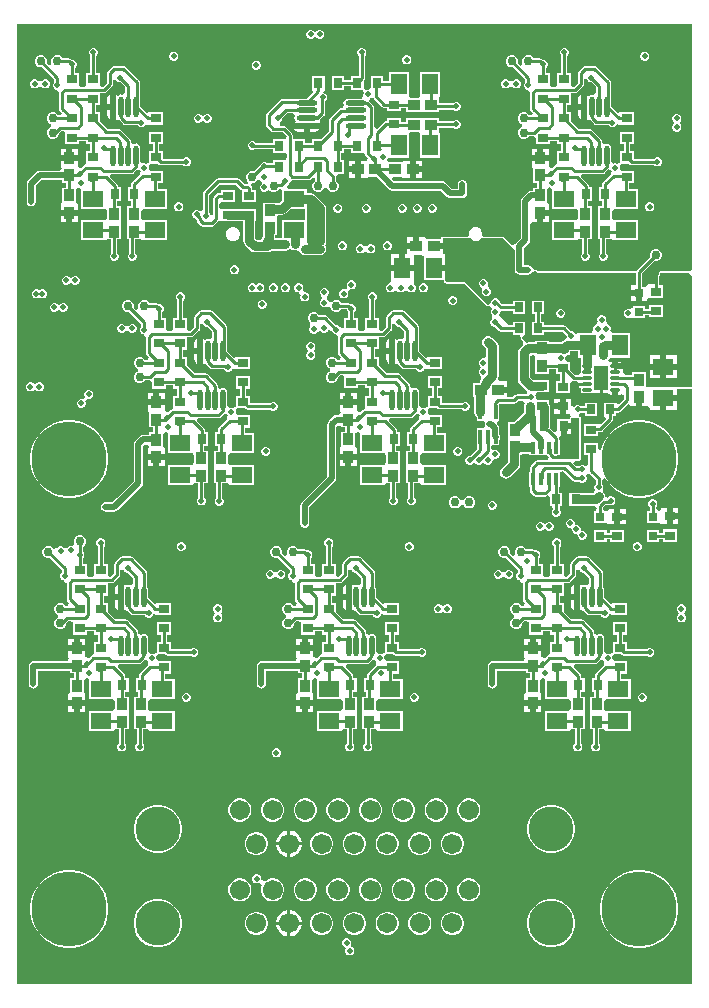
<source format=gtl>
G04*
G04 #@! TF.GenerationSoftware,Altium Limited,Altium Designer,25.2.1 (25)*
G04*
G04 Layer_Physical_Order=1*
G04 Layer_Color=255*
%FSLAX44Y44*%
%MOMM*%
G71*
G04*
G04 #@! TF.SameCoordinates,92A9BD70-FE13-4CA2-B9A4-C704DBA8ADFD*
G04*
G04*
G04 #@! TF.FilePolarity,Positive*
G04*
G01*
G75*
%ADD13C,0.5080*%
%ADD15C,0.2540*%
%ADD18R,0.4318X1.0033*%
G04:AMPARAMS|DCode=19|XSize=0.81mm|YSize=0.27mm|CornerRadius=0.0338mm|HoleSize=0mm|Usage=FLASHONLY|Rotation=0.000|XOffset=0mm|YOffset=0mm|HoleType=Round|Shape=RoundedRectangle|*
%AMROUNDEDRECTD19*
21,1,0.8100,0.2025,0,0,0.0*
21,1,0.7425,0.2700,0,0,0.0*
1,1,0.0675,0.3713,-0.1013*
1,1,0.0675,-0.3713,-0.1013*
1,1,0.0675,-0.3713,0.1013*
1,1,0.0675,0.3713,0.1013*
%
%ADD19ROUNDEDRECTD19*%
%ADD20O,0.4500X1.8000*%
%ADD21O,1.8000X0.4500*%
%ADD22C,0.7620*%
%ADD23R,0.7900X0.9300*%
%ADD24R,0.9300X0.7900*%
%ADD25R,0.9000X0.7500*%
%ADD26R,0.8000X0.8000*%
%ADD27R,0.9500X1.0000*%
%ADD28R,1.4400X1.8200*%
%ADD29R,1.8200X1.4400*%
%ADD30R,1.0000X0.9500*%
%ADD44C,1.7018*%
%ADD48R,0.3556X1.1684*%
%ADD49R,1.2000X2.0000*%
%ADD50C,0.7620*%
%ADD51C,0.5080*%
%ADD52C,3.8100*%
%ADD53C,6.3500*%
G36*
X571500Y604703D02*
X568960Y603355D01*
X544830D01*
X543858Y602952D01*
X543455Y601980D01*
Y601496D01*
X543085Y600601D01*
X542638Y600154D01*
X542235Y599182D01*
X542235Y599182D01*
Y592690D01*
X534060D01*
Y591769D01*
X532064Y590455D01*
X529384D01*
Y601922D01*
X539722Y612259D01*
X540009Y612140D01*
X542030D01*
X543898Y612913D01*
X545327Y614342D01*
X546100Y616209D01*
Y618231D01*
X545327Y620098D01*
X543898Y621527D01*
X542030Y622300D01*
X540009D01*
X538142Y621527D01*
X536713Y620098D01*
X535940Y618231D01*
Y616209D01*
X536059Y615922D01*
X524963Y604826D01*
X524402Y603985D01*
X524285Y603397D01*
X524204Y603355D01*
X441259D01*
X440242Y604372D01*
X439844Y604537D01*
X439476Y604759D01*
X439210Y604799D01*
X438674Y604910D01*
X436659Y606007D01*
X436446Y606325D01*
X436300Y606678D01*
X436029Y606949D01*
X435817Y607267D01*
X435499Y607479D01*
X435228Y607750D01*
X434875Y607896D01*
X434557Y608109D01*
X434181Y608184D01*
X433828Y608330D01*
X433445D01*
X433070Y608405D01*
X429335D01*
Y612140D01*
Y623231D01*
X433277Y627173D01*
X434119Y628433D01*
X434415Y629920D01*
Y643452D01*
X435940Y645360D01*
X436955Y645360D01*
X440690D01*
Y652900D01*
X443230D01*
Y655440D01*
X450520D01*
Y660440D01*
X449250Y662454D01*
X449250Y662980D01*
Y673320D01*
X451272Y674591D01*
X453180Y673207D01*
X453180Y672023D01*
Y656400D01*
X473920Y656400D01*
X475080Y654341D01*
Y648680D01*
X473920Y646620D01*
X472540Y646620D01*
X453180D01*
Y629680D01*
X473920D01*
Y629680D01*
X475080Y630810D01*
X478740D01*
Y618748D01*
X478100Y618108D01*
X477520Y616708D01*
Y615192D01*
X478100Y613792D01*
X479172Y612720D01*
X480572Y612140D01*
X482088D01*
X483488Y612720D01*
X484560Y613792D01*
X485140Y615192D01*
Y616708D01*
X484560Y618108D01*
X483920Y618748D01*
Y630810D01*
X487120D01*
Y643270D01*
X487120Y643350D01*
Y645810D01*
X487120Y645890D01*
Y658350D01*
X483690D01*
Y662790D01*
X487010D01*
Y674630D01*
X484380D01*
Y675640D01*
X484183Y676631D01*
X483621Y677471D01*
X477732Y683360D01*
X478784Y685900D01*
X495750D01*
X496741Y686097D01*
X497581Y686659D01*
X500573Y689651D01*
X502772Y689332D01*
X503382Y689006D01*
X503500Y688722D01*
X503530Y688691D01*
X503600Y688460D01*
X503405Y685864D01*
X503260Y685643D01*
X496359Y678741D01*
X495797Y677901D01*
X495600Y676910D01*
Y674630D01*
X492970D01*
Y662790D01*
X495020D01*
Y658350D01*
X491590D01*
Y645890D01*
X491590Y645810D01*
Y643350D01*
X491590Y643270D01*
Y630810D01*
X493980D01*
Y618748D01*
X493340Y618108D01*
X492760Y616708D01*
Y615192D01*
X493340Y613792D01*
X494412Y612720D01*
X495812Y612140D01*
X497328D01*
X498728Y612720D01*
X499800Y613792D01*
X500380Y615192D01*
Y616708D01*
X499800Y618108D01*
X499160Y618748D01*
Y630810D01*
X503178D01*
X505250Y629680D01*
Y629680D01*
X505250Y629680D01*
X525990D01*
Y646620D01*
X506170D01*
X505250Y646620D01*
X503630Y648489D01*
Y654531D01*
X505250Y656400D01*
X525990D01*
Y673340D01*
X518210D01*
Y678150D01*
X522580D01*
Y688590D01*
X512655D01*
X510620Y690064D01*
X510540Y691047D01*
Y691638D01*
X510312Y692187D01*
X511666Y694386D01*
X511874Y694550D01*
X512728Y694550D01*
X512728Y694550D01*
X512741Y694550D01*
X518218D01*
X518639Y694129D01*
X519479Y693567D01*
X520470Y693370D01*
X539492D01*
X540132Y692730D01*
X541532Y692150D01*
X543048D01*
X544448Y692730D01*
X545520Y693802D01*
X546100Y695202D01*
Y696718D01*
X545520Y698118D01*
X544448Y699190D01*
X543048Y699770D01*
X541532D01*
X540132Y699190D01*
X539492Y698550D01*
X522580D01*
Y704990D01*
X519250D01*
Y711170D01*
X522580D01*
Y721610D01*
X510740D01*
Y711170D01*
X514070D01*
Y704990D01*
X510740D01*
Y696668D01*
X510740Y695850D01*
X510128Y695275D01*
X508278Y694363D01*
X507488Y694690D01*
X505972D01*
X505869Y694647D01*
X503329Y696186D01*
Y708050D01*
X503056Y709423D01*
X502278Y710588D01*
X501114Y711366D01*
X499740Y711639D01*
X498367Y711366D01*
X498329Y711341D01*
X497716Y711160D01*
X495596Y712016D01*
X495390Y712199D01*
Y713551D01*
X495193Y714543D01*
X494631Y715383D01*
X486713Y723301D01*
X485873Y723863D01*
X484882Y724060D01*
X475713D01*
X469240Y730533D01*
Y738010D01*
X465910D01*
Y744190D01*
X469240D01*
Y754580D01*
X472690D01*
X473681Y754777D01*
X474521Y755339D01*
X479351Y760169D01*
X479913Y761009D01*
X480110Y762000D01*
Y766202D01*
X482600Y766322D01*
X483180Y764922D01*
X484252Y763850D01*
X485652Y763270D01*
X486558D01*
X490650Y759177D01*
Y754225D01*
X488113Y752866D01*
X486740Y753139D01*
X485367Y752866D01*
X484273Y752135D01*
X483693Y753003D01*
X482780Y753614D01*
Y742800D01*
Y731815D01*
X485060Y731721D01*
X485832Y731225D01*
X488899Y728159D01*
X489739Y727597D01*
X490730Y727400D01*
X500563D01*
X500833Y727220D01*
X500960Y726912D01*
X502032Y725840D01*
X503432Y725260D01*
X504948D01*
X506348Y725840D01*
X507420Y726912D01*
X508000Y728312D01*
X508200Y728528D01*
X510740Y727570D01*
Y727570D01*
X522580D01*
Y738010D01*
X510740D01*
Y738010D01*
X508939Y737264D01*
X503329Y742874D01*
Y749550D01*
X503056Y750923D01*
X502970Y751052D01*
Y763270D01*
X502773Y764261D01*
X502211Y765101D01*
X490781Y776531D01*
X489941Y777093D01*
X488950Y777290D01*
X481330D01*
X480339Y777093D01*
X479499Y776531D01*
X475689Y772721D01*
X475127Y771881D01*
X474930Y770890D01*
Y763073D01*
X471617Y759760D01*
X471436D01*
X469240Y760590D01*
X469240Y762300D01*
Y771030D01*
X465910D01*
Y785642D01*
X466780Y786512D01*
X467360Y787912D01*
Y789428D01*
X466780Y790828D01*
X465708Y791900D01*
X464308Y792480D01*
X462792D01*
X461392Y791900D01*
X460320Y790828D01*
X459740Y789428D01*
Y787912D01*
X460320Y786512D01*
X460730Y786102D01*
Y771030D01*
X457400D01*
X457400Y760590D01*
X455204Y759760D01*
X453656D01*
X451460Y760590D01*
X451460Y762300D01*
Y771030D01*
X448360D01*
Y775712D01*
X449000Y776352D01*
X449580Y777752D01*
Y779268D01*
X449000Y780668D01*
X447928Y781740D01*
X446528Y782320D01*
X445012D01*
X444958Y782297D01*
X444374Y782881D01*
X443534Y783443D01*
X442543Y783640D01*
X437496D01*
X437377Y783928D01*
X435948Y785357D01*
X434081Y786130D01*
X432060D01*
X430192Y785357D01*
X428763Y783928D01*
X427990Y782060D01*
Y780040D01*
X428432Y778973D01*
X426279Y777534D01*
X424061Y779752D01*
X424180Y780040D01*
Y782060D01*
X423407Y783928D01*
X421978Y785357D01*
X420111Y786130D01*
X418089D01*
X416222Y785357D01*
X414793Y783928D01*
X414020Y782060D01*
Y780040D01*
X414793Y778172D01*
X416222Y776743D01*
X418089Y775970D01*
X420111D01*
X420398Y776089D01*
X430480Y766007D01*
Y763528D01*
X429840Y762888D01*
X429260Y761488D01*
Y759972D01*
X429840Y758572D01*
X430912Y757500D01*
X432312Y756920D01*
X432492D01*
X432556Y756891D01*
X434346Y755083D01*
X434490Y754573D01*
Y741250D01*
X434687Y740259D01*
X435249Y739419D01*
X436941Y737726D01*
X436032Y735533D01*
X433622D01*
X433567Y735668D01*
X432138Y737097D01*
X430271Y737870D01*
X428250D01*
X426382Y737097D01*
X424953Y735668D01*
X424180Y733801D01*
Y731779D01*
X424953Y729912D01*
X426382Y728483D01*
X427490Y728025D01*
Y725363D01*
X426382Y724905D01*
X424953Y723476D01*
X424180Y721609D01*
Y719587D01*
X424953Y717720D01*
X426382Y716291D01*
X428250Y715518D01*
X430271D01*
X432138Y716291D01*
X433567Y717720D01*
X433686Y718008D01*
X437556D01*
X439553Y716162D01*
X439620Y716026D01*
Y711170D01*
X451460D01*
Y713800D01*
X457400D01*
Y711170D01*
X460730D01*
Y704990D01*
X457400D01*
Y694550D01*
X455462Y693096D01*
X455261Y692961D01*
X453213Y690913D01*
X452778Y690938D01*
X450576Y691868D01*
X450520Y692110D01*
X450520Y692934D01*
Y697110D01*
X435940D01*
Y692110D01*
X437210Y690096D01*
X437210Y689570D01*
Y678380D01*
X440640D01*
Y674170D01*
X437210D01*
Y671785D01*
X435490D01*
X434003Y671489D01*
X432743Y670647D01*
X427783Y665687D01*
X426941Y664427D01*
X426645Y662940D01*
Y631529D01*
X422703Y627587D01*
X421861Y626327D01*
X419108Y625506D01*
X412452Y632162D01*
X411480Y632565D01*
X411480Y632565D01*
X395087D01*
X394220Y633862D01*
Y636138D01*
X393349Y638240D01*
X391740Y639849D01*
X389638Y640720D01*
X387362D01*
X385260Y639849D01*
X383651Y638240D01*
X382780Y636138D01*
Y633862D01*
X381913Y632565D01*
X360480D01*
X359508Y632162D01*
X359105Y631190D01*
Y630860D01*
X347494Y630860D01*
X345480Y632130D01*
X344656Y632130D01*
X340480D01*
Y624840D01*
X337940D01*
Y622300D01*
X330400D01*
Y618058D01*
X328929D01*
Y608958D01*
X336129D01*
Y617550D01*
X342415D01*
X344639Y616788D01*
X344639Y615010D01*
Y596048D01*
X361474D01*
Y594778D01*
X361633Y594395D01*
X361723Y593990D01*
X361829Y593922D01*
X361877Y593806D01*
X362260Y593647D01*
X362610Y593424D01*
X364977Y593006D01*
X365099Y593033D01*
X365216Y592985D01*
X379161D01*
X398001Y574145D01*
X398192Y574066D01*
X398322Y573906D01*
X398323Y573906D01*
X398660Y573872D01*
X398973Y573742D01*
X399164Y573821D01*
X399369Y573800D01*
X400167Y574040D01*
X400167Y574040D01*
X400885Y573807D01*
X402084Y571501D01*
X401900Y571118D01*
X401320Y569718D01*
Y568202D01*
X401900Y566802D01*
X402346Y566356D01*
X402252Y563899D01*
X402042Y563366D01*
X401167Y562491D01*
X400587Y561090D01*
Y559575D01*
X401167Y558174D01*
X402239Y557102D01*
X403639Y556522D01*
X404545D01*
X407908Y553159D01*
X408748Y552597D01*
X409739Y552400D01*
X419650D01*
Y549070D01*
X425563D01*
X425655Y548934D01*
X426704Y546691D01*
X426811Y546445D01*
X426814Y546178D01*
X427013Y545982D01*
X427124Y545726D01*
X428736Y544170D01*
X428313Y541048D01*
X425597Y538332D01*
X424475Y536652D01*
X424081Y534670D01*
Y511810D01*
X424475Y509828D01*
X425597Y508148D01*
X431348Y502397D01*
X432177Y501843D01*
X432216Y501781D01*
X432297Y501424D01*
X431483Y499160D01*
X423201D01*
X422210Y498963D01*
X421370Y498401D01*
X419589Y496620D01*
X415090D01*
Y500380D01*
X407550D01*
Y505460D01*
X415090D01*
Y510210D01*
X408551D01*
X407194Y512750D01*
X407375Y513022D01*
X407770Y515004D01*
X407770Y515004D01*
Y539750D01*
X407375Y541732D01*
X406253Y543413D01*
X402443Y547223D01*
X400762Y548345D01*
X398780Y548740D01*
X396798Y548345D01*
X395117Y547223D01*
X393995Y545542D01*
X393601Y543560D01*
X393995Y541578D01*
X395117Y539897D01*
X397411Y537605D01*
Y531642D01*
X395728Y529590D01*
X394212D01*
X392812Y529010D01*
X391740Y527938D01*
X391160Y526538D01*
Y525022D01*
X391740Y523622D01*
X392533Y521970D01*
X391740Y520318D01*
X391160Y518918D01*
Y517402D01*
X391740Y516002D01*
X392206Y515536D01*
X392815Y514779D01*
X392877Y512154D01*
X392685Y511866D01*
X392290Y509884D01*
Y509735D01*
X391495Y508940D01*
X386280D01*
Y496900D01*
X387116D01*
Y484199D01*
X387100Y484124D01*
X387495Y482142D01*
X388618Y480462D01*
X389232Y480051D01*
Y477012D01*
X394645D01*
X394807Y476892D01*
X395365Y476320D01*
X396406Y474918D01*
X396386Y474821D01*
X396240Y474468D01*
Y474085D01*
X396165Y473710D01*
X396240Y473335D01*
Y472952D01*
X396242Y472948D01*
X396058Y472033D01*
X395365Y471100D01*
X394807Y470528D01*
X394645Y470408D01*
X389232D01*
Y456184D01*
X389690D01*
Y453043D01*
X383688Y447040D01*
X382782D01*
X381382Y446460D01*
X380310Y445388D01*
X379730Y443988D01*
Y442472D01*
X380310Y441072D01*
X381382Y440000D01*
X382782Y439420D01*
X384298D01*
X385698Y440000D01*
X387350Y440793D01*
X389002Y440000D01*
X390402Y439420D01*
X391918D01*
X393318Y440000D01*
X394970Y440793D01*
X396622Y440000D01*
X398022Y439420D01*
X399538D01*
X400938Y440000D01*
X402010Y441072D01*
X402590Y442472D01*
Y442489D01*
X404237Y444347D01*
X404937Y444500D01*
X405888D01*
X407288Y445080D01*
X408360Y446152D01*
X408940Y447552D01*
Y449068D01*
X408360Y450468D01*
X407288Y451540D01*
X405888Y452120D01*
X404372D01*
X403910Y451928D01*
X401616Y453128D01*
X401370Y453416D01*
Y454001D01*
X402232Y456184D01*
X408328D01*
Y461000D01*
X408869Y461809D01*
X409165Y463296D01*
X408869Y464783D01*
X408403Y465480D01*
Y470566D01*
X408107Y472053D01*
X407265Y473313D01*
X406106Y474472D01*
X407158Y477012D01*
X408328D01*
Y491026D01*
X408743Y491440D01*
X420661D01*
X421652Y491637D01*
X422493Y492199D01*
X424274Y493980D01*
X428537D01*
X429894Y491440D01*
X429555Y490932D01*
X429160Y488950D01*
Y483998D01*
X420665Y475503D01*
X415950D01*
Y468543D01*
X415850Y468043D01*
X415950Y467542D01*
Y463043D01*
X415950Y462963D01*
X415950D01*
Y460503D01*
X415950D01*
Y453793D01*
X415850Y453293D01*
Y442225D01*
X410358Y436732D01*
X409235Y435052D01*
X408840Y433070D01*
X409235Y431088D01*
X410358Y429408D01*
X412038Y428285D01*
X414020Y427891D01*
X416002Y428285D01*
X417682Y429408D01*
X424692Y436418D01*
X425815Y438098D01*
X426209Y440080D01*
Y447963D01*
X427990D01*
Y449053D01*
X433861D01*
Y447675D01*
X448879D01*
X449348Y446973D01*
X450502Y445820D01*
X449449Y443280D01*
X440690D01*
X439699Y443083D01*
X438859Y442521D01*
X435459Y439121D01*
X434898Y438281D01*
X434701Y437290D01*
Y433705D01*
X433861D01*
Y421132D01*
X434290D01*
Y417830D01*
X434487Y416839D01*
X435049Y415999D01*
X437589Y413459D01*
X438429Y412897D01*
X439420Y412700D01*
X447040D01*
X448031Y412897D01*
X448871Y413459D01*
X449053Y413641D01*
X451400Y412669D01*
Y404290D01*
X453074D01*
X453639Y401750D01*
X453399Y401509D01*
X452819Y400109D01*
Y398593D01*
X453399Y397193D01*
X454471Y396121D01*
X455871Y395541D01*
X457387D01*
X458787Y396121D01*
X459859Y397193D01*
X460439Y398593D01*
Y400109D01*
X459859Y401509D01*
X459618Y401750D01*
X460183Y404290D01*
X461840D01*
Y416130D01*
X459380D01*
Y421132D01*
X460219D01*
Y433611D01*
X462544Y434224D01*
X470609Y426159D01*
X471449Y425597D01*
X472440Y425400D01*
X475992D01*
X476632Y424760D01*
X478032Y424180D01*
X479548D01*
X480948Y424760D01*
X482020Y425832D01*
X482600Y427232D01*
Y428748D01*
X482020Y430148D01*
X481816Y430572D01*
X481847Y430755D01*
X482319Y431404D01*
X482637Y431559D01*
X485527Y431560D01*
X490170Y426917D01*
Y423168D01*
X489530Y422528D01*
X488950Y421128D01*
Y419612D01*
X489530Y418212D01*
X488417Y415732D01*
X488075Y415390D01*
X478240D01*
Y416130D01*
X467800D01*
Y404290D01*
X478240D01*
Y405031D01*
X489727D01*
X491075Y402845D01*
X490248Y400620D01*
X488760D01*
Y390080D01*
X498756D01*
X499143Y390080D01*
X501296Y389146D01*
X501453Y389146D01*
X505946D01*
Y395636D01*
Y402127D01*
X501296D01*
Y401933D01*
X499300Y400620D01*
X499160D01*
X496620Y401595D01*
Y403967D01*
X498517Y405864D01*
X500608D01*
X500762Y405710D01*
X502162Y405130D01*
X503678D01*
X505078Y405710D01*
X506150Y406782D01*
X506730Y408182D01*
Y409698D01*
X506150Y411098D01*
X505078Y412170D01*
X503678Y412750D01*
X502162D01*
X500762Y412170D01*
X500327Y411736D01*
X498544Y412493D01*
X497908Y412908D01*
X497545Y414732D01*
X496423Y416413D01*
X496149Y416595D01*
X495990Y418212D01*
X496570Y419612D01*
Y421128D01*
X495990Y422528D01*
X495350Y423168D01*
Y426730D01*
X497408Y428508D01*
X497816Y428610D01*
X498139Y428507D01*
X498809Y427194D01*
X501864Y422989D01*
X505539Y419314D01*
X509744Y416259D01*
X514375Y413899D01*
X519318Y412293D01*
X524451Y411480D01*
X529649D01*
X534782Y412293D01*
X539725Y413899D01*
X544356Y416259D01*
X548561Y419314D01*
X552236Y422989D01*
X555291Y427194D01*
X557651Y431825D01*
X559257Y436768D01*
X560070Y441901D01*
Y447099D01*
X559257Y452232D01*
X557651Y457175D01*
X555291Y461806D01*
X552236Y466011D01*
X548561Y469686D01*
X544356Y472741D01*
X539725Y475101D01*
X534782Y476707D01*
X529649Y477520D01*
X524451D01*
X519318Y476707D01*
X514375Y475101D01*
X509744Y472741D01*
X505539Y469686D01*
X501864Y466011D01*
X498809Y461806D01*
X496449Y457175D01*
X494843Y452232D01*
X492330Y452602D01*
Y458030D01*
X480490D01*
Y447590D01*
X483820D01*
Y439554D01*
X481280Y438508D01*
X480948Y438840D01*
X479548Y439420D01*
X478032D01*
X476632Y438840D01*
X476035Y438243D01*
X473470D01*
X471127Y440585D01*
X472179Y443125D01*
X476250D01*
X477222Y443528D01*
X477625Y444500D01*
Y478790D01*
X477222Y479762D01*
X476250Y480165D01*
X475990D01*
X475738Y482600D01*
X477138Y483180D01*
X477778Y483820D01*
X480610D01*
Y480490D01*
X491050D01*
Y492330D01*
X480610D01*
Y489000D01*
X477778D01*
X477138Y489640D01*
X475738Y490220D01*
X474222D01*
X472822Y489640D01*
X472054Y488872D01*
X470621Y489115D01*
X469514Y489651D01*
Y495612D01*
X464864D01*
Y489122D01*
Y482632D01*
X468683D01*
X469127Y480092D01*
X469100Y480061D01*
X468378Y479762D01*
X467975Y478790D01*
Y478761D01*
X467628Y478360D01*
X457640D01*
Y468515D01*
X455100Y467463D01*
X451680Y470882D01*
Y478360D01*
X451640D01*
Y488110D01*
X451640Y488110D01*
X451245Y490092D01*
X450650Y490983D01*
Y494080D01*
X446312D01*
X445510Y494240D01*
X444880D01*
X444078Y494080D01*
X441452D01*
X439420Y495812D01*
X439420Y496492D01*
Y497328D01*
X439001Y498340D01*
X439610Y499879D01*
X440280Y500881D01*
X444880D01*
X445682Y501040D01*
X450650D01*
Y511080D01*
X445682D01*
X444880Y511240D01*
X437155D01*
X434440Y513955D01*
Y532031D01*
X436838Y532866D01*
X438860Y531810D01*
Y529350D01*
X438860D01*
Y516810D01*
X450900D01*
Y520490D01*
X456404D01*
Y516247D01*
X459734D01*
Y510742D01*
X456404D01*
Y500302D01*
X468244D01*
Y509104D01*
X470463Y510456D01*
X470784Y510487D01*
X471571Y510330D01*
X473772D01*
X476084Y508932D01*
Y506908D01*
X476307Y505785D01*
X476943Y504833D01*
X477486Y504470D01*
X477379Y503932D01*
Y501908D01*
X477503Y501280D01*
X477859Y500749D01*
X478390Y500393D01*
X479017Y500269D01*
X486442D01*
X487003Y500380D01*
X493460D01*
Y505420D01*
X496000D01*
Y500380D01*
X500577D01*
X500943Y499833D01*
X501895Y499197D01*
X503018Y498974D01*
X504190D01*
Y502920D01*
X509270D01*
Y498974D01*
X510443D01*
X511565Y499197D01*
X511760Y499327D01*
X514149Y498340D01*
X514300Y498202D01*
Y495103D01*
X509990Y490793D01*
X507450Y491845D01*
Y492330D01*
X497010D01*
Y480490D01*
X497365D01*
X498418Y477950D01*
X494870Y474403D01*
X492330Y474430D01*
Y474430D01*
X480490D01*
Y463990D01*
X492330D01*
Y467310D01*
X494030D01*
X495021Y467507D01*
X495861Y468069D01*
X504061Y476269D01*
X504623Y477109D01*
X504820Y478100D01*
Y480490D01*
X507450D01*
Y483820D01*
X509270D01*
X510261Y484017D01*
X511101Y484579D01*
X517220Y490698D01*
X519760Y489645D01*
Y489150D01*
X524510D01*
Y496690D01*
X529590D01*
Y489150D01*
X534340D01*
X535730Y487186D01*
Y486170D01*
X544830D01*
Y495910D01*
X547370D01*
Y498450D01*
X559010D01*
Y504085D01*
X571500D01*
Y0D01*
X0D01*
Y812800D01*
X571500D01*
Y604703D01*
D02*
G37*
G36*
X421565Y621105D02*
Y612140D01*
Y604520D01*
X421640Y604145D01*
Y603762D01*
X421786Y603409D01*
X421861Y603033D01*
X422074Y602715D01*
X422220Y602362D01*
X422491Y602091D01*
X422703Y601773D01*
X423021Y601561D01*
X423292Y601290D01*
X423645Y601144D01*
X423963Y600931D01*
X424339Y600856D01*
X424692Y600710D01*
X425075D01*
X425450Y600635D01*
X433070D01*
X433445Y600710D01*
X433828D01*
X434181Y600856D01*
X434557Y600931D01*
X434875Y601144D01*
X435228Y601290D01*
X435499Y601561D01*
X435817Y601773D01*
X436029Y602091D01*
X436300Y602362D01*
X436446Y602715D01*
X438871Y603438D01*
X439004Y603440D01*
X439270Y603400D01*
X440690Y601980D01*
X524204D01*
Y591725D01*
X520254D01*
Y587725D01*
X526794D01*
Y585185D01*
X529334D01*
Y578645D01*
X533334D01*
Y579666D01*
X535330Y580980D01*
X547170D01*
Y591420D01*
X543610D01*
Y599182D01*
X544250Y599822D01*
X544830Y601222D01*
Y601980D01*
X568960D01*
X571500Y599440D01*
Y505460D01*
X533070D01*
Y517960D01*
X521030D01*
Y515510D01*
X515688D01*
X513376Y516908D01*
Y518932D01*
X513153Y520055D01*
X512936Y520380D01*
X506730D01*
Y522920D01*
X504190D01*
Y526866D01*
X503018D01*
X501895Y526643D01*
X501788Y526572D01*
X500233Y528467D01*
X500272Y528526D01*
X501902Y530391D01*
X518842D01*
Y551131D01*
X503915D01*
X503651Y551353D01*
X502427Y553671D01*
X502610Y554112D01*
Y555628D01*
X502030Y557028D01*
X500958Y558100D01*
X500288Y558378D01*
X499411Y559293D01*
X498948Y561220D01*
X499110Y561612D01*
Y563128D01*
X498530Y564528D01*
X497458Y565600D01*
X496058Y566180D01*
X494542D01*
X493142Y565600D01*
X492070Y564528D01*
X491490Y563128D01*
Y561612D01*
X491652Y561220D01*
X491189Y559293D01*
X490312Y558378D01*
X489642Y558100D01*
X488570Y557028D01*
X487990Y555628D01*
Y554112D01*
X488173Y553671D01*
X486949Y551353D01*
X486685Y551131D01*
X475182D01*
Y551074D01*
X472642Y550569D01*
X472547Y550798D01*
X471475Y551870D01*
X470075Y552450D01*
X469170D01*
X464799Y556821D01*
X463958Y557383D01*
X462967Y557580D01*
X446490D01*
Y560910D01*
X443860D01*
Y566850D01*
X446490D01*
Y578690D01*
X436050D01*
Y566850D01*
X438680D01*
Y560910D01*
X436050D01*
Y549070D01*
X446490D01*
Y552400D01*
X461895D01*
X465507Y548787D01*
Y547882D01*
X463936Y545546D01*
X462255Y544423D01*
X461091Y543260D01*
X450900D01*
Y544350D01*
X438860D01*
Y543260D01*
X432670D01*
X431831Y543092D01*
X428079Y546715D01*
X429030Y549070D01*
X430090D01*
Y560910D01*
X419650D01*
Y557580D01*
X416826D01*
X408369Y565745D01*
X408360Y566802D01*
X408940Y568202D01*
X409505Y569829D01*
X411287Y570180D01*
X419650D01*
Y566850D01*
X430090D01*
Y578690D01*
X419650D01*
Y575360D01*
X410700D01*
X408940Y577120D01*
Y577338D01*
X408360Y578738D01*
X407288Y579810D01*
X405888Y580390D01*
X404372D01*
X402972Y579810D01*
X401900Y578738D01*
X401320Y577338D01*
Y576362D01*
X399772Y575357D01*
X398973Y575117D01*
X379730Y594360D01*
X365216D01*
X362849Y594778D01*
Y603878D01*
X353109D01*
Y608958D01*
X362849D01*
Y618058D01*
X360480D01*
Y622300D01*
X352940D01*
Y627380D01*
X360480D01*
Y631190D01*
X384221D01*
X385260Y630151D01*
X387362Y629280D01*
X389638D01*
X391740Y630151D01*
X392779Y631190D01*
X411480D01*
X421565Y621105D01*
D02*
G37*
G36*
X475182Y530391D02*
X477551D01*
Y524630D01*
X477503Y524560D01*
X477379Y523932D01*
Y521908D01*
X477503Y521280D01*
X477859Y520091D01*
X477503Y519560D01*
X477379Y518932D01*
Y516908D01*
X475196Y515510D01*
X472644D01*
X468244Y519910D01*
Y526687D01*
X466046D01*
X464185Y528832D01*
Y530348D01*
X465982Y532647D01*
X468244D01*
Y535582D01*
X475182D01*
Y530391D01*
D02*
G37*
G36*
X476250Y444500D02*
X458523D01*
X456923Y447040D01*
X457227Y447675D01*
X460219D01*
Y460248D01*
X459380D01*
Y462110D01*
X459260Y462710D01*
X459819Y463946D01*
X460320Y464611D01*
Y472440D01*
X462860D01*
Y474980D01*
X469350D01*
Y478790D01*
X476250D01*
Y444500D01*
D02*
G37*
%LPC*%
G36*
X257298Y807720D02*
X255782D01*
X254382Y807140D01*
X252730Y806347D01*
X251078Y807140D01*
X249678Y807720D01*
X248162D01*
X246762Y807140D01*
X245690Y806068D01*
X245110Y804668D01*
Y803152D01*
X245690Y801752D01*
X246762Y800680D01*
X248162Y800100D01*
X249678D01*
X251078Y800680D01*
X252730Y801473D01*
X254382Y800680D01*
X255782Y800100D01*
X257298D01*
X258698Y800680D01*
X259770Y801752D01*
X260350Y803152D01*
Y804668D01*
X259770Y806068D01*
X258698Y807140D01*
X257298Y807720D01*
D02*
G37*
G36*
X532308Y789360D02*
X530792D01*
X529392Y788780D01*
X528320Y787708D01*
X527740Y786308D01*
Y784792D01*
X528320Y783392D01*
X529392Y782320D01*
X530792Y781740D01*
X532308D01*
X533708Y782320D01*
X534780Y783392D01*
X535360Y784792D01*
Y786308D01*
X534780Y787708D01*
X533708Y788780D01*
X532308Y789360D01*
D02*
G37*
G36*
X133528D02*
X132012D01*
X130612Y788780D01*
X129540Y787708D01*
X128960Y786308D01*
Y784792D01*
X129540Y783392D01*
X130612Y782320D01*
X132012Y781740D01*
X133528D01*
X134928Y782320D01*
X136000Y783392D01*
X136580Y784792D01*
Y786308D01*
X136000Y787708D01*
X134928Y788780D01*
X133528Y789360D01*
D02*
G37*
G36*
X330958Y786130D02*
X329442D01*
X328042Y785550D01*
X326970Y784478D01*
X326390Y783078D01*
Y781562D01*
X326970Y780162D01*
X328042Y779090D01*
X329442Y778510D01*
X330958D01*
X332358Y779090D01*
X333430Y780162D01*
X334010Y781562D01*
Y783078D01*
X333430Y784478D01*
X332358Y785550D01*
X330958Y786130D01*
D02*
G37*
G36*
X203268Y781740D02*
X201752D01*
X200352Y781160D01*
X199280Y780088D01*
X198700Y778688D01*
Y777172D01*
X199280Y775772D01*
X200352Y774700D01*
X201752Y774120D01*
X203268D01*
X204668Y774700D01*
X205740Y775772D01*
X206320Y777172D01*
Y778688D01*
X205740Y780088D01*
X204668Y781160D01*
X203268Y781740D01*
D02*
G37*
G36*
X292858Y792480D02*
X291342D01*
X289942Y791900D01*
X288870Y790828D01*
X288290Y789428D01*
Y787912D01*
X288870Y786512D01*
X289510Y785872D01*
Y768960D01*
X283070D01*
Y765630D01*
X276890D01*
Y768960D01*
X266450D01*
Y757120D01*
X276890D01*
Y760450D01*
X283070D01*
Y757120D01*
X291392D01*
X292210Y757120D01*
X292785Y756508D01*
X293697Y754658D01*
X293370Y753868D01*
Y752352D01*
X293413Y752249D01*
X291874Y749709D01*
X280010D01*
X278637Y749436D01*
X277472Y748658D01*
X276694Y747494D01*
X276421Y746120D01*
X276694Y744747D01*
X276986Y744310D01*
X276044Y741976D01*
X275861Y741770D01*
X274508D01*
X273517Y741573D01*
X272677Y741011D01*
X264759Y733093D01*
X264197Y732253D01*
X264000Y731262D01*
Y722093D01*
X257528Y715620D01*
X250050D01*
Y712290D01*
X243870D01*
Y715620D01*
X233480D01*
Y719070D01*
X233283Y720061D01*
X232721Y720901D01*
X227891Y725731D01*
X227051Y726293D01*
X226060Y726490D01*
X222645D01*
X222454Y726633D01*
X222589Y729333D01*
X223138Y729560D01*
X224210Y730632D01*
X224790Y732032D01*
Y732937D01*
X228883Y737030D01*
X233834D01*
X235194Y734493D01*
X234921Y733120D01*
X235194Y731747D01*
X235925Y730653D01*
X235057Y730073D01*
X234446Y729160D01*
X245260D01*
X256245D01*
X256339Y731440D01*
X256835Y732212D01*
X259901Y735279D01*
X260463Y736119D01*
X260660Y737110D01*
Y746943D01*
X260840Y747213D01*
X261148Y747340D01*
X262220Y748412D01*
X262800Y749812D01*
Y751328D01*
X262220Y752728D01*
X261148Y753800D01*
X259748Y754380D01*
X259532Y754580D01*
X260490Y757120D01*
X260490D01*
Y768960D01*
X250050D01*
Y757120D01*
X250050D01*
X250796Y755319D01*
X245187Y749709D01*
X238510D01*
X237137Y749436D01*
X237008Y749350D01*
X224790D01*
X223799Y749153D01*
X222959Y748591D01*
X211529Y737161D01*
X210967Y736321D01*
X210770Y735330D01*
Y727710D01*
X210967Y726719D01*
X211529Y725879D01*
X215339Y722069D01*
X216179Y721507D01*
X217170Y721310D01*
X224987D01*
X228300Y717997D01*
Y717816D01*
X227470Y715620D01*
X225760Y715620D01*
X217030D01*
Y712290D01*
X202418D01*
X201548Y713160D01*
X200148Y713740D01*
X198632D01*
X197232Y713160D01*
X196160Y712088D01*
X195580Y710688D01*
Y709172D01*
X196160Y707772D01*
X197232Y706700D01*
X198632Y706120D01*
X200148D01*
X201548Y706700D01*
X201958Y707110D01*
X217030D01*
Y703780D01*
X227470Y703780D01*
X228300Y701584D01*
Y700036D01*
X227470Y697840D01*
X225760Y697840D01*
X217030D01*
Y694740D01*
X212348D01*
X211708Y695380D01*
X210308Y695960D01*
X208792D01*
X207392Y695380D01*
X206320Y694308D01*
X205991Y693514D01*
X205963Y693495D01*
X200688Y688221D01*
X200401Y688340D01*
X198379D01*
X196512Y687567D01*
X195083Y686138D01*
X194310Y684270D01*
Y682250D01*
X195027Y680518D01*
X195732Y678269D01*
X195377Y677283D01*
X192954Y677000D01*
X192804Y676999D01*
X188521Y681281D01*
X187681Y681843D01*
X186690Y682040D01*
X170180D01*
X169189Y681843D01*
X168349Y681281D01*
X158189Y671121D01*
X157627Y670281D01*
X157430Y669290D01*
Y655454D01*
X154890Y654408D01*
X154558Y654740D01*
X153158Y655320D01*
X151642D01*
X150242Y654740D01*
X149170Y653668D01*
X148590Y652268D01*
Y650752D01*
X149170Y649352D01*
X150242Y648280D01*
X151642Y647700D01*
X151860D01*
X152350Y647210D01*
Y646430D01*
X152547Y645439D01*
X153109Y644599D01*
X155649Y642059D01*
X156489Y641497D01*
X157480Y641300D01*
X165100D01*
X166091Y641497D01*
X166931Y642059D01*
X170610Y645738D01*
X173150Y645710D01*
X173458Y645710D01*
X184990D01*
Y645751D01*
X190930D01*
Y645710D01*
X191670D01*
Y629304D01*
X192065Y627322D01*
X193188Y625641D01*
X197651Y621177D01*
X199332Y620055D01*
X201314Y619660D01*
X212090D01*
X214072Y620055D01*
X215383Y620930D01*
X227330D01*
X229312Y621325D01*
X229810Y621657D01*
X231467Y622313D01*
X233562Y621721D01*
X233906Y621491D01*
X235889Y621096D01*
X236294Y621177D01*
X238839Y620385D01*
X239559Y619564D01*
X240177Y618638D01*
X241858Y617515D01*
X243840Y617121D01*
X256540D01*
X258522Y617515D01*
X260203Y618638D01*
X261325Y620318D01*
X261719Y622300D01*
X261325Y624282D01*
X260528Y625475D01*
X261325Y626668D01*
X261719Y628650D01*
Y656590D01*
X261325Y658572D01*
X260203Y660253D01*
X252582Y667872D01*
X250902Y668995D01*
X248920Y669389D01*
X245320D01*
Y673340D01*
X229172D01*
X228667Y675880D01*
X229488Y676220D01*
X230560Y677292D01*
X231140Y678692D01*
Y678872D01*
X231169Y678936D01*
X232976Y680726D01*
X233487Y680870D01*
X246810D01*
X247801Y681067D01*
X248641Y681629D01*
X250334Y683321D01*
X252527Y682412D01*
Y680002D01*
X252392Y679947D01*
X250963Y678518D01*
X250190Y676650D01*
Y674630D01*
X250963Y672762D01*
X252392Y671333D01*
X254259Y670560D01*
X256280D01*
X258148Y671333D01*
X259577Y672762D01*
X260035Y673870D01*
X262697D01*
X263155Y672762D01*
X264584Y671333D01*
X266451Y670560D01*
X268472D01*
X270340Y671333D01*
X271769Y672762D01*
X272542Y674630D01*
Y676650D01*
X271769Y678518D01*
X270340Y679947D01*
X270052Y680066D01*
Y683936D01*
X271898Y685933D01*
X272034Y686000D01*
X276890D01*
Y697840D01*
X274260D01*
Y703780D01*
X276890D01*
Y707110D01*
X283070D01*
Y703780D01*
X293510D01*
X294964Y701842D01*
X295099Y701641D01*
X297147Y699593D01*
X297122Y699158D01*
X296192Y696956D01*
X295950Y696900D01*
X295126Y696900D01*
X290950D01*
Y689610D01*
Y682320D01*
X295950D01*
X297964Y683590D01*
X298490Y683590D01*
X304186D01*
X315036Y672740D01*
X316296Y671898D01*
X317783Y671602D01*
X319887D01*
X320656Y671755D01*
X359071D01*
X364283Y666543D01*
X365543Y665701D01*
X367030Y665405D01*
X377190D01*
X377565Y665480D01*
X377948D01*
X378301Y665626D01*
X378677Y665701D01*
X378995Y665914D01*
X379348Y666060D01*
X379619Y666331D01*
X379937Y666543D01*
X380149Y666861D01*
X380420Y667132D01*
X380566Y667485D01*
X380779Y667803D01*
X380854Y668179D01*
X381000Y668532D01*
Y668915D01*
X381075Y669290D01*
Y676910D01*
X381000Y677285D01*
Y677668D01*
X380854Y678021D01*
X380779Y678397D01*
X380566Y678715D01*
X380420Y679068D01*
X380149Y679339D01*
X379937Y679657D01*
X379619Y679869D01*
X379348Y680140D01*
X378995Y680286D01*
X378677Y680499D01*
X378301Y680574D01*
X377948Y680720D01*
X377565D01*
X377190Y680795D01*
X376815Y680720D01*
X376432D01*
X376079Y680574D01*
X375703Y680499D01*
X375385Y680286D01*
X375032Y680140D01*
X374761Y679869D01*
X374443Y679657D01*
X374231Y679339D01*
X373960Y679068D01*
X373814Y678715D01*
X373601Y678397D01*
X373526Y678021D01*
X373380Y677668D01*
Y677285D01*
X373305Y676910D01*
Y673175D01*
X368639D01*
X363427Y678387D01*
X362167Y679229D01*
X360680Y679525D01*
X320040D01*
X319372Y679392D01*
X317520Y681243D01*
X318492Y683590D01*
X325606Y683590D01*
X327620Y682320D01*
X328444Y682320D01*
X332620D01*
Y689610D01*
Y696900D01*
X327620D01*
X325606Y695630D01*
X325080Y695630D01*
X316090D01*
X315059Y695630D01*
X313623Y697479D01*
X313783Y698084D01*
X314853Y699560D01*
X316037Y699560D01*
X331660D01*
X331660Y720300D01*
X333719Y721460D01*
X339380D01*
X341440Y720300D01*
X341440Y718920D01*
Y699560D01*
X358380D01*
Y720300D01*
X358380D01*
X357250Y721460D01*
Y725120D01*
X369312D01*
X369952Y724480D01*
X371352Y723900D01*
X372868D01*
X374268Y724480D01*
X375340Y725552D01*
X375920Y726952D01*
Y728468D01*
X375340Y729868D01*
X374268Y730940D01*
X372868Y731520D01*
X371352D01*
X369952Y730940D01*
X369312Y730300D01*
X357250D01*
Y733500D01*
X344790D01*
X344710Y733500D01*
X342250D01*
X342170Y733500D01*
X329710D01*
Y730070D01*
X325270D01*
Y733390D01*
X313430D01*
Y730760D01*
X312420D01*
X311429Y730563D01*
X310589Y730001D01*
X304700Y724112D01*
X302160Y725164D01*
Y742130D01*
X301963Y743121D01*
X301401Y743961D01*
X298409Y746953D01*
X298728Y749152D01*
X299054Y749762D01*
X299338Y749880D01*
X299368Y749910D01*
X299600Y749980D01*
X302196Y749785D01*
X302417Y749640D01*
X309319Y742739D01*
X310159Y742177D01*
X311150Y741980D01*
X313430D01*
Y739350D01*
X325270D01*
Y741400D01*
X329710D01*
Y737970D01*
X342170D01*
X342250Y737970D01*
X344710D01*
X344790Y737970D01*
X357250D01*
Y740360D01*
X369312D01*
X369952Y739720D01*
X371352Y739140D01*
X372868D01*
X374268Y739720D01*
X375340Y740792D01*
X375920Y742192D01*
Y743708D01*
X375340Y745108D01*
X374268Y746180D01*
X372868Y746760D01*
X371352D01*
X369952Y746180D01*
X369312Y745540D01*
X357250D01*
Y749558D01*
X358380Y751630D01*
X358380D01*
X358380Y751630D01*
Y772370D01*
X341440D01*
Y752550D01*
X341440Y751630D01*
X339571Y750010D01*
X333529D01*
X331660Y751630D01*
Y772370D01*
X314720D01*
Y764590D01*
X309910D01*
Y768960D01*
X299470D01*
Y759035D01*
X297996Y757000D01*
X297013Y756920D01*
X296422D01*
X295873Y756693D01*
X293674Y758046D01*
X293510Y758254D01*
X293510Y759108D01*
X293510Y759108D01*
X293510Y759121D01*
Y764598D01*
X293931Y765019D01*
X294493Y765859D01*
X294690Y766850D01*
Y785872D01*
X295330Y786512D01*
X295910Y787912D01*
Y789428D01*
X295330Y790828D01*
X294258Y791900D01*
X292858Y792480D01*
D02*
G37*
G36*
X423668Y765810D02*
X422152D01*
X420752Y765230D01*
X419906Y764384D01*
X418465Y764261D01*
X417024Y764384D01*
X416178Y765230D01*
X414778Y765810D01*
X413262D01*
X411862Y765230D01*
X410790Y764158D01*
X410210Y762758D01*
Y761242D01*
X410790Y759842D01*
X411862Y758770D01*
X413262Y758190D01*
X414778D01*
X416178Y758770D01*
X417024Y759616D01*
X418465Y759738D01*
X419906Y759616D01*
X420752Y758770D01*
X422152Y758190D01*
X423668D01*
X425068Y758770D01*
X426140Y759842D01*
X426720Y761242D01*
Y762758D01*
X426140Y764158D01*
X425068Y765230D01*
X423668Y765810D01*
D02*
G37*
G36*
X24888D02*
X23372D01*
X21972Y765230D01*
X21126Y764384D01*
X19685Y764261D01*
X18244Y764384D01*
X17398Y765230D01*
X15998Y765810D01*
X14482D01*
X13082Y765230D01*
X12010Y764158D01*
X11430Y762758D01*
Y761242D01*
X12010Y759842D01*
X13082Y758770D01*
X14482Y758190D01*
X15998D01*
X17398Y758770D01*
X18244Y759616D01*
X19685Y759738D01*
X21126Y759616D01*
X21972Y758770D01*
X23372Y758190D01*
X24888D01*
X26288Y758770D01*
X27360Y759842D01*
X27940Y761242D01*
Y762758D01*
X27360Y764158D01*
X26288Y765230D01*
X24888Y765810D01*
D02*
G37*
G36*
X65528Y792480D02*
X64012D01*
X62612Y791900D01*
X61540Y790828D01*
X60960Y789428D01*
Y787912D01*
X61540Y786512D01*
X61950Y786102D01*
Y771030D01*
X58620D01*
X58620Y760590D01*
X56424Y759760D01*
X54876D01*
X52680Y760590D01*
X52680Y762300D01*
Y771030D01*
X49580D01*
Y775712D01*
X50220Y776352D01*
X50800Y777752D01*
Y779268D01*
X50220Y780668D01*
X49148Y781740D01*
X47748Y782320D01*
X46232D01*
X46178Y782297D01*
X45594Y782881D01*
X44754Y783443D01*
X43763Y783640D01*
X38716D01*
X38597Y783928D01*
X37168Y785357D01*
X35301Y786130D01*
X33280D01*
X31412Y785357D01*
X29983Y783928D01*
X29210Y782060D01*
Y780040D01*
X29652Y778973D01*
X27499Y777534D01*
X25281Y779752D01*
X25400Y780040D01*
Y782060D01*
X24627Y783928D01*
X23198Y785357D01*
X21330Y786130D01*
X19310D01*
X17442Y785357D01*
X16013Y783928D01*
X15240Y782060D01*
Y780040D01*
X16013Y778172D01*
X17442Y776743D01*
X19310Y775970D01*
X21330D01*
X21618Y776089D01*
X31700Y766007D01*
Y763528D01*
X31060Y762888D01*
X30480Y761488D01*
Y759972D01*
X31060Y758572D01*
X32132Y757500D01*
X33532Y756920D01*
X33712D01*
X33776Y756891D01*
X35566Y755083D01*
X35710Y754573D01*
Y741250D01*
X35907Y740259D01*
X36469Y739419D01*
X38161Y737726D01*
X37253Y735533D01*
X34842D01*
X34787Y735668D01*
X33358Y737097D01*
X31490Y737870D01*
X29469D01*
X27602Y737097D01*
X26173Y735668D01*
X25400Y733801D01*
Y731779D01*
X26173Y729912D01*
X27602Y728483D01*
X28710Y728025D01*
Y725363D01*
X27602Y724905D01*
X26173Y723476D01*
X25400Y721609D01*
Y719587D01*
X26173Y717720D01*
X27602Y716291D01*
X29469Y715518D01*
X31490D01*
X33358Y716291D01*
X34787Y717720D01*
X35560Y719587D01*
Y720641D01*
X37492Y722572D01*
X38699D01*
X40840Y721610D01*
Y711170D01*
X52680D01*
Y713800D01*
X58620D01*
Y711170D01*
X61950D01*
Y704990D01*
X58620D01*
Y694550D01*
X56682Y693096D01*
X56481Y692961D01*
X54433Y690913D01*
X53998Y690938D01*
X51796Y691868D01*
X51740Y692110D01*
X51740Y692934D01*
Y697110D01*
X37160D01*
Y692110D01*
X37813Y691075D01*
X36574Y688535D01*
X19170D01*
X17683Y688239D01*
X16423Y687397D01*
X9318Y680292D01*
X9106Y679974D01*
X8835Y679703D01*
X8689Y679350D01*
X8476Y679032D01*
X8401Y678656D01*
X8255Y678303D01*
Y677920D01*
X8180Y677545D01*
Y669925D01*
Y662305D01*
X8255Y661930D01*
Y661547D01*
X8401Y661194D01*
X8476Y660818D01*
X8689Y660500D01*
X8835Y660147D01*
X9106Y659876D01*
X9318Y659558D01*
X9636Y659346D01*
X9907Y659075D01*
X10260Y658929D01*
X10578Y658716D01*
X10954Y658641D01*
X11307Y658495D01*
X11690D01*
X12065Y658420D01*
X12440Y658495D01*
X12823D01*
X13176Y658641D01*
X13552Y658716D01*
X13870Y658929D01*
X14223Y659075D01*
X14494Y659346D01*
X14812Y659558D01*
X15024Y659876D01*
X15295Y660147D01*
X15441Y660500D01*
X15654Y660818D01*
X15729Y661194D01*
X15875Y661547D01*
Y661930D01*
X15950Y662305D01*
Y669925D01*
Y675936D01*
X20779Y680765D01*
X38430D01*
Y678380D01*
X41860D01*
Y674170D01*
X38430D01*
X38430Y662454D01*
X37160Y660440D01*
X37160Y659616D01*
Y655440D01*
X44450D01*
X51740D01*
Y660440D01*
X50470Y662454D01*
X50470Y662980D01*
Y671970D01*
X50470Y673001D01*
X52319Y674437D01*
X52924Y674277D01*
X54400Y673207D01*
X54400Y672023D01*
Y656400D01*
X75140Y656400D01*
X76300Y654341D01*
Y648680D01*
X75140Y646620D01*
X73760Y646620D01*
X54400D01*
Y629680D01*
X75140D01*
Y629680D01*
X76300Y630810D01*
X79960D01*
Y618748D01*
X79320Y618108D01*
X78740Y616708D01*
Y615192D01*
X79320Y613792D01*
X80392Y612720D01*
X81792Y612140D01*
X83308D01*
X84708Y612720D01*
X85780Y613792D01*
X86360Y615192D01*
Y616708D01*
X85780Y618108D01*
X85140Y618748D01*
Y630810D01*
X88340D01*
Y643270D01*
X88340Y643350D01*
Y645810D01*
X88340Y645890D01*
Y658350D01*
X84910D01*
Y662790D01*
X88230D01*
Y674630D01*
X85600D01*
Y675640D01*
X85403Y676631D01*
X84841Y677471D01*
X78952Y683360D01*
X80004Y685900D01*
X96970D01*
X97961Y686097D01*
X98801Y686659D01*
X101793Y689651D01*
X103992Y689332D01*
X104602Y689006D01*
X104720Y688722D01*
X104750Y688691D01*
X104820Y688460D01*
X104625Y685864D01*
X104480Y685643D01*
X97579Y678741D01*
X97017Y677901D01*
X96820Y676910D01*
Y674630D01*
X94190D01*
Y662790D01*
X96240D01*
Y658350D01*
X92810D01*
Y645890D01*
X92810Y645810D01*
Y643350D01*
X92810Y643270D01*
Y630810D01*
X95200D01*
Y618748D01*
X94560Y618108D01*
X93980Y616708D01*
Y615192D01*
X94560Y613792D01*
X95632Y612720D01*
X97032Y612140D01*
X98548D01*
X99948Y612720D01*
X101020Y613792D01*
X101600Y615192D01*
Y616708D01*
X101020Y618108D01*
X100380Y618748D01*
Y630810D01*
X104398D01*
X106470Y629680D01*
Y629680D01*
X106470Y629680D01*
X127210D01*
Y646620D01*
X107390D01*
X106470Y646620D01*
X104850Y648489D01*
Y654531D01*
X106470Y656400D01*
X127210D01*
Y673340D01*
X119430D01*
Y678150D01*
X123800D01*
Y688590D01*
X113875D01*
X111840Y690064D01*
X111760Y691047D01*
Y691638D01*
X111532Y692187D01*
X112886Y694386D01*
X113094Y694550D01*
X113948Y694550D01*
X113948Y694550D01*
X113961Y694550D01*
X119438D01*
X119859Y694129D01*
X120699Y693567D01*
X121690Y693370D01*
X140712D01*
X141352Y692730D01*
X142752Y692150D01*
X144268D01*
X145668Y692730D01*
X146740Y693802D01*
X147320Y695202D01*
Y696718D01*
X146740Y698118D01*
X145668Y699190D01*
X144268Y699770D01*
X142752D01*
X141352Y699190D01*
X140712Y698550D01*
X123800D01*
Y704990D01*
X120470D01*
Y711170D01*
X123800D01*
Y721610D01*
X111960D01*
Y711170D01*
X115290D01*
Y704990D01*
X111960D01*
Y696668D01*
X111960Y695850D01*
X111348Y695275D01*
X109497Y694363D01*
X108708Y694690D01*
X107192D01*
X107089Y694647D01*
X104549Y696186D01*
Y708050D01*
X104276Y709423D01*
X103498Y710588D01*
X102333Y711366D01*
X100960Y711639D01*
X99587Y711366D01*
X99549Y711341D01*
X98937Y711160D01*
X96816Y712016D01*
X96610Y712199D01*
Y713551D01*
X96413Y714543D01*
X95851Y715383D01*
X87933Y723301D01*
X87093Y723863D01*
X86102Y724060D01*
X76933D01*
X70460Y730533D01*
Y738010D01*
X67130D01*
Y744190D01*
X70460D01*
Y754580D01*
X73910D01*
X74901Y754777D01*
X75741Y755339D01*
X80571Y760169D01*
X81133Y761009D01*
X81330Y762000D01*
Y765415D01*
X81473Y765605D01*
X84172Y765471D01*
X84400Y764922D01*
X85472Y763850D01*
X86872Y763270D01*
X87778D01*
X91870Y759177D01*
Y754225D01*
X89333Y752866D01*
X87960Y753139D01*
X86587Y752866D01*
X85493Y752135D01*
X84913Y753003D01*
X84000Y753614D01*
Y742800D01*
Y731815D01*
X86280Y731721D01*
X87052Y731225D01*
X90119Y728159D01*
X90959Y727597D01*
X91950Y727400D01*
X101783D01*
X102053Y727220D01*
X102180Y726912D01*
X103252Y725840D01*
X104652Y725260D01*
X106168D01*
X107568Y725840D01*
X108640Y726912D01*
X109220Y728312D01*
X109420Y728528D01*
X111960Y727570D01*
Y727570D01*
X123800D01*
Y738010D01*
X111960D01*
Y738010D01*
X110159Y737264D01*
X104549Y742874D01*
Y749550D01*
X104276Y750923D01*
X104190Y751052D01*
Y763270D01*
X103993Y764261D01*
X103431Y765101D01*
X92001Y776531D01*
X91161Y777093D01*
X90170Y777290D01*
X82550D01*
X81559Y777093D01*
X80719Y776531D01*
X76909Y772721D01*
X76347Y771881D01*
X76150Y770890D01*
Y763073D01*
X72837Y759760D01*
X72656D01*
X70460Y760590D01*
X70460Y762300D01*
Y771030D01*
X67130D01*
Y785642D01*
X68000Y786512D01*
X68580Y787912D01*
Y789428D01*
X68000Y790828D01*
X66928Y791900D01*
X65528Y792480D01*
D02*
G37*
G36*
X477700Y753614D02*
X476787Y753003D01*
X475728Y751419D01*
X475356Y749550D01*
Y745340D01*
X477700D01*
Y753614D01*
D02*
G37*
G36*
X78920D02*
X78007Y753003D01*
X76948Y751419D01*
X76576Y749550D01*
Y745340D01*
X78920D01*
Y753614D01*
D02*
G37*
G36*
X162048Y736600D02*
X160532D01*
X159132Y736020D01*
X157480Y735227D01*
X155828Y736020D01*
X154428Y736600D01*
X152912D01*
X151512Y736020D01*
X150440Y734948D01*
X149860Y733548D01*
Y732032D01*
X150440Y730632D01*
X151512Y729560D01*
X152912Y728980D01*
X154428D01*
X155828Y729560D01*
X157480Y730353D01*
X159132Y729560D01*
X160532Y728980D01*
X162048D01*
X163448Y729560D01*
X164520Y730632D01*
X165100Y732032D01*
Y733548D01*
X164520Y734948D01*
X163448Y736020D01*
X162048Y736600D01*
D02*
G37*
G36*
X477700Y740260D02*
X475356D01*
Y736050D01*
X475728Y734181D01*
X476787Y732597D01*
X477700Y731986D01*
Y740260D01*
D02*
G37*
G36*
X78920D02*
X76576D01*
Y736050D01*
X76948Y734181D01*
X78007Y732597D01*
X78920Y731986D01*
Y740260D01*
D02*
G37*
G36*
X256074Y724080D02*
X247800D01*
Y721736D01*
X252010D01*
X253879Y722108D01*
X255463Y723167D01*
X256074Y724080D01*
D02*
G37*
G36*
X242720D02*
X234446D01*
X235057Y723167D01*
X236641Y722108D01*
X238510Y721736D01*
X242720D01*
Y724080D01*
D02*
G37*
G36*
X559558Y736600D02*
X558042D01*
X556642Y736020D01*
X555570Y734948D01*
X554990Y733548D01*
Y732032D01*
X555570Y730632D01*
X556363Y728980D01*
X555570Y727328D01*
X554990Y725928D01*
Y724412D01*
X555570Y723012D01*
X556642Y721940D01*
X558042Y721360D01*
X559558D01*
X560958Y721940D01*
X562030Y723012D01*
X562610Y724412D01*
Y725928D01*
X562030Y727328D01*
X561237Y728980D01*
X562030Y730632D01*
X562610Y732032D01*
Y733548D01*
X562030Y734948D01*
X560958Y736020D01*
X559558Y736600D01*
D02*
G37*
G36*
X450520Y707190D02*
X445770D01*
Y702190D01*
X450520D01*
Y707190D01*
D02*
G37*
G36*
X440690D02*
X435940D01*
Y702190D01*
X440690D01*
Y707190D01*
D02*
G37*
G36*
X51740D02*
X46990D01*
Y702190D01*
X51740D01*
Y707190D01*
D02*
G37*
G36*
X41910D02*
X37160D01*
Y702190D01*
X41910D01*
Y707190D01*
D02*
G37*
G36*
X337700Y696900D02*
Y692150D01*
X342700D01*
Y696900D01*
X337700D01*
D02*
G37*
G36*
X285870D02*
X280870D01*
Y692150D01*
X285870D01*
Y696900D01*
D02*
G37*
G36*
X342700Y687070D02*
X337700D01*
Y682320D01*
X342700D01*
Y687070D01*
D02*
G37*
G36*
X285870D02*
X280870D01*
Y682320D01*
X285870D01*
Y687070D01*
D02*
G37*
G36*
X536698Y661670D02*
X535182D01*
X533782Y661090D01*
X532710Y660018D01*
X532130Y658618D01*
Y657102D01*
X532710Y655702D01*
X533782Y654630D01*
X535182Y654050D01*
X536698D01*
X538098Y654630D01*
X539170Y655702D01*
X539750Y657102D01*
Y658618D01*
X539170Y660018D01*
X538098Y661090D01*
X536698Y661670D01*
D02*
G37*
G36*
X137918D02*
X136402D01*
X135002Y661090D01*
X133930Y660018D01*
X133350Y658618D01*
Y657102D01*
X133930Y655702D01*
X135002Y654630D01*
X136402Y654050D01*
X137918D01*
X139318Y654630D01*
X140390Y655702D01*
X140970Y657102D01*
Y658618D01*
X140390Y660018D01*
X139318Y661090D01*
X137918Y661670D01*
D02*
G37*
G36*
X352548Y660400D02*
X351032D01*
X349632Y659820D01*
X348560Y658748D01*
X347980Y657348D01*
Y655832D01*
X348560Y654432D01*
X349632Y653360D01*
X351032Y652780D01*
X352548D01*
X353948Y653360D01*
X355020Y654432D01*
X355600Y655832D01*
Y657348D01*
X355020Y658748D01*
X353948Y659820D01*
X352548Y660400D01*
D02*
G37*
G36*
X339848D02*
X338332D01*
X336932Y659820D01*
X335860Y658748D01*
X335280Y657348D01*
Y655832D01*
X335860Y654432D01*
X336932Y653360D01*
X338332Y652780D01*
X339848D01*
X341248Y653360D01*
X342320Y654432D01*
X342900Y655832D01*
Y657348D01*
X342320Y658748D01*
X341248Y659820D01*
X339848Y660400D01*
D02*
G37*
G36*
X327148D02*
X325632D01*
X324232Y659820D01*
X323160Y658748D01*
X322580Y657348D01*
Y655832D01*
X323160Y654432D01*
X324232Y653360D01*
X325632Y652780D01*
X327148D01*
X328548Y653360D01*
X329620Y654432D01*
X330200Y655832D01*
Y657348D01*
X329620Y658748D01*
X328548Y659820D01*
X327148Y660400D01*
D02*
G37*
G36*
X296668D02*
X295152D01*
X293752Y659820D01*
X292680Y658748D01*
X292100Y657348D01*
Y655832D01*
X292680Y654432D01*
X293752Y653360D01*
X295152Y652780D01*
X296668D01*
X298068Y653360D01*
X299140Y654432D01*
X299720Y655832D01*
Y657348D01*
X299140Y658748D01*
X298068Y659820D01*
X296668Y660400D01*
D02*
G37*
G36*
X272538D02*
X271022D01*
X269622Y659820D01*
X268550Y658748D01*
X267970Y657348D01*
Y655832D01*
X268550Y654432D01*
X269622Y653360D01*
X271022Y652780D01*
X272538D01*
X273938Y653360D01*
X275010Y654432D01*
X275590Y655832D01*
Y657348D01*
X275010Y658748D01*
X273938Y659820D01*
X272538Y660400D01*
D02*
G37*
G36*
X450520Y650360D02*
X445770D01*
Y645360D01*
X450520D01*
Y650360D01*
D02*
G37*
G36*
X51740D02*
X46990D01*
Y645360D01*
X51740D01*
Y650360D01*
D02*
G37*
G36*
X41910D02*
X37160D01*
Y645360D01*
X41910D01*
Y650360D01*
D02*
G37*
G36*
X184138Y640720D02*
X181862D01*
X179760Y639849D01*
X178151Y638240D01*
X177280Y636138D01*
Y633862D01*
X178151Y631760D01*
X179760Y630151D01*
X181862Y629280D01*
X184138D01*
X186240Y630151D01*
X187849Y631760D01*
X188720Y633862D01*
Y636138D01*
X187849Y638240D01*
X186240Y639849D01*
X184138Y640720D01*
D02*
G37*
G36*
X335400Y632130D02*
X330400D01*
Y627380D01*
X335400D01*
Y632130D01*
D02*
G37*
G36*
X300478Y626110D02*
X298962D01*
X297562Y625530D01*
X296716Y624684D01*
X295275Y624562D01*
X293834Y624684D01*
X292988Y625530D01*
X291588Y626110D01*
X290072D01*
X288672Y625530D01*
X287600Y624458D01*
X287020Y623058D01*
Y621542D01*
X287600Y620142D01*
X288672Y619070D01*
X290072Y618490D01*
X291588D01*
X292988Y619070D01*
X293834Y619916D01*
X295275Y620038D01*
X296716Y619916D01*
X297562Y619070D01*
X298962Y618490D01*
X300478D01*
X301878Y619070D01*
X302950Y620142D01*
X303530Y621542D01*
Y623058D01*
X302950Y624458D01*
X301878Y625530D01*
X300478Y626110D01*
D02*
G37*
G36*
X314448Y628650D02*
X312932D01*
X311532Y628070D01*
X310460Y626998D01*
X309880Y625598D01*
Y624082D01*
X310460Y622682D01*
X311532Y621610D01*
X312932Y621030D01*
X314448D01*
X315848Y621610D01*
X316920Y622682D01*
X317500Y624082D01*
Y625598D01*
X316920Y626998D01*
X315848Y628070D01*
X314448Y628650D01*
D02*
G37*
G36*
X276348D02*
X274832D01*
X273432Y628070D01*
X272360Y626998D01*
X271780Y625598D01*
Y624082D01*
X272360Y622682D01*
X273432Y621610D01*
X274832Y621030D01*
X276348D01*
X277748Y621610D01*
X278820Y622682D01*
X279400Y624082D01*
Y625598D01*
X278820Y626998D01*
X277748Y628070D01*
X276348Y628650D01*
D02*
G37*
G36*
X323849Y618058D02*
X316649D01*
Y608958D01*
X323849D01*
Y618058D01*
D02*
G37*
G36*
X184908Y608330D02*
X183392D01*
X181992Y607750D01*
X180920Y606678D01*
X180340Y605278D01*
Y603762D01*
X180920Y602362D01*
X181992Y601290D01*
X183392Y600710D01*
X184908D01*
X186308Y601290D01*
X187380Y602362D01*
X187960Y603762D01*
Y605278D01*
X187380Y606678D01*
X186308Y607750D01*
X184908Y608330D01*
D02*
G37*
G36*
X50288Y599440D02*
X48772D01*
X47372Y598860D01*
X45720Y598067D01*
X44068Y598860D01*
X42668Y599440D01*
X41152D01*
X39752Y598860D01*
X38680Y597788D01*
X38100Y596388D01*
Y594872D01*
X38680Y593472D01*
X39752Y592400D01*
X41152Y591820D01*
X42668D01*
X44068Y592400D01*
X45720Y593193D01*
X47372Y592400D01*
X48772Y591820D01*
X50288D01*
X51688Y592400D01*
X52760Y593472D01*
X53340Y594872D01*
Y596388D01*
X52760Y597788D01*
X51688Y598860D01*
X50288Y599440D01*
D02*
G37*
G36*
X283968Y595630D02*
X282452D01*
X281052Y595050D01*
X279980Y593978D01*
X279400Y592578D01*
Y591062D01*
X279850Y589976D01*
X279921Y589805D01*
X279672Y589296D01*
X278338Y587712D01*
X278102Y587810D01*
X277618Y588010D01*
X276102D01*
X274702Y587430D01*
X273630Y586358D01*
X273050Y584958D01*
Y583442D01*
X273630Y582042D01*
X274702Y580970D01*
X276102Y580390D01*
X277618D01*
X279018Y580970D01*
X280090Y582042D01*
X280670Y583442D01*
Y584958D01*
X280220Y586044D01*
X280149Y586214D01*
X280398Y586724D01*
X281732Y588308D01*
X281968Y588210D01*
X282452Y588010D01*
X283968D01*
X285368Y588590D01*
X286440Y589662D01*
X287020Y591062D01*
Y592578D01*
X286440Y593978D01*
X285368Y595050D01*
X283968Y595630D01*
D02*
G37*
G36*
X22348Y588010D02*
X20832D01*
X19432Y587430D01*
X19050Y587048D01*
X18668Y587430D01*
X17268Y588010D01*
X15752D01*
X14352Y587430D01*
X13280Y586358D01*
X12700Y584958D01*
Y583442D01*
X13280Y582042D01*
X14352Y580970D01*
X15752Y580390D01*
X17268D01*
X18668Y580970D01*
X19050Y581352D01*
X19432Y580970D01*
X20832Y580390D01*
X22348D01*
X23748Y580970D01*
X24820Y582042D01*
X25400Y583442D01*
Y584958D01*
X24820Y586358D01*
X23748Y587430D01*
X22348Y588010D01*
D02*
G37*
G36*
X344928Y593090D02*
X343412D01*
X342012Y592510D01*
X340940Y591438D01*
X340360Y590038D01*
Y588522D01*
X340940Y587122D01*
X342012Y586050D01*
X343412Y585470D01*
X344928D01*
X346328Y586050D01*
X347400Y587122D01*
X347980Y588522D01*
Y590038D01*
X347400Y591438D01*
X346328Y592510D01*
X344928Y593090D01*
D02*
G37*
G36*
X336129Y603878D02*
X326389D01*
X316649D01*
Y595232D01*
X315965Y593987D01*
X315032Y592908D01*
X314072Y592510D01*
X313000Y591438D01*
X312420Y590038D01*
Y588522D01*
X313000Y587122D01*
X314072Y586050D01*
X315472Y585470D01*
X316988D01*
X318388Y586050D01*
X319234Y586896D01*
X320675Y587019D01*
X322116Y586896D01*
X322962Y586050D01*
X324362Y585470D01*
X325878D01*
X327278Y586050D01*
X328124Y586896D01*
X329565Y587019D01*
X331006Y586896D01*
X331852Y586050D01*
X333252Y585470D01*
X334768D01*
X336168Y586050D01*
X337240Y587122D01*
X337820Y588522D01*
Y590038D01*
X337240Y591438D01*
X336349Y592329D01*
X336134Y594725D01*
X336129Y595033D01*
X336129Y595275D01*
Y603878D01*
D02*
G37*
G36*
X228088Y593090D02*
X226572D01*
X225172Y592510D01*
X224100Y591438D01*
X223520Y590038D01*
Y588522D01*
X224100Y587122D01*
X225172Y586050D01*
X226572Y585470D01*
X228088D01*
X229488Y586050D01*
X230560Y587122D01*
X231140Y588522D01*
Y590038D01*
X230560Y591438D01*
X229488Y592510D01*
X228088Y593090D01*
D02*
G37*
G36*
X217928D02*
X216412D01*
X215012Y592510D01*
X213940Y591438D01*
X213360Y590038D01*
Y588522D01*
X213940Y587122D01*
X215012Y586050D01*
X216412Y585470D01*
X217928D01*
X219328Y586050D01*
X220400Y587122D01*
X220980Y588522D01*
Y590038D01*
X220400Y591438D01*
X219328Y592510D01*
X217928Y593090D01*
D02*
G37*
G36*
X200148Y593101D02*
X198632D01*
X197232Y592521D01*
X196160Y591449D01*
X195580Y590049D01*
Y588533D01*
X196160Y587132D01*
X197232Y586061D01*
X198632Y585481D01*
X200148D01*
X201548Y586061D01*
X202560Y587072D01*
X203582Y586050D01*
X204982Y585470D01*
X206498D01*
X207898Y586050D01*
X208970Y587122D01*
X209550Y588522D01*
Y590038D01*
X208970Y591438D01*
X207898Y592510D01*
X206498Y593090D01*
X204982D01*
X203582Y592510D01*
X202570Y591498D01*
X201548Y592521D01*
X200148Y593101D01*
D02*
G37*
G36*
X239518Y593090D02*
X238002D01*
X236602Y592510D01*
X235530Y591438D01*
X234950Y590038D01*
Y588522D01*
X235530Y587122D01*
X236602Y586050D01*
X238002Y585470D01*
X238754D01*
X239217Y585058D01*
X240129Y583688D01*
X240322Y583123D01*
X240030Y582418D01*
Y580902D01*
X240610Y579502D01*
X241682Y578430D01*
X243082Y577850D01*
X244598D01*
X245998Y578430D01*
X247070Y579502D01*
X247650Y580902D01*
Y582418D01*
X247070Y583818D01*
X245998Y584890D01*
X244598Y585470D01*
X243846D01*
X243382Y585882D01*
X242471Y587252D01*
X242278Y587817D01*
X242570Y588522D01*
Y590038D01*
X241990Y591438D01*
X240918Y592510D01*
X239518Y593090D01*
D02*
G37*
G36*
X40128Y576580D02*
X38612D01*
X37212Y576000D01*
X35560Y575207D01*
X33908Y576000D01*
X32508Y576580D01*
X30992D01*
X29592Y576000D01*
X28520Y574928D01*
X27940Y573528D01*
Y572012D01*
X28520Y570612D01*
X29592Y569540D01*
X30992Y568960D01*
X32508D01*
X33908Y569540D01*
X35560Y570333D01*
X37212Y569540D01*
X38612Y568960D01*
X40128D01*
X41528Y569540D01*
X42600Y570612D01*
X43180Y572012D01*
Y573528D01*
X42600Y574928D01*
X41528Y576000D01*
X40128Y576580D01*
D02*
G37*
G36*
X369748Y582470D02*
X368232D01*
X366832Y581890D01*
X365760Y580818D01*
X365180Y579418D01*
Y577902D01*
X365760Y576502D01*
X366832Y575430D01*
X368232Y574850D01*
X369748D01*
X371148Y575430D01*
X372220Y576502D01*
X372800Y577902D01*
Y579418D01*
X372220Y580818D01*
X371148Y581890D01*
X369748Y582470D01*
D02*
G37*
G36*
X208551Y579120D02*
X207036D01*
X205635Y578540D01*
X204564Y577468D01*
X203983Y576068D01*
Y574552D01*
X204564Y573152D01*
X205635Y572080D01*
X207036Y571500D01*
X208551D01*
X209952Y572080D01*
X211023Y573152D01*
X211603Y574552D01*
Y576068D01*
X211023Y577468D01*
X209952Y578540D01*
X208551Y579120D01*
D02*
G37*
G36*
X98548Y558800D02*
X97032D01*
X95632Y558220D01*
X94786Y557374D01*
X93345Y557252D01*
X91904Y557374D01*
X91058Y558220D01*
X89658Y558800D01*
X88142D01*
X86742Y558220D01*
X85670Y557148D01*
X85090Y555748D01*
Y554232D01*
X85670Y552832D01*
X86742Y551760D01*
X88142Y551180D01*
X89658D01*
X91058Y551760D01*
X91904Y552606D01*
X93345Y552729D01*
X94786Y552606D01*
X95632Y551760D01*
X97032Y551180D01*
X98548D01*
X99948Y551760D01*
X101020Y552832D01*
X101600Y554232D01*
Y555748D01*
X101020Y557148D01*
X99948Y558220D01*
X98548Y558800D01*
D02*
G37*
G36*
X261108Y589280D02*
X259592D01*
X258192Y588700D01*
X257120Y587628D01*
X256540Y586228D01*
Y584712D01*
X257120Y583312D01*
X257881Y582551D01*
X258055Y581085D01*
X257881Y579619D01*
X257120Y578858D01*
X256540Y577458D01*
Y575942D01*
X257120Y574542D01*
X258192Y573470D01*
X259592Y572890D01*
X261108D01*
X262508Y573470D01*
X262890Y573852D01*
X264696Y573353D01*
X265487Y573013D01*
X266203Y571282D01*
X267632Y569853D01*
X269499Y569080D01*
X271521D01*
X273388Y569853D01*
X274817Y571282D01*
X274936Y571570D01*
X278910D01*
X279400Y571080D01*
Y570862D01*
X279980Y569462D01*
X280620Y568822D01*
Y564140D01*
X277060D01*
Y556184D01*
X276048Y555416D01*
X273799Y555855D01*
X273740Y555998D01*
X272668Y557070D01*
X271268Y557650D01*
X270362D01*
X262301Y565711D01*
X261461Y566273D01*
X260470Y566470D01*
X255886D01*
X255767Y566758D01*
X254338Y568187D01*
X252470Y568960D01*
X250450D01*
X248582Y568187D01*
X247153Y566758D01*
X246380Y564891D01*
Y562869D01*
X247153Y561002D01*
X248249Y559906D01*
X248573Y559209D01*
X248514Y556852D01*
X248230Y556568D01*
X247650Y555168D01*
Y553652D01*
X248230Y552252D01*
X249302Y551180D01*
X250702Y550600D01*
X252218D01*
X253618Y551180D01*
X254690Y552252D01*
X255491Y552482D01*
X257551Y552521D01*
X258192Y551880D01*
X259592Y551300D01*
X261108D01*
X262508Y551880D01*
X263580Y552952D01*
X263745Y553350D01*
X264160Y553475D01*
X266700Y553082D01*
X267280Y551682D01*
X268352Y550610D01*
X269752Y550030D01*
X269932D01*
X269996Y550001D01*
X271786Y548194D01*
X271930Y547683D01*
Y534360D01*
X272127Y533369D01*
X272689Y532529D01*
X274381Y530836D01*
X273472Y528643D01*
X271063D01*
X271007Y528778D01*
X269578Y530207D01*
X267710Y530980D01*
X265690D01*
X263822Y530207D01*
X262393Y528778D01*
X261620Y526911D01*
Y524890D01*
X262393Y523022D01*
X263822Y521593D01*
X264930Y521135D01*
Y518473D01*
X263822Y518015D01*
X262393Y516586D01*
X261620Y514719D01*
Y512698D01*
X262393Y510830D01*
X263822Y509401D01*
X265690Y508628D01*
X267710D01*
X269578Y509401D01*
X271007Y510830D01*
X271780Y512698D01*
Y513751D01*
X273711Y515682D01*
X274919D01*
X277060Y514720D01*
Y504280D01*
X288900D01*
Y506910D01*
X294840D01*
Y504280D01*
X298170D01*
Y498100D01*
X294840D01*
Y487660D01*
X292902Y486206D01*
X292701Y486071D01*
X290653Y484023D01*
X290218Y484048D01*
X288016Y484978D01*
X287960Y485220D01*
X287960Y486044D01*
Y490220D01*
X273380D01*
Y485220D01*
X274033Y484185D01*
X272794Y481645D01*
X270750D01*
X269263Y481349D01*
X268003Y480507D01*
X263953Y476457D01*
X263111Y475197D01*
X262815Y473710D01*
Y429599D01*
X241093Y407877D01*
X240881Y407559D01*
X240610Y407288D01*
X240464Y406935D01*
X240251Y406617D01*
X240176Y406241D01*
X240030Y405888D01*
Y405505D01*
X239955Y405130D01*
Y400050D01*
Y389890D01*
X240030Y389515D01*
Y389132D01*
X240176Y388779D01*
X240251Y388403D01*
X240464Y388085D01*
X240610Y387732D01*
X240881Y387461D01*
X241093Y387143D01*
X241411Y386931D01*
X241682Y386660D01*
X242035Y386514D01*
X242353Y386301D01*
X242729Y386226D01*
X243082Y386080D01*
X243465D01*
X243840Y386005D01*
X244215Y386080D01*
X244598D01*
X244951Y386226D01*
X245327Y386301D01*
X245645Y386514D01*
X245998Y386660D01*
X246269Y386931D01*
X246587Y387143D01*
X246799Y387461D01*
X247070Y387732D01*
X247216Y388085D01*
X247429Y388403D01*
X247504Y388779D01*
X247650Y389132D01*
Y389515D01*
X247725Y389890D01*
Y403521D01*
X269447Y425243D01*
X270289Y426503D01*
X270585Y427990D01*
Y471800D01*
X272110Y473198D01*
X274650Y472593D01*
Y471490D01*
X278080D01*
Y467280D01*
X274650D01*
X274650Y455564D01*
X273380Y453550D01*
X273380Y452726D01*
Y448550D01*
X280670D01*
X287960D01*
Y453550D01*
X286690Y455564D01*
X286690Y456090D01*
Y465080D01*
X286690Y466111D01*
X288539Y467547D01*
X289144Y467388D01*
X290620Y466317D01*
X290620Y465133D01*
Y449510D01*
X311360Y449510D01*
X312520Y447450D01*
Y441790D01*
X311360Y439730D01*
X309980Y439730D01*
X290620D01*
Y422790D01*
X311360D01*
Y422790D01*
X312520Y423920D01*
X316180D01*
Y411858D01*
X315540Y411218D01*
X314960Y409818D01*
Y408302D01*
X315540Y406902D01*
X316612Y405830D01*
X318012Y405250D01*
X319528D01*
X320928Y405830D01*
X322000Y406902D01*
X322580Y408302D01*
Y409818D01*
X322000Y411218D01*
X321360Y411858D01*
Y423920D01*
X324560D01*
Y436380D01*
X324560Y436460D01*
Y438920D01*
X324560Y439000D01*
Y451460D01*
X321130D01*
Y455900D01*
X324450D01*
Y467740D01*
X321820D01*
Y468750D01*
X321623Y469741D01*
X321061Y470581D01*
X315172Y476470D01*
X316224Y479010D01*
X333190D01*
X334181Y479207D01*
X335021Y479769D01*
X338013Y482761D01*
X340212Y482442D01*
X340822Y482116D01*
X340940Y481832D01*
X340970Y481801D01*
X341040Y481570D01*
X340845Y478974D01*
X340700Y478753D01*
X333799Y471851D01*
X333237Y471011D01*
X333040Y470020D01*
Y467740D01*
X330410D01*
Y455900D01*
X332460D01*
Y451460D01*
X329030D01*
Y439000D01*
X329030Y438920D01*
Y436460D01*
X329030Y436380D01*
Y423920D01*
X331420D01*
Y411858D01*
X330780Y411218D01*
X330200Y409818D01*
Y408302D01*
X330780Y406902D01*
X331852Y405830D01*
X333252Y405250D01*
X334768D01*
X336168Y405830D01*
X337240Y406902D01*
X337820Y408302D01*
Y409818D01*
X337240Y411218D01*
X336600Y411858D01*
Y423920D01*
X340618D01*
X342690Y422790D01*
Y422790D01*
X342690Y422790D01*
X363430D01*
Y439730D01*
X343610D01*
X342690Y439730D01*
X341070Y441599D01*
Y447641D01*
X342690Y449510D01*
X363430D01*
Y466450D01*
X355650D01*
Y471260D01*
X360020D01*
Y481700D01*
X350095D01*
X348060Y483174D01*
X347980Y484157D01*
Y484748D01*
X347752Y485297D01*
X349106Y487496D01*
X349314Y487660D01*
X350168Y487660D01*
X350168Y487660D01*
X350181Y487660D01*
X355658D01*
X356079Y487239D01*
X356919Y486677D01*
X357910Y486480D01*
X376932D01*
X377572Y485840D01*
X378972Y485260D01*
X380488D01*
X381888Y485840D01*
X382960Y486912D01*
X383540Y488312D01*
Y489828D01*
X382960Y491228D01*
X381888Y492300D01*
X380488Y492880D01*
X378972D01*
X377572Y492300D01*
X376932Y491660D01*
X360020D01*
Y498100D01*
X356690D01*
Y504280D01*
X360020D01*
Y514720D01*
X348180D01*
Y504280D01*
X351510D01*
Y498100D01*
X348180D01*
Y489778D01*
X348180Y488960D01*
X347568Y488385D01*
X345718Y487473D01*
X344928Y487800D01*
X343412D01*
X343309Y487757D01*
X340769Y489296D01*
Y501160D01*
X340496Y502533D01*
X339718Y503698D01*
X338554Y504476D01*
X337180Y504749D01*
X335807Y504476D01*
X335769Y504451D01*
X335157Y504270D01*
X333036Y505126D01*
X332830Y505309D01*
Y506661D01*
X332633Y507653D01*
X332071Y508493D01*
X324153Y516411D01*
X323313Y516973D01*
X322322Y517170D01*
X313153D01*
X306680Y523643D01*
Y531120D01*
X303350D01*
Y537300D01*
X306680D01*
Y547690D01*
X310130D01*
X311121Y547887D01*
X311961Y548449D01*
X316791Y553279D01*
X317353Y554119D01*
X317550Y555110D01*
Y558525D01*
X317693Y558716D01*
X320392Y558581D01*
X320620Y558032D01*
X321692Y556960D01*
X323092Y556380D01*
X323997D01*
X328090Y552287D01*
Y547336D01*
X325553Y545976D01*
X324180Y546249D01*
X322807Y545976D01*
X321713Y545245D01*
X321133Y546113D01*
X320220Y546724D01*
Y535910D01*
Y524925D01*
X322500Y524831D01*
X323272Y524335D01*
X326339Y521269D01*
X327179Y520707D01*
X328170Y520510D01*
X338003D01*
X338273Y520330D01*
X338400Y520022D01*
X339472Y518950D01*
X340872Y518370D01*
X342388D01*
X343788Y518950D01*
X344860Y520022D01*
X345440Y521422D01*
X345640Y521638D01*
X348180Y520680D01*
Y520680D01*
X360020D01*
Y531120D01*
X348180D01*
Y531120D01*
X346379Y530374D01*
X340769Y535984D01*
Y542660D01*
X340496Y544033D01*
X340410Y544162D01*
Y556380D01*
X340213Y557371D01*
X339651Y558211D01*
X328221Y569641D01*
X327381Y570203D01*
X326390Y570400D01*
X318770D01*
X317779Y570203D01*
X316939Y569641D01*
X313129Y565831D01*
X312567Y564991D01*
X312370Y564000D01*
Y556183D01*
X309057Y552870D01*
X308876D01*
X306680Y553700D01*
X306680Y555410D01*
Y564140D01*
X303350D01*
Y578752D01*
X304220Y579622D01*
X304800Y581022D01*
Y582538D01*
X304220Y583938D01*
X303148Y585010D01*
X301748Y585590D01*
X300232D01*
X298832Y585010D01*
X297760Y583938D01*
X297180Y582538D01*
Y581022D01*
X297760Y579622D01*
X298170Y579212D01*
Y564140D01*
X294840D01*
X294840Y553700D01*
X292644Y552870D01*
X291096D01*
X288900Y553700D01*
X288900Y555410D01*
Y564140D01*
X285800D01*
Y568822D01*
X286440Y569462D01*
X287020Y570862D01*
Y572378D01*
X286440Y573778D01*
X285368Y574850D01*
X283968Y575430D01*
X282452D01*
X282398Y575407D01*
X281814Y575991D01*
X280974Y576553D01*
X279983Y576750D01*
X274936D01*
X274817Y577038D01*
X273388Y578467D01*
X271521Y579240D01*
X269499D01*
X267632Y578467D01*
X266678Y577512D01*
X265758Y577492D01*
X264715Y577703D01*
X263910Y578063D01*
X263580Y578858D01*
X262819Y579619D01*
X262645Y581085D01*
X262819Y582551D01*
X263580Y583312D01*
X264160Y584712D01*
Y586228D01*
X263580Y587628D01*
X262508Y588700D01*
X261108Y589280D01*
D02*
G37*
G36*
X139188Y585470D02*
X137672D01*
X136272Y584890D01*
X135200Y583818D01*
X134620Y582418D01*
Y580902D01*
X135200Y579502D01*
X135610Y579092D01*
Y564020D01*
X132280D01*
X132280Y553580D01*
X130084Y552750D01*
X128536D01*
X126340Y553580D01*
X126340Y555290D01*
Y564020D01*
X123240D01*
Y568702D01*
X123880Y569342D01*
X124460Y570742D01*
Y572258D01*
X123880Y573658D01*
X122808Y574730D01*
X121408Y575310D01*
X119892D01*
X119838Y575287D01*
X119254Y575871D01*
X118414Y576433D01*
X117423Y576630D01*
X112376D01*
X112257Y576918D01*
X110828Y578347D01*
X108961Y579120D01*
X106939D01*
X105072Y578347D01*
X103643Y576918D01*
X102870Y575051D01*
Y573030D01*
X103312Y571963D01*
X101159Y570524D01*
X98941Y572742D01*
X99060Y573030D01*
Y575051D01*
X98287Y576918D01*
X96858Y578347D01*
X94991Y579120D01*
X92970D01*
X91102Y578347D01*
X89673Y576918D01*
X88900Y575051D01*
Y573030D01*
X89673Y571162D01*
X91102Y569733D01*
X92970Y568960D01*
X94991D01*
X95278Y569079D01*
X105360Y558997D01*
Y556518D01*
X104720Y555878D01*
X104140Y554478D01*
Y552962D01*
X104720Y551562D01*
X105792Y550490D01*
X107192Y549910D01*
X107372D01*
X107436Y549881D01*
X109226Y548074D01*
X109370Y547563D01*
Y534240D01*
X109567Y533249D01*
X110129Y532409D01*
X111821Y530716D01*
X110913Y528523D01*
X108502D01*
X108447Y528658D01*
X107018Y530087D01*
X105150Y530860D01*
X103130D01*
X101262Y530087D01*
X99833Y528658D01*
X99060Y526791D01*
Y524770D01*
X99833Y522902D01*
X101262Y521473D01*
X102370Y521015D01*
Y518353D01*
X101262Y517895D01*
X99833Y516466D01*
X99060Y514599D01*
Y512578D01*
X99833Y510710D01*
X101262Y509281D01*
X103130Y508508D01*
X105150D01*
X107018Y509281D01*
X108447Y510710D01*
X108566Y510998D01*
X112436D01*
X114433Y509152D01*
X114500Y509016D01*
Y504160D01*
X126340D01*
Y506790D01*
X132280D01*
Y504160D01*
X135610D01*
Y497980D01*
X132280D01*
Y487540D01*
X130342Y486086D01*
X130141Y485951D01*
X128092Y483903D01*
X127658Y483928D01*
X125456Y484858D01*
X125400Y485100D01*
X125400Y485924D01*
Y490100D01*
X110820D01*
Y485100D01*
X112090Y483086D01*
X112090Y482560D01*
Y471370D01*
X115520D01*
Y467160D01*
X112090D01*
Y464895D01*
X106680D01*
X105193Y464599D01*
X103933Y463757D01*
X100123Y459947D01*
X99281Y458687D01*
X98985Y457200D01*
Y425789D01*
X84883Y411687D01*
X80941Y407745D01*
X74930D01*
X74555Y407670D01*
X74172D01*
X73819Y407524D01*
X73443Y407449D01*
X73125Y407236D01*
X72772Y407090D01*
X72501Y406819D01*
X72183Y406607D01*
X71971Y406289D01*
X71700Y406018D01*
X71554Y405665D01*
X71341Y405347D01*
X71266Y404971D01*
X71120Y404618D01*
Y404235D01*
X71045Y403860D01*
X71120Y403485D01*
Y403102D01*
X71266Y402749D01*
X71341Y402373D01*
X71554Y402055D01*
X71700Y401702D01*
X71971Y401431D01*
X72183Y401113D01*
X72501Y400901D01*
X72772Y400630D01*
X73125Y400484D01*
X73443Y400271D01*
X73819Y400196D01*
X74172Y400050D01*
X74555D01*
X74930Y399975D01*
X82550D01*
X82925Y400050D01*
X83308D01*
X83661Y400196D01*
X84037Y400271D01*
X84355Y400484D01*
X84708Y400630D01*
X84979Y400901D01*
X85297Y401113D01*
X90377Y406193D01*
X105617Y421433D01*
X106459Y422693D01*
X106755Y424180D01*
Y455591D01*
X108062Y456899D01*
X110625Y456633D01*
X111549Y454585D01*
X110820Y453430D01*
X110820Y452606D01*
Y448430D01*
X118110D01*
X125400D01*
Y453430D01*
X124130Y455444D01*
X124130Y455970D01*
Y464960D01*
X124130Y465991D01*
X125979Y467427D01*
X126584Y467267D01*
X128060Y466197D01*
X128060Y465013D01*
Y449390D01*
X148800Y449390D01*
X149960Y447331D01*
Y441670D01*
X148800Y439610D01*
X147420Y439610D01*
X128060D01*
Y422670D01*
X148800D01*
Y422670D01*
X149960Y423800D01*
X153620D01*
Y411738D01*
X152980Y411098D01*
X152400Y409698D01*
Y408182D01*
X152980Y406782D01*
X154052Y405710D01*
X155452Y405130D01*
X156968D01*
X158368Y405710D01*
X159440Y406782D01*
X160020Y408182D01*
Y409698D01*
X159440Y411098D01*
X158800Y411738D01*
Y423800D01*
X162000D01*
Y436260D01*
X162000Y436340D01*
Y438800D01*
X162000Y438880D01*
Y451340D01*
X158570D01*
Y455780D01*
X161890D01*
Y467620D01*
X159260D01*
Y468630D01*
X159063Y469621D01*
X158501Y470461D01*
X152612Y476350D01*
X153664Y478890D01*
X170630D01*
X171621Y479087D01*
X172461Y479649D01*
X175453Y482641D01*
X177652Y482322D01*
X178262Y481996D01*
X178380Y481712D01*
X178410Y481682D01*
X178480Y481450D01*
X178285Y478854D01*
X178140Y478633D01*
X171239Y471731D01*
X170677Y470891D01*
X170480Y469900D01*
Y467620D01*
X167850D01*
Y455780D01*
X169900D01*
Y451340D01*
X166470D01*
Y438880D01*
X166470Y438800D01*
Y436340D01*
X166470Y436260D01*
Y423800D01*
X168860D01*
Y411738D01*
X167977Y410855D01*
X167397Y409455D01*
Y407939D01*
X167977Y406539D01*
X169049Y405467D01*
X170449Y404887D01*
X171965D01*
X173365Y405467D01*
X174437Y406539D01*
X175017Y407939D01*
Y409455D01*
X174437Y410855D01*
X174040Y411252D01*
Y423800D01*
X178058D01*
X180130Y422670D01*
Y422670D01*
X180130Y422670D01*
X200870D01*
Y439610D01*
X181050D01*
X180130Y439610D01*
X178510Y441479D01*
Y447521D01*
X180130Y449390D01*
X200870D01*
Y466330D01*
X193090D01*
Y471140D01*
X197460D01*
Y481580D01*
X187535D01*
X185500Y483054D01*
X185420Y484037D01*
Y484628D01*
X185193Y485177D01*
X186546Y487376D01*
X186754Y487540D01*
X187608Y487540D01*
X187608Y487540D01*
X187621Y487540D01*
X193098D01*
X193519Y487119D01*
X194359Y486557D01*
X195350Y486360D01*
X214372D01*
X215012Y485720D01*
X216412Y485140D01*
X217928D01*
X219328Y485720D01*
X220400Y486792D01*
X220980Y488192D01*
Y489708D01*
X220400Y491108D01*
X219328Y492180D01*
X217928Y492760D01*
X216412D01*
X215012Y492180D01*
X214372Y491540D01*
X197460D01*
Y497980D01*
X194130D01*
Y504160D01*
X197460D01*
Y514600D01*
X185620D01*
Y504160D01*
X188950D01*
Y497980D01*
X185620D01*
Y489658D01*
X185620Y488840D01*
X185008Y488265D01*
X183158Y487353D01*
X182368Y487680D01*
X180852D01*
X180749Y487637D01*
X178209Y489176D01*
Y501040D01*
X177936Y502413D01*
X177158Y503578D01*
X175993Y504356D01*
X174620Y504629D01*
X173247Y504356D01*
X173209Y504331D01*
X172596Y504150D01*
X170476Y505006D01*
X170270Y505189D01*
Y506541D01*
X170073Y507533D01*
X169511Y508373D01*
X161593Y516291D01*
X160753Y516853D01*
X159762Y517050D01*
X150593D01*
X144120Y523522D01*
Y531000D01*
X140790D01*
Y537180D01*
X144120D01*
Y547570D01*
X147570D01*
X148561Y547767D01*
X149401Y548329D01*
X154231Y553159D01*
X154793Y553999D01*
X154990Y554990D01*
Y558405D01*
X155133Y558596D01*
X157832Y558461D01*
X158060Y557912D01*
X159132Y556840D01*
X160532Y556260D01*
X161437D01*
X165530Y552167D01*
Y547215D01*
X162993Y545856D01*
X161620Y546129D01*
X160247Y545856D01*
X159153Y545125D01*
X158573Y545993D01*
X157660Y546604D01*
Y535790D01*
Y524805D01*
X159940Y524711D01*
X160712Y524215D01*
X163779Y521149D01*
X164619Y520587D01*
X165610Y520390D01*
X175443D01*
X175713Y520210D01*
X175840Y519902D01*
X176912Y518830D01*
X178312Y518250D01*
X179828D01*
X181228Y518830D01*
X182300Y519902D01*
X182880Y521302D01*
X183080Y521518D01*
X185620Y520560D01*
Y520560D01*
X197460D01*
Y531000D01*
X185620D01*
Y531000D01*
X183819Y530254D01*
X178209Y535863D01*
Y542540D01*
X177936Y543913D01*
X177850Y544042D01*
Y556260D01*
X177653Y557251D01*
X177091Y558091D01*
X165661Y569521D01*
X164821Y570083D01*
X163830Y570280D01*
X156210D01*
X155219Y570083D01*
X154379Y569521D01*
X150569Y565711D01*
X150007Y564871D01*
X149810Y563880D01*
Y556063D01*
X146497Y552750D01*
X146316D01*
X144120Y553580D01*
X144120Y555290D01*
Y564020D01*
X140790D01*
Y578632D01*
X141660Y579502D01*
X142240Y580902D01*
Y582418D01*
X141660Y583818D01*
X140588Y584890D01*
X139188Y585470D01*
D02*
G37*
G36*
X315140Y546724D02*
X314227Y546113D01*
X313168Y544529D01*
X312796Y542660D01*
Y538450D01*
X315140D01*
Y546724D01*
D02*
G37*
G36*
X152580Y546604D02*
X151667Y545993D01*
X150608Y544409D01*
X150236Y542540D01*
Y538330D01*
X152580D01*
Y546604D01*
D02*
G37*
G36*
X249678Y543560D02*
X248162D01*
X246762Y542980D01*
X245690Y541908D01*
X245110Y540508D01*
Y538992D01*
X245690Y537592D01*
X246483Y535940D01*
X245690Y534288D01*
X245110Y532888D01*
Y531372D01*
X245690Y529972D01*
X246762Y528900D01*
X248162Y528320D01*
X249678D01*
X251078Y528900D01*
X252150Y529972D01*
X252730Y531372D01*
Y532888D01*
X252150Y534288D01*
X251357Y535940D01*
X252150Y537592D01*
X252730Y538992D01*
Y540508D01*
X252150Y541908D01*
X251078Y542980D01*
X249678Y543560D01*
D02*
G37*
G36*
X315140Y533370D02*
X312796D01*
Y529160D01*
X313168Y527291D01*
X314227Y525707D01*
X315140Y525096D01*
Y533370D01*
D02*
G37*
G36*
X152580Y533250D02*
X150236D01*
Y529040D01*
X150608Y527171D01*
X151667Y525587D01*
X152580Y524976D01*
Y533250D01*
D02*
G37*
G36*
X19808Y509270D02*
X18292D01*
X16892Y508690D01*
X15240Y507897D01*
X13588Y508690D01*
X12188Y509270D01*
X10672D01*
X9272Y508690D01*
X8200Y507618D01*
X7620Y506218D01*
Y504702D01*
X8200Y503302D01*
X9272Y502230D01*
X10672Y501650D01*
X12188D01*
X13588Y502230D01*
X15240Y503023D01*
X16892Y502230D01*
X18292Y501650D01*
X19808D01*
X21208Y502230D01*
X22280Y503302D01*
X22860Y504702D01*
Y506218D01*
X22280Y507618D01*
X21208Y508690D01*
X19808Y509270D01*
D02*
G37*
G36*
X287960Y500300D02*
X283210D01*
Y495300D01*
X287960D01*
Y500300D01*
D02*
G37*
G36*
X278130D02*
X273380D01*
Y495300D01*
X278130D01*
Y500300D01*
D02*
G37*
G36*
X61718Y502920D02*
X60202D01*
X58802Y502340D01*
X57730Y501268D01*
X57150Y499868D01*
Y498352D01*
X57600Y497266D01*
X57670Y497095D01*
X57422Y496586D01*
X56088Y495002D01*
X55851Y495100D01*
X55368Y495300D01*
X53852D01*
X52452Y494720D01*
X51380Y493648D01*
X50800Y492248D01*
Y490732D01*
X51380Y489332D01*
X52452Y488260D01*
X53852Y487680D01*
X55368D01*
X56768Y488260D01*
X57840Y489332D01*
X58420Y490732D01*
Y492248D01*
X57970Y493334D01*
X57899Y493504D01*
X58148Y494014D01*
X59482Y495598D01*
X59718Y495500D01*
X60202Y495300D01*
X61718D01*
X63118Y495880D01*
X64190Y496952D01*
X64770Y498352D01*
Y499868D01*
X64190Y501268D01*
X63118Y502340D01*
X61718Y502920D01*
D02*
G37*
G36*
X125400Y500180D02*
X120650D01*
Y495180D01*
X125400D01*
Y500180D01*
D02*
G37*
G36*
X115570D02*
X110820D01*
Y495180D01*
X115570D01*
Y500180D01*
D02*
G37*
G36*
X459784Y495612D02*
X455134D01*
Y491662D01*
X459784D01*
Y495612D01*
D02*
G37*
G36*
X559010Y493370D02*
X549910D01*
Y486170D01*
X559010D01*
Y493370D01*
D02*
G37*
G36*
X459784Y486582D02*
X455134D01*
Y482632D01*
X459784D01*
Y486582D01*
D02*
G37*
G36*
X374138Y454780D02*
X372622D01*
X371222Y454200D01*
X370150Y453128D01*
X369570Y451728D01*
Y450212D01*
X370150Y448812D01*
X371222Y447740D01*
X372622Y447160D01*
X374138D01*
X375538Y447740D01*
X376610Y448812D01*
X377190Y450212D01*
Y451728D01*
X376610Y453128D01*
X375538Y454200D01*
X374138Y454780D01*
D02*
G37*
G36*
X211578Y454660D02*
X210062D01*
X208662Y454080D01*
X207590Y453008D01*
X207010Y451608D01*
Y450092D01*
X207590Y448692D01*
X208662Y447620D01*
X210062Y447040D01*
X211578D01*
X212978Y447620D01*
X214050Y448692D01*
X214630Y450092D01*
Y451608D01*
X214050Y453008D01*
X212978Y454080D01*
X211578Y454660D01*
D02*
G37*
G36*
X287960Y443470D02*
X283210D01*
Y438470D01*
X287960D01*
Y443470D01*
D02*
G37*
G36*
X278130D02*
X273380D01*
Y438470D01*
X278130D01*
Y443470D01*
D02*
G37*
G36*
X125400Y443350D02*
X120650D01*
Y438350D01*
X125400D01*
Y443350D01*
D02*
G37*
G36*
X115570D02*
X110820D01*
Y438350D01*
X115570D01*
Y443350D01*
D02*
G37*
G36*
X47049Y477520D02*
X41851D01*
X36718Y476707D01*
X31775Y475101D01*
X27144Y472741D01*
X22939Y469686D01*
X19264Y466011D01*
X16209Y461806D01*
X13849Y457175D01*
X12243Y452232D01*
X11430Y447099D01*
Y441901D01*
X12243Y436768D01*
X13849Y431825D01*
X16209Y427194D01*
X19264Y422989D01*
X22939Y419314D01*
X27144Y416259D01*
X31775Y413899D01*
X36718Y412293D01*
X41851Y411480D01*
X47049D01*
X52182Y412293D01*
X57125Y413899D01*
X61756Y416259D01*
X65961Y419314D01*
X69636Y422989D01*
X72691Y427194D01*
X75051Y431825D01*
X76657Y436768D01*
X77470Y441901D01*
Y447099D01*
X76657Y452232D01*
X75051Y457175D01*
X72691Y461806D01*
X69636Y466011D01*
X65961Y469686D01*
X61756Y472741D01*
X57125Y475101D01*
X52182Y476707D01*
X47049Y477520D01*
D02*
G37*
G36*
X384043Y412750D02*
X382021D01*
X380154Y411977D01*
X378725Y410548D01*
X378267Y409440D01*
X375605D01*
X375147Y410548D01*
X373718Y411977D01*
X371851Y412750D01*
X369829D01*
X367962Y411977D01*
X366533Y410548D01*
X365760Y408680D01*
Y406660D01*
X366533Y404792D01*
X367962Y403363D01*
X369829Y402590D01*
X371851D01*
X373718Y403363D01*
X375147Y404792D01*
X375605Y405900D01*
X378267D01*
X378725Y404792D01*
X380154Y403363D01*
X382021Y402590D01*
X384043D01*
X385910Y403363D01*
X387339Y404792D01*
X388112Y406660D01*
Y408680D01*
X387339Y410548D01*
X385910Y411977D01*
X384043Y412750D01*
D02*
G37*
G36*
X403348Y408940D02*
X401832D01*
X400432Y408360D01*
X399360Y407288D01*
X398780Y405888D01*
Y404372D01*
X399360Y402972D01*
X400432Y401900D01*
X401832Y401320D01*
X403348D01*
X404748Y401900D01*
X405820Y402972D01*
X406400Y404372D01*
Y405888D01*
X405820Y407288D01*
X404748Y408360D01*
X403348Y408940D01*
D02*
G37*
G36*
X560126Y402601D02*
X555476D01*
Y398651D01*
X560126D01*
Y402601D01*
D02*
G37*
G36*
X515676Y402127D02*
X511026D01*
Y398176D01*
X515676D01*
Y402127D01*
D02*
G37*
G36*
X451608Y391160D02*
X450092D01*
X448692Y390580D01*
X447040Y389787D01*
X445388Y390580D01*
X443988Y391160D01*
X442472D01*
X441072Y390580D01*
X440000Y389508D01*
X439420Y388108D01*
Y386592D01*
X440000Y385192D01*
X441072Y384120D01*
X442472Y383540D01*
X443988D01*
X445388Y384120D01*
X447040Y384913D01*
X448692Y384120D01*
X450092Y383540D01*
X451608D01*
X453008Y384120D01*
X454080Y385192D01*
X454660Y386592D01*
Y388108D01*
X454080Y389508D01*
X453008Y390580D01*
X451608Y391160D01*
D02*
G37*
G36*
X560126Y393571D02*
X555476D01*
Y389621D01*
X560126D01*
Y393571D01*
D02*
G37*
G36*
X539238Y410210D02*
X537722D01*
X536322Y409630D01*
X535250Y408558D01*
X534670Y407158D01*
Y405642D01*
X535250Y404242D01*
X535890Y403602D01*
Y400620D01*
X533210D01*
Y390080D01*
X543396Y390080D01*
X545746Y389621D01*
X546100Y389621D01*
X550396D01*
Y396111D01*
Y402601D01*
X545746D01*
Y401933D01*
X543750Y400620D01*
X543610D01*
X541738Y401338D01*
X541420Y403952D01*
X541710Y404242D01*
X542290Y405642D01*
Y407158D01*
X541710Y408558D01*
X540638Y409630D01*
X539238Y410210D01*
D02*
G37*
G36*
X515676Y393097D02*
X511026D01*
Y389146D01*
X515676D01*
Y393097D01*
D02*
G37*
G36*
X558856Y384931D02*
X547016D01*
Y381940D01*
X543750D01*
Y384620D01*
X533210D01*
Y374080D01*
X543750D01*
Y376760D01*
X547016D01*
Y374491D01*
X558856D01*
Y384931D01*
D02*
G37*
G36*
X469388Y393700D02*
X467872D01*
X466472Y393120D01*
X465400Y392048D01*
X464820Y390648D01*
Y389132D01*
X465400Y387732D01*
X466472Y386660D01*
X467872Y386080D01*
X469491Y385671D01*
X469900Y384052D01*
X470480Y382652D01*
X471552Y381580D01*
X472952Y381000D01*
X474571Y380591D01*
X474980Y378972D01*
X475560Y377572D01*
X476632Y376500D01*
X478032Y375920D01*
X479548D01*
X480948Y376500D01*
X482020Y377572D01*
X482600Y378972D01*
Y380488D01*
X482020Y381888D01*
X480948Y382960D01*
X479548Y383540D01*
X477929Y383949D01*
X477520Y385568D01*
X476940Y386968D01*
X475868Y388040D01*
X474468Y388620D01*
X472849Y389029D01*
X472440Y390648D01*
X471860Y392048D01*
X470788Y393120D01*
X469388Y393700D01*
D02*
G37*
G36*
X499300Y384620D02*
X488760D01*
Y374080D01*
X499300D01*
Y376760D01*
X502566D01*
Y374016D01*
X514406D01*
Y384456D01*
X502566D01*
Y381940D01*
X499300D01*
Y384620D01*
D02*
G37*
G36*
X54351Y379730D02*
X52330D01*
X50462Y378957D01*
X49033Y377528D01*
X48260Y375661D01*
Y373639D01*
X48654Y372688D01*
X46767Y370720D01*
X46478Y370840D01*
X44962D01*
X43562Y370260D01*
X42828Y369526D01*
X41467Y369308D01*
X39868Y369495D01*
X39178Y370185D01*
X37778Y370765D01*
X36262D01*
X34862Y370185D01*
X33790Y369113D01*
X33660Y368798D01*
X30977Y368638D01*
X29548Y370067D01*
X27680Y370840D01*
X25659D01*
X23792Y370067D01*
X22363Y368638D01*
X21590Y366771D01*
Y364749D01*
X22363Y362882D01*
X23792Y361453D01*
X25659Y360680D01*
X27680D01*
X27968Y360799D01*
X38050Y350717D01*
Y348238D01*
X37410Y347598D01*
X36830Y346198D01*
Y344682D01*
X37410Y343282D01*
X38482Y342210D01*
X39882Y341630D01*
X40062D01*
X40126Y341601D01*
X41916Y339794D01*
X42060Y339283D01*
Y325960D01*
X42257Y324969D01*
X42819Y324129D01*
X44511Y322436D01*
X43602Y320243D01*
X41192D01*
X41137Y320378D01*
X39708Y321807D01*
X37840Y322580D01*
X35819D01*
X33952Y321807D01*
X32523Y320378D01*
X31750Y318510D01*
Y316490D01*
X32523Y314622D01*
X33952Y313193D01*
X35060Y312735D01*
Y310073D01*
X33952Y309615D01*
X32523Y308186D01*
X31750Y306318D01*
Y304298D01*
X32523Y302430D01*
X33952Y301001D01*
X35819Y300228D01*
X37840D01*
X39708Y301001D01*
X41137Y302430D01*
X41910Y304298D01*
Y305351D01*
X43842Y307282D01*
X45049D01*
X47190Y306320D01*
Y295880D01*
X59030D01*
Y298510D01*
X64970D01*
Y295880D01*
X68300D01*
Y289700D01*
X64970D01*
Y279260D01*
X63032Y277806D01*
X62831Y277671D01*
X60782Y275623D01*
X60348Y275648D01*
X58146Y276578D01*
X58090Y276820D01*
X58090Y277644D01*
Y281820D01*
X43510D01*
Y276820D01*
X44239Y275665D01*
X43093Y273125D01*
X13970D01*
X13595Y273050D01*
X13212D01*
X12859Y272904D01*
X12483Y272829D01*
X12165Y272616D01*
X11812Y272470D01*
X11541Y272199D01*
X11223Y271987D01*
X11011Y271669D01*
X10740Y271398D01*
X10594Y271045D01*
X10381Y270727D01*
X10306Y270351D01*
X10160Y269998D01*
Y269615D01*
X10085Y269240D01*
Y261620D01*
Y254000D01*
X10160Y253625D01*
Y253242D01*
X10306Y252889D01*
X10381Y252513D01*
X10594Y252195D01*
X10740Y251842D01*
X11011Y251571D01*
X11223Y251253D01*
X11541Y251041D01*
X11812Y250770D01*
X12165Y250624D01*
X12483Y250411D01*
X12859Y250336D01*
X13212Y250190D01*
X13595D01*
X13970Y250115D01*
X14345Y250190D01*
X14728D01*
X15081Y250336D01*
X15457Y250411D01*
X15775Y250624D01*
X16128Y250770D01*
X16399Y251041D01*
X16717Y251253D01*
X16929Y251571D01*
X17200Y251842D01*
X17346Y252195D01*
X17559Y252513D01*
X17634Y252889D01*
X17780Y253242D01*
Y253625D01*
X17855Y254000D01*
Y265355D01*
X44780D01*
Y263090D01*
X48210D01*
Y258880D01*
X44780D01*
X44780Y247164D01*
X43510Y245150D01*
X43510Y244326D01*
Y240150D01*
X50800D01*
X58090D01*
Y245150D01*
X56820Y247164D01*
X56820Y247690D01*
Y256680D01*
X56820Y257711D01*
X58669Y259147D01*
X59274Y258988D01*
X60750Y257917D01*
X60750Y256733D01*
Y241110D01*
X81490Y241110D01*
X82650Y239051D01*
Y233389D01*
X81490Y231330D01*
X80110Y231330D01*
X60750D01*
Y214390D01*
X81490D01*
Y214390D01*
X82650Y215520D01*
X86310D01*
Y203458D01*
X85670Y202818D01*
X85090Y201418D01*
Y199902D01*
X85670Y198502D01*
X86742Y197430D01*
X88142Y196850D01*
X89658D01*
X91058Y197430D01*
X92130Y198502D01*
X92710Y199902D01*
Y201418D01*
X92130Y202818D01*
X91490Y203458D01*
Y215520D01*
X94690D01*
Y227980D01*
X94690Y228060D01*
Y230520D01*
X94690Y230600D01*
Y243060D01*
X91260D01*
Y247500D01*
X94580D01*
Y259340D01*
X91950D01*
Y260350D01*
X91753Y261341D01*
X91191Y262181D01*
X85302Y268070D01*
X86354Y270610D01*
X103320D01*
X104311Y270807D01*
X105151Y271369D01*
X108143Y274361D01*
X110342Y274042D01*
X110952Y273716D01*
X111070Y273432D01*
X111100Y273402D01*
X111170Y273170D01*
X110975Y270574D01*
X110830Y270353D01*
X103929Y263451D01*
X103367Y262611D01*
X103170Y261620D01*
Y259340D01*
X100540D01*
Y247500D01*
X102590D01*
Y243060D01*
X99160D01*
Y230600D01*
X99160Y230520D01*
Y228060D01*
X99160Y227980D01*
Y215520D01*
X101550D01*
Y203458D01*
X100910Y202818D01*
X100330Y201418D01*
Y199902D01*
X100910Y198502D01*
X101982Y197430D01*
X103382Y196850D01*
X104898D01*
X106298Y197430D01*
X107370Y198502D01*
X107950Y199902D01*
Y201418D01*
X107370Y202818D01*
X106730Y203458D01*
Y215520D01*
X110748D01*
X112820Y214390D01*
Y214390D01*
X112820Y214390D01*
X133560D01*
Y231330D01*
X113740D01*
X112820Y231330D01*
X111200Y233199D01*
Y239241D01*
X112820Y241110D01*
X133560D01*
Y258050D01*
X125780D01*
Y262860D01*
X130150D01*
Y273300D01*
X120225D01*
X118190Y274774D01*
X118110Y275757D01*
Y276348D01*
X117882Y276897D01*
X119236Y279096D01*
X119444Y279260D01*
X120298Y279260D01*
X120298Y279260D01*
X120311Y279260D01*
X125788D01*
X126209Y278839D01*
X127049Y278277D01*
X128040Y278080D01*
X147062D01*
X147702Y277440D01*
X149102Y276860D01*
X150618D01*
X152018Y277440D01*
X153090Y278512D01*
X153670Y279912D01*
Y281428D01*
X153090Y282828D01*
X152018Y283900D01*
X150618Y284480D01*
X149102D01*
X147702Y283900D01*
X147062Y283260D01*
X130150D01*
Y289700D01*
X126820D01*
Y295880D01*
X130150D01*
Y306320D01*
X118310D01*
Y295880D01*
X121640D01*
Y289700D01*
X118310D01*
Y281378D01*
X118310Y280560D01*
X117698Y279985D01*
X115848Y279073D01*
X115058Y279400D01*
X113542D01*
X113439Y279357D01*
X110899Y280896D01*
Y292760D01*
X110626Y294133D01*
X109848Y295298D01*
X108684Y296076D01*
X107310Y296349D01*
X105937Y296076D01*
X105500Y295784D01*
X103166Y296726D01*
X102960Y296909D01*
Y298262D01*
X102763Y299253D01*
X102201Y300093D01*
X94283Y308011D01*
X93443Y308573D01*
X92452Y308770D01*
X83283D01*
X76810Y315243D01*
Y322720D01*
X73480D01*
Y328900D01*
X76810D01*
Y339290D01*
X80260D01*
X81251Y339487D01*
X82091Y340049D01*
X86921Y344879D01*
X87483Y345719D01*
X87680Y346710D01*
Y350125D01*
X87823Y350316D01*
X90522Y350181D01*
X90750Y349632D01*
X91822Y348560D01*
X93222Y347980D01*
X94128D01*
X98220Y343887D01*
Y338936D01*
X95683Y337576D01*
X94310Y337849D01*
X92937Y337576D01*
X91843Y336845D01*
X91263Y337713D01*
X90350Y338324D01*
Y327510D01*
Y316525D01*
X92630Y316431D01*
X93402Y315935D01*
X96469Y312869D01*
X97309Y312307D01*
X98300Y312110D01*
X108133D01*
X108403Y311930D01*
X108530Y311622D01*
X109602Y310550D01*
X111002Y309970D01*
X112518D01*
X113918Y310550D01*
X114990Y311622D01*
X115570Y313022D01*
X115770Y313238D01*
X118310Y312280D01*
Y312280D01*
X130150D01*
Y322720D01*
X118310D01*
Y322720D01*
X116509Y321974D01*
X110899Y327584D01*
Y334260D01*
X110626Y335633D01*
X110540Y335762D01*
Y347980D01*
X110343Y348971D01*
X109781Y349811D01*
X98351Y361241D01*
X97511Y361803D01*
X96520Y362000D01*
X88900D01*
X87909Y361803D01*
X87069Y361241D01*
X83259Y357431D01*
X82697Y356591D01*
X82500Y355600D01*
Y347783D01*
X79187Y344470D01*
X79006D01*
X76810Y345300D01*
X76810Y347010D01*
Y355740D01*
X73480D01*
Y370352D01*
X74350Y371222D01*
X74930Y372622D01*
Y374138D01*
X74350Y375538D01*
X73278Y376610D01*
X71878Y377190D01*
X70362D01*
X68962Y376610D01*
X67890Y375538D01*
X67310Y374138D01*
Y372622D01*
X67890Y371222D01*
X68300Y370812D01*
Y355740D01*
X64970D01*
X64970Y345300D01*
X62774Y344470D01*
X61226D01*
X59030Y345300D01*
X59030Y347010D01*
Y355740D01*
X55930D01*
Y360422D01*
X56570Y361062D01*
X57150Y362462D01*
Y363978D01*
X56570Y365378D01*
X55930Y366018D01*
Y370224D01*
X56218Y370343D01*
X57647Y371772D01*
X58420Y373639D01*
Y375661D01*
X57647Y377528D01*
X56218Y378957D01*
X54351Y379730D01*
D02*
G37*
G36*
X525958Y374070D02*
X524442D01*
X523042Y373490D01*
X521970Y372418D01*
X521390Y371018D01*
Y369502D01*
X521970Y368102D01*
X523042Y367030D01*
X524442Y366450D01*
X525958D01*
X527358Y367030D01*
X528430Y368102D01*
X529010Y369502D01*
Y371018D01*
X528430Y372418D01*
X527358Y373490D01*
X525958Y374070D01*
D02*
G37*
G36*
X332918D02*
X331402D01*
X330002Y373490D01*
X328930Y372418D01*
X328350Y371018D01*
Y369502D01*
X328930Y368102D01*
X330002Y367030D01*
X331402Y366450D01*
X332918D01*
X334318Y367030D01*
X335390Y368102D01*
X335970Y369502D01*
Y371018D01*
X335390Y372418D01*
X334318Y373490D01*
X332918Y374070D01*
D02*
G37*
G36*
X139878D02*
X138362D01*
X136962Y373490D01*
X135890Y372418D01*
X135310Y371018D01*
Y369502D01*
X135890Y368102D01*
X136962Y367030D01*
X138362Y366450D01*
X139878D01*
X141278Y367030D01*
X142350Y368102D01*
X142930Y369502D01*
Y371018D01*
X142350Y372418D01*
X141278Y373490D01*
X139878Y374070D01*
D02*
G37*
G36*
X417318Y350520D02*
X415802D01*
X414402Y349940D01*
X413556Y349094D01*
X412115Y348971D01*
X410674Y349094D01*
X409828Y349940D01*
X408428Y350520D01*
X406912D01*
X405512Y349940D01*
X404440Y348868D01*
X403860Y347468D01*
Y345952D01*
X404440Y344552D01*
X405512Y343480D01*
X406912Y342900D01*
X408428D01*
X409828Y343480D01*
X410674Y344326D01*
X412115Y344449D01*
X413556Y344326D01*
X414402Y343480D01*
X415802Y342900D01*
X417318D01*
X418718Y343480D01*
X419790Y344552D01*
X420370Y345952D01*
Y347468D01*
X419790Y348868D01*
X418718Y349940D01*
X417318Y350520D01*
D02*
G37*
G36*
X224278D02*
X222762D01*
X221362Y349940D01*
X220516Y349094D01*
X219075Y348971D01*
X217634Y349094D01*
X216788Y349940D01*
X215388Y350520D01*
X213872D01*
X212472Y349940D01*
X211400Y348868D01*
X210820Y347468D01*
Y345952D01*
X211400Y344552D01*
X212472Y343480D01*
X213872Y342900D01*
X215388D01*
X216788Y343480D01*
X217634Y344326D01*
X219075Y344449D01*
X220516Y344326D01*
X221362Y343480D01*
X222762Y342900D01*
X224278D01*
X225678Y343480D01*
X226750Y344552D01*
X227330Y345952D01*
Y347468D01*
X226750Y348868D01*
X225678Y349940D01*
X224278Y350520D01*
D02*
G37*
G36*
X457958Y377190D02*
X456442D01*
X455042Y376610D01*
X453970Y375538D01*
X453390Y374138D01*
Y372622D01*
X453970Y371222D01*
X454380Y370812D01*
Y355740D01*
X451050D01*
X451050Y345300D01*
X448854Y344470D01*
X447306D01*
X445110Y345300D01*
X445110Y347010D01*
Y355740D01*
X442010D01*
Y360422D01*
X442650Y361062D01*
X443230Y362462D01*
Y363978D01*
X442650Y365378D01*
X441578Y366450D01*
X440178Y367030D01*
X438662D01*
X438608Y367007D01*
X438024Y367591D01*
X437184Y368153D01*
X436193Y368350D01*
X431146D01*
X431027Y368638D01*
X429598Y370067D01*
X427730Y370840D01*
X425709D01*
X423842Y370067D01*
X422413Y368638D01*
X421640Y366771D01*
Y364749D01*
X422082Y363683D01*
X419929Y362244D01*
X417711Y364462D01*
X417830Y364749D01*
Y366771D01*
X417057Y368638D01*
X415628Y370067D01*
X413760Y370840D01*
X411740D01*
X409872Y370067D01*
X408443Y368638D01*
X407670Y366771D01*
Y364749D01*
X408443Y362882D01*
X409872Y361453D01*
X411740Y360680D01*
X413760D01*
X414048Y360799D01*
X424130Y350717D01*
Y348238D01*
X423490Y347598D01*
X422910Y346198D01*
Y344682D01*
X423490Y343282D01*
X424562Y342210D01*
X425962Y341630D01*
X426142D01*
X426206Y341601D01*
X427996Y339794D01*
X428140Y339283D01*
Y325960D01*
X428337Y324969D01*
X428899Y324129D01*
X430591Y322436D01*
X429683Y320243D01*
X427272D01*
X427217Y320378D01*
X425788Y321807D01*
X423921Y322580D01*
X421899D01*
X420032Y321807D01*
X418603Y320378D01*
X417830Y318510D01*
Y316490D01*
X418603Y314622D01*
X420032Y313193D01*
X421140Y312735D01*
Y310073D01*
X420032Y309615D01*
X418603Y308186D01*
X417830Y306318D01*
Y304298D01*
X418603Y302430D01*
X420032Y301001D01*
X421899Y300228D01*
X423921D01*
X425788Y301001D01*
X427217Y302430D01*
X427990Y304298D01*
Y305351D01*
X429921Y307282D01*
X431129D01*
X433270Y306320D01*
Y295880D01*
X445110D01*
Y298510D01*
X451050D01*
Y295880D01*
X454380D01*
Y289700D01*
X451050D01*
Y279260D01*
X449112Y277806D01*
X448911Y277671D01*
X446862Y275623D01*
X446428Y275648D01*
X444226Y276578D01*
X444170Y276820D01*
X444170Y277644D01*
Y281820D01*
X429590D01*
Y276820D01*
X430318Y275665D01*
X429173Y273125D01*
X402590D01*
X402215Y273050D01*
X401832D01*
X401479Y272904D01*
X401103Y272829D01*
X400785Y272616D01*
X400432Y272470D01*
X400161Y272199D01*
X399843Y271987D01*
X399631Y271669D01*
X399360Y271398D01*
X399214Y271045D01*
X399001Y270727D01*
X398926Y270351D01*
X398780Y269998D01*
Y269615D01*
X398705Y269240D01*
Y254000D01*
X398780Y253625D01*
Y253242D01*
X398926Y252889D01*
X399001Y252513D01*
X399214Y252195D01*
X399360Y251842D01*
X399631Y251571D01*
X399843Y251253D01*
X400161Y251041D01*
X400432Y250770D01*
X400785Y250624D01*
X401103Y250411D01*
X401479Y250336D01*
X401832Y250190D01*
X402215D01*
X402590Y250115D01*
X402965Y250190D01*
X403348D01*
X403701Y250336D01*
X404077Y250411D01*
X404395Y250624D01*
X404748Y250770D01*
X405019Y251041D01*
X405337Y251253D01*
X405549Y251571D01*
X405820Y251842D01*
X405966Y252195D01*
X406179Y252513D01*
X406254Y252889D01*
X406400Y253242D01*
Y253625D01*
X406475Y254000D01*
Y265355D01*
X430860D01*
Y263090D01*
X434290D01*
Y258880D01*
X430860D01*
X430860Y247164D01*
X429590Y245150D01*
X429590Y244326D01*
Y240150D01*
X436880D01*
X444170D01*
Y245150D01*
X442900Y247164D01*
X442900Y247690D01*
Y256680D01*
X442900Y257711D01*
X444749Y259147D01*
X445354Y258988D01*
X446830Y257917D01*
X446830Y256733D01*
Y241110D01*
X467570Y241110D01*
X468730Y239051D01*
Y233389D01*
X467570Y231330D01*
X466190Y231330D01*
X446830D01*
Y214390D01*
X467570D01*
Y214390D01*
X468730Y215520D01*
X472390D01*
Y203458D01*
X471750Y202818D01*
X471170Y201418D01*
Y199902D01*
X471750Y198502D01*
X472822Y197430D01*
X474222Y196850D01*
X475738D01*
X477138Y197430D01*
X478210Y198502D01*
X478790Y199902D01*
Y201418D01*
X478210Y202818D01*
X477570Y203458D01*
Y215520D01*
X480770D01*
Y227980D01*
X480770Y228060D01*
Y230520D01*
X480770Y230600D01*
Y243060D01*
X477340D01*
Y247500D01*
X480660D01*
Y259340D01*
X478030D01*
Y260350D01*
X477833Y261341D01*
X477271Y262181D01*
X471382Y268070D01*
X472434Y270610D01*
X489400D01*
X490391Y270807D01*
X491231Y271369D01*
X494223Y274361D01*
X496422Y274042D01*
X497032Y273716D01*
X497150Y273432D01*
X497180Y273402D01*
X497250Y273170D01*
X497055Y270574D01*
X496910Y270353D01*
X490009Y263451D01*
X489447Y262611D01*
X489250Y261620D01*
Y259340D01*
X486620D01*
Y247500D01*
X488670D01*
Y243060D01*
X485240D01*
Y230600D01*
X485240Y230520D01*
Y228060D01*
X485240Y227980D01*
Y215520D01*
X487630D01*
Y203458D01*
X486990Y202818D01*
X486410Y201418D01*
Y199902D01*
X486990Y198502D01*
X488062Y197430D01*
X489462Y196850D01*
X490978D01*
X492378Y197430D01*
X493450Y198502D01*
X494030Y199902D01*
Y201418D01*
X493450Y202818D01*
X492810Y203458D01*
Y215520D01*
X496828D01*
X498900Y214390D01*
Y214390D01*
X498900Y214390D01*
X519640D01*
Y231330D01*
X499820D01*
X498900Y231330D01*
X497280Y233199D01*
Y239241D01*
X498900Y241110D01*
X519640D01*
Y258050D01*
X511860D01*
Y262860D01*
X516230D01*
Y273300D01*
X506305D01*
X504270Y274774D01*
X504190Y275757D01*
Y276348D01*
X503963Y276897D01*
X505316Y279096D01*
X505524Y279260D01*
X506378Y279260D01*
X506378Y279260D01*
X506391Y279260D01*
X511868D01*
X512289Y278839D01*
X513129Y278277D01*
X514120Y278080D01*
X533142D01*
X533782Y277440D01*
X535182Y276860D01*
X536698D01*
X538098Y277440D01*
X539170Y278512D01*
X539750Y279912D01*
Y281428D01*
X539170Y282828D01*
X538098Y283900D01*
X536698Y284480D01*
X535182D01*
X533782Y283900D01*
X533142Y283260D01*
X516230D01*
Y289700D01*
X512900D01*
Y295880D01*
X516230D01*
Y306320D01*
X504390D01*
Y295880D01*
X507720D01*
Y289700D01*
X504390D01*
Y281378D01*
X504390Y280560D01*
X503778Y279985D01*
X501927Y279073D01*
X501138Y279400D01*
X499622D01*
X499519Y279357D01*
X496979Y280896D01*
Y292760D01*
X496706Y294133D01*
X495928Y295298D01*
X494763Y296076D01*
X493390Y296349D01*
X492017Y296076D01*
X491580Y295784D01*
X489246Y296726D01*
X489040Y296909D01*
Y298262D01*
X488843Y299253D01*
X488281Y300093D01*
X480363Y308011D01*
X479523Y308573D01*
X478532Y308770D01*
X469363D01*
X462890Y315243D01*
Y322720D01*
X459560D01*
Y328900D01*
X462890D01*
Y339290D01*
X466340D01*
X467331Y339487D01*
X468171Y340049D01*
X473001Y344879D01*
X473563Y345719D01*
X473760Y346710D01*
Y350125D01*
X473903Y350316D01*
X476603Y350181D01*
X476830Y349632D01*
X477902Y348560D01*
X479302Y347980D01*
X480207D01*
X484300Y343887D01*
Y338936D01*
X481763Y337576D01*
X480390Y337849D01*
X479017Y337576D01*
X477923Y336845D01*
X477343Y337713D01*
X476430Y338324D01*
Y327510D01*
Y316525D01*
X478710Y316431D01*
X479482Y315935D01*
X482549Y312869D01*
X483389Y312307D01*
X484380Y312110D01*
X494213D01*
X494483Y311930D01*
X494610Y311622D01*
X495682Y310550D01*
X497082Y309970D01*
X498598D01*
X499998Y310550D01*
X501070Y311622D01*
X501650Y313022D01*
X501850Y313238D01*
X504390Y312280D01*
Y312280D01*
X516230D01*
Y322720D01*
X504390D01*
Y322720D01*
X502589Y321974D01*
X496979Y327584D01*
Y334260D01*
X496706Y335633D01*
X496620Y335762D01*
Y347980D01*
X496423Y348971D01*
X495861Y349811D01*
X484431Y361241D01*
X483591Y361803D01*
X482600Y362000D01*
X474980D01*
X473989Y361803D01*
X473149Y361241D01*
X469339Y357431D01*
X468777Y356591D01*
X468580Y355600D01*
Y347783D01*
X465267Y344470D01*
X465086D01*
X462890Y345300D01*
X462890Y347010D01*
Y355740D01*
X459560D01*
Y370352D01*
X460430Y371222D01*
X461010Y372622D01*
Y374138D01*
X460430Y375538D01*
X459358Y376610D01*
X457958Y377190D01*
D02*
G37*
G36*
X264918D02*
X263402D01*
X262002Y376610D01*
X260930Y375538D01*
X260350Y374138D01*
Y372622D01*
X260930Y371222D01*
X261340Y370812D01*
Y355740D01*
X258010D01*
X258010Y345300D01*
X255814Y344470D01*
X254266D01*
X252070Y345300D01*
X252070Y347010D01*
Y355740D01*
X248970D01*
Y360422D01*
X249610Y361062D01*
X250190Y362462D01*
Y363978D01*
X249610Y365378D01*
X248538Y366450D01*
X247138Y367030D01*
X245622D01*
X245568Y367007D01*
X244984Y367591D01*
X244144Y368153D01*
X243153Y368350D01*
X238106D01*
X237987Y368638D01*
X236558Y370067D01*
X234690Y370840D01*
X232670D01*
X230802Y370067D01*
X229373Y368638D01*
X228600Y366771D01*
Y364749D01*
X229042Y363683D01*
X226889Y362244D01*
X224671Y364462D01*
X224790Y364749D01*
Y366771D01*
X224017Y368638D01*
X222588Y370067D01*
X220721Y370840D01*
X218699D01*
X216832Y370067D01*
X215403Y368638D01*
X214630Y366771D01*
Y364749D01*
X215403Y362882D01*
X216832Y361453D01*
X218699Y360680D01*
X220721D01*
X221008Y360799D01*
X231090Y350717D01*
Y348238D01*
X230450Y347598D01*
X229870Y346198D01*
Y344682D01*
X230450Y343282D01*
X231522Y342210D01*
X232922Y341630D01*
X233102D01*
X233166Y341601D01*
X234956Y339794D01*
X235100Y339283D01*
Y325960D01*
X235297Y324969D01*
X235859Y324129D01*
X237551Y322436D01*
X236642Y320243D01*
X234232D01*
X234177Y320378D01*
X232748Y321807D01*
X230881Y322580D01*
X228860D01*
X226992Y321807D01*
X225563Y320378D01*
X224790Y318510D01*
Y316490D01*
X225563Y314622D01*
X226992Y313193D01*
X228100Y312735D01*
Y310073D01*
X226992Y309615D01*
X225563Y308186D01*
X224790Y306318D01*
Y304298D01*
X225563Y302430D01*
X226992Y301001D01*
X228860Y300228D01*
X230881D01*
X232748Y301001D01*
X234177Y302430D01*
X234950Y304298D01*
Y305351D01*
X236882Y307282D01*
X238089D01*
X240230Y306320D01*
Y295880D01*
X252070D01*
Y298510D01*
X258010D01*
Y295880D01*
X261340D01*
Y289700D01*
X258010D01*
Y279260D01*
X256072Y277806D01*
X255871Y277671D01*
X253822Y275623D01*
X253388Y275648D01*
X251186Y276578D01*
X251130Y276820D01*
X251130Y277644D01*
Y281820D01*
X236550D01*
Y276820D01*
X237278Y275665D01*
X236133Y273125D01*
X207010D01*
X206635Y273050D01*
X206252D01*
X205899Y272904D01*
X205523Y272829D01*
X205205Y272616D01*
X204852Y272470D01*
X204581Y272199D01*
X204263Y271987D01*
X204051Y271669D01*
X203780Y271398D01*
X203634Y271045D01*
X203421Y270727D01*
X203346Y270351D01*
X203200Y269998D01*
Y269615D01*
X203125Y269240D01*
Y261620D01*
Y254000D01*
X203200Y253625D01*
Y253242D01*
X203346Y252889D01*
X203421Y252513D01*
X203634Y252195D01*
X203780Y251842D01*
X204051Y251571D01*
X204263Y251253D01*
X204581Y251041D01*
X204852Y250770D01*
X205205Y250624D01*
X205523Y250411D01*
X205899Y250336D01*
X206252Y250190D01*
X206635D01*
X207010Y250115D01*
X207385Y250190D01*
X207768D01*
X208121Y250336D01*
X208497Y250411D01*
X208815Y250624D01*
X209168Y250770D01*
X209439Y251041D01*
X209757Y251253D01*
X209969Y251571D01*
X210240Y251842D01*
X210386Y252195D01*
X210599Y252513D01*
X210674Y252889D01*
X210820Y253242D01*
Y253625D01*
X210895Y254000D01*
Y265355D01*
X237820D01*
Y263090D01*
X241250D01*
Y258880D01*
X237820D01*
X237820Y247164D01*
X236550Y245150D01*
X236550Y244326D01*
Y240150D01*
X243840D01*
X251130D01*
Y245150D01*
X249860Y247164D01*
X249860Y247690D01*
Y256680D01*
X249860Y257711D01*
X251709Y259147D01*
X252314Y258988D01*
X253790Y257917D01*
X253790Y256733D01*
Y241110D01*
X274530Y241110D01*
X275690Y239051D01*
Y233389D01*
X274530Y231330D01*
X273150Y231330D01*
X253790D01*
Y214390D01*
X274530D01*
Y214390D01*
X275690Y215520D01*
X279350D01*
Y203458D01*
X278710Y202818D01*
X278130Y201418D01*
Y199902D01*
X278710Y198502D01*
X279782Y197430D01*
X281182Y196850D01*
X282698D01*
X284098Y197430D01*
X285170Y198502D01*
X285750Y199902D01*
Y201418D01*
X285170Y202818D01*
X284530Y203458D01*
Y215520D01*
X287730D01*
Y227980D01*
X287730Y228060D01*
Y230520D01*
X287730Y230600D01*
Y243060D01*
X284300D01*
Y247500D01*
X287620D01*
Y259340D01*
X284990D01*
Y260350D01*
X284793Y261341D01*
X284231Y262181D01*
X278342Y268070D01*
X279394Y270610D01*
X296360D01*
X297351Y270807D01*
X298191Y271369D01*
X301183Y274361D01*
X303382Y274042D01*
X303992Y273716D01*
X304110Y273432D01*
X304140Y273402D01*
X304210Y273170D01*
X304015Y270574D01*
X303870Y270353D01*
X296969Y263451D01*
X296407Y262611D01*
X296210Y261620D01*
Y259340D01*
X293580D01*
Y247500D01*
X295630D01*
Y243060D01*
X292200D01*
Y230600D01*
X292200Y230520D01*
Y228060D01*
X292200Y227980D01*
Y215520D01*
X294590D01*
Y203458D01*
X293950Y202818D01*
X293370Y201418D01*
Y199902D01*
X293950Y198502D01*
X295022Y197430D01*
X296422Y196850D01*
X297938D01*
X299338Y197430D01*
X300410Y198502D01*
X300990Y199902D01*
Y201418D01*
X300410Y202818D01*
X299770Y203458D01*
Y215520D01*
X303788D01*
X305860Y214390D01*
Y214390D01*
X305860Y214390D01*
X326600D01*
Y231330D01*
X306780D01*
X305860Y231330D01*
X304240Y233199D01*
Y239241D01*
X305860Y241110D01*
X326600D01*
Y258050D01*
X318820D01*
Y262860D01*
X323190D01*
Y273300D01*
X313265D01*
X311230Y274774D01*
X311150Y275757D01*
Y276348D01*
X310923Y276897D01*
X312276Y279096D01*
X312484Y279260D01*
X313338Y279260D01*
X313338Y279260D01*
X313351Y279260D01*
X318828D01*
X319249Y278839D01*
X320089Y278277D01*
X321080Y278080D01*
X340102D01*
X340742Y277440D01*
X342142Y276860D01*
X343658D01*
X345058Y277440D01*
X346130Y278512D01*
X346710Y279912D01*
Y281428D01*
X346130Y282828D01*
X345058Y283900D01*
X343658Y284480D01*
X342142D01*
X340742Y283900D01*
X340102Y283260D01*
X323190D01*
Y289700D01*
X319860D01*
Y295880D01*
X323190D01*
Y306320D01*
X311350D01*
Y295880D01*
X314680D01*
Y289700D01*
X311350D01*
Y281378D01*
X311350Y280560D01*
X310738Y279985D01*
X308888Y279073D01*
X308098Y279400D01*
X306582D01*
X306479Y279357D01*
X303939Y280896D01*
Y292760D01*
X303666Y294133D01*
X302888Y295298D01*
X301723Y296076D01*
X300350Y296349D01*
X298977Y296076D01*
X298540Y295784D01*
X296206Y296726D01*
X296000Y296909D01*
Y298262D01*
X295803Y299253D01*
X295241Y300093D01*
X287323Y308011D01*
X286483Y308573D01*
X285492Y308770D01*
X276323D01*
X269850Y315243D01*
Y322720D01*
X266520D01*
Y328900D01*
X269850D01*
Y339290D01*
X273300D01*
X274291Y339487D01*
X275131Y340049D01*
X279961Y344879D01*
X280523Y345719D01*
X280720Y346710D01*
Y350125D01*
X280863Y350316D01*
X283563Y350181D01*
X283790Y349632D01*
X284862Y348560D01*
X286262Y347980D01*
X287167D01*
X291260Y343887D01*
Y338936D01*
X288723Y337576D01*
X287350Y337849D01*
X285977Y337576D01*
X284883Y336845D01*
X284303Y337713D01*
X283390Y338324D01*
Y327510D01*
Y316525D01*
X285670Y316431D01*
X286442Y315935D01*
X289509Y312869D01*
X290349Y312307D01*
X291340Y312110D01*
X301173D01*
X301443Y311930D01*
X301570Y311622D01*
X302642Y310550D01*
X304042Y309970D01*
X305558D01*
X306958Y310550D01*
X308030Y311622D01*
X308610Y313022D01*
X308810Y313238D01*
X311350Y312280D01*
Y312280D01*
X323190D01*
Y322720D01*
X311350D01*
Y322720D01*
X309549Y321974D01*
X303939Y327584D01*
Y334260D01*
X303666Y335633D01*
X303580Y335762D01*
Y347980D01*
X303383Y348971D01*
X302821Y349811D01*
X291391Y361241D01*
X290551Y361803D01*
X289560Y362000D01*
X281940D01*
X280949Y361803D01*
X280109Y361241D01*
X276299Y357431D01*
X275737Y356591D01*
X275540Y355600D01*
Y347783D01*
X272227Y344470D01*
X272046D01*
X269850Y345300D01*
X269850Y347010D01*
Y355740D01*
X266520D01*
Y370352D01*
X267390Y371222D01*
X267970Y372622D01*
Y374138D01*
X267390Y375538D01*
X266318Y376610D01*
X264918Y377190D01*
D02*
G37*
G36*
X471350Y338324D02*
X470437Y337713D01*
X469378Y336129D01*
X469006Y334260D01*
Y330050D01*
X471350D01*
Y338324D01*
D02*
G37*
G36*
X278310D02*
X277397Y337713D01*
X276338Y336129D01*
X275966Y334260D01*
Y330050D01*
X278310D01*
Y338324D01*
D02*
G37*
G36*
X85270D02*
X84357Y337713D01*
X83298Y336129D01*
X82926Y334260D01*
Y330050D01*
X85270D01*
Y338324D01*
D02*
G37*
G36*
X365248Y321310D02*
X363732D01*
X362332Y320730D01*
X360680Y319937D01*
X359028Y320730D01*
X357628Y321310D01*
X356112D01*
X354712Y320730D01*
X353640Y319658D01*
X353060Y318258D01*
Y316742D01*
X353640Y315342D01*
X354712Y314270D01*
X356112Y313690D01*
X357628D01*
X359028Y314270D01*
X360680Y315063D01*
X362332Y314270D01*
X363732Y313690D01*
X365248D01*
X366648Y314270D01*
X367720Y315342D01*
X368300Y316742D01*
Y318258D01*
X367720Y319658D01*
X366648Y320730D01*
X365248Y321310D01*
D02*
G37*
G36*
X471350Y324970D02*
X469006D01*
Y320760D01*
X469378Y318891D01*
X470437Y317307D01*
X471350Y316696D01*
Y324970D01*
D02*
G37*
G36*
X278310D02*
X275966D01*
Y320760D01*
X276338Y318891D01*
X277397Y317307D01*
X278310Y316696D01*
Y324970D01*
D02*
G37*
G36*
X85270D02*
X82926D01*
Y320760D01*
X83298Y318891D01*
X84357Y317307D01*
X85270Y316696D01*
Y324970D01*
D02*
G37*
G36*
X563368Y321310D02*
X561852D01*
X560452Y320730D01*
X559380Y319658D01*
X558800Y318258D01*
Y316742D01*
X559380Y315342D01*
X560173Y313690D01*
X559380Y312038D01*
X558800Y310638D01*
Y309122D01*
X559380Y307722D01*
X560452Y306650D01*
X561852Y306070D01*
X563368D01*
X564768Y306650D01*
X565840Y307722D01*
X566420Y309122D01*
Y310638D01*
X565840Y312038D01*
X565047Y313690D01*
X565840Y315342D01*
X566420Y316742D01*
Y318258D01*
X565840Y319658D01*
X564768Y320730D01*
X563368Y321310D01*
D02*
G37*
G36*
X170938D02*
X169422D01*
X168022Y320730D01*
X166950Y319658D01*
X166370Y318258D01*
Y316742D01*
X166950Y315342D01*
X167743Y313690D01*
X166950Y312038D01*
X166370Y310638D01*
Y309122D01*
X166950Y307722D01*
X168022Y306650D01*
X169422Y306070D01*
X170938D01*
X172338Y306650D01*
X173410Y307722D01*
X173990Y309122D01*
Y310638D01*
X173410Y312038D01*
X172617Y313690D01*
X173410Y315342D01*
X173990Y316742D01*
Y318258D01*
X173410Y319658D01*
X172338Y320730D01*
X170938Y321310D01*
D02*
G37*
G36*
X444170Y291900D02*
X439420D01*
Y286900D01*
X444170D01*
Y291900D01*
D02*
G37*
G36*
X434340D02*
X429590D01*
Y286900D01*
X434340D01*
Y291900D01*
D02*
G37*
G36*
X251130D02*
X246380D01*
Y286900D01*
X251130D01*
Y291900D01*
D02*
G37*
G36*
X241300D02*
X236550D01*
Y286900D01*
X241300D01*
Y291900D01*
D02*
G37*
G36*
X58090D02*
X53340D01*
Y286900D01*
X58090D01*
Y291900D01*
D02*
G37*
G36*
X48260D02*
X43510D01*
Y286900D01*
X48260D01*
Y291900D01*
D02*
G37*
G36*
X530348Y246380D02*
X528832D01*
X527432Y245800D01*
X526360Y244728D01*
X525780Y243328D01*
Y241812D01*
X526360Y240412D01*
X527432Y239340D01*
X528832Y238760D01*
X530348D01*
X531748Y239340D01*
X532820Y240412D01*
X533400Y241812D01*
Y243328D01*
X532820Y244728D01*
X531748Y245800D01*
X530348Y246380D01*
D02*
G37*
G36*
X337308D02*
X335792D01*
X334392Y245800D01*
X333320Y244728D01*
X332740Y243328D01*
Y241812D01*
X333320Y240412D01*
X334392Y239340D01*
X335792Y238760D01*
X337308D01*
X338708Y239340D01*
X339780Y240412D01*
X340360Y241812D01*
Y243328D01*
X339780Y244728D01*
X338708Y245800D01*
X337308Y246380D01*
D02*
G37*
G36*
X144268D02*
X142752D01*
X141352Y245800D01*
X140280Y244728D01*
X139700Y243328D01*
Y241812D01*
X140280Y240412D01*
X141352Y239340D01*
X142752Y238760D01*
X144268D01*
X145668Y239340D01*
X146740Y240412D01*
X147320Y241812D01*
Y243328D01*
X146740Y244728D01*
X145668Y245800D01*
X144268Y246380D01*
D02*
G37*
G36*
X444170Y235070D02*
X439420D01*
Y230070D01*
X444170D01*
Y235070D01*
D02*
G37*
G36*
X434340D02*
X429590D01*
Y230070D01*
X434340D01*
Y235070D01*
D02*
G37*
G36*
X251130D02*
X246380D01*
Y230070D01*
X251130D01*
Y235070D01*
D02*
G37*
G36*
X241300D02*
X236550D01*
Y230070D01*
X241300D01*
Y235070D01*
D02*
G37*
G36*
X58090D02*
X53340D01*
Y230070D01*
X58090D01*
Y235070D01*
D02*
G37*
G36*
X48260D02*
X43510D01*
Y230070D01*
X48260D01*
Y235070D01*
D02*
G37*
G36*
X220468Y199390D02*
X218952D01*
X217552Y198810D01*
X216480Y197738D01*
X215900Y196338D01*
Y194822D01*
X216480Y193422D01*
X217552Y192350D01*
X218952Y191770D01*
X220468D01*
X221868Y192350D01*
X222940Y193422D01*
X223520Y194822D01*
Y196338D01*
X222940Y197738D01*
X221868Y198810D01*
X220468Y199390D01*
D02*
G37*
G36*
X383938Y157099D02*
X381364D01*
X378876Y156433D01*
X376647Y155145D01*
X374826Y153324D01*
X373538Y151095D01*
X372872Y148607D01*
Y146033D01*
X373538Y143546D01*
X374826Y141316D01*
X376647Y139495D01*
X378876Y138207D01*
X381364Y137541D01*
X383938D01*
X386426Y138207D01*
X388655Y139495D01*
X390476Y141316D01*
X391764Y143546D01*
X392430Y146033D01*
Y148607D01*
X391764Y151095D01*
X390476Y153324D01*
X388655Y155145D01*
X386426Y156433D01*
X383938Y157099D01*
D02*
G37*
G36*
X356252D02*
X353678D01*
X351190Y156433D01*
X348961Y155145D01*
X347140Y153324D01*
X345852Y151095D01*
X345186Y148607D01*
Y146033D01*
X345852Y143546D01*
X347140Y141316D01*
X348961Y139495D01*
X351190Y138207D01*
X353678Y137541D01*
X356252D01*
X358740Y138207D01*
X360969Y139495D01*
X362790Y141316D01*
X364078Y143546D01*
X364744Y146033D01*
Y148607D01*
X364078Y151095D01*
X362790Y153324D01*
X360969Y155145D01*
X358740Y156433D01*
X356252Y157099D01*
D02*
G37*
G36*
X328566D02*
X325992D01*
X323504Y156433D01*
X321275Y155145D01*
X319454Y153324D01*
X318166Y151095D01*
X317500Y148607D01*
Y146033D01*
X318166Y143546D01*
X319454Y141316D01*
X321275Y139495D01*
X323504Y138207D01*
X325992Y137541D01*
X328566D01*
X331054Y138207D01*
X333283Y139495D01*
X335104Y141316D01*
X336392Y143546D01*
X337058Y146033D01*
Y148607D01*
X336392Y151095D01*
X335104Y153324D01*
X333283Y155145D01*
X331054Y156433D01*
X328566Y157099D01*
D02*
G37*
G36*
X300880D02*
X298306D01*
X295819Y156433D01*
X293589Y155145D01*
X291768Y153324D01*
X290480Y151095D01*
X289814Y148607D01*
Y146033D01*
X290480Y143546D01*
X291768Y141316D01*
X293589Y139495D01*
X295819Y138207D01*
X298306Y137541D01*
X300880D01*
X303368Y138207D01*
X305597Y139495D01*
X307418Y141316D01*
X308706Y143546D01*
X309372Y146033D01*
Y148607D01*
X308706Y151095D01*
X307418Y153324D01*
X305597Y155145D01*
X303368Y156433D01*
X300880Y157099D01*
D02*
G37*
G36*
X273194D02*
X270620D01*
X268132Y156433D01*
X265903Y155145D01*
X264082Y153324D01*
X262794Y151095D01*
X262128Y148607D01*
Y146033D01*
X262794Y143546D01*
X264082Y141316D01*
X265903Y139495D01*
X268132Y138207D01*
X270620Y137541D01*
X273194D01*
X275681Y138207D01*
X277911Y139495D01*
X279732Y141316D01*
X281020Y143546D01*
X281686Y146033D01*
Y148607D01*
X281020Y151095D01*
X279732Y153324D01*
X277911Y155145D01*
X275681Y156433D01*
X273194Y157099D01*
D02*
G37*
G36*
X245508D02*
X242934D01*
X240446Y156433D01*
X238217Y155145D01*
X236396Y153324D01*
X235108Y151095D01*
X234442Y148607D01*
Y146033D01*
X235108Y143546D01*
X236396Y141316D01*
X238217Y139495D01*
X240446Y138207D01*
X242934Y137541D01*
X245508D01*
X247995Y138207D01*
X250225Y139495D01*
X252046Y141316D01*
X253334Y143546D01*
X254000Y146033D01*
Y148607D01*
X253334Y151095D01*
X252046Y153324D01*
X250225Y155145D01*
X247995Y156433D01*
X245508Y157099D01*
D02*
G37*
G36*
X217822D02*
X215248D01*
X212761Y156433D01*
X210531Y155145D01*
X208710Y153324D01*
X207422Y151095D01*
X206756Y148607D01*
Y146033D01*
X207422Y143546D01*
X208710Y141316D01*
X210531Y139495D01*
X212761Y138207D01*
X215248Y137541D01*
X217822D01*
X220310Y138207D01*
X222539Y139495D01*
X224360Y141316D01*
X225648Y143546D01*
X226314Y146033D01*
Y148607D01*
X225648Y151095D01*
X224360Y153324D01*
X222539Y155145D01*
X220310Y156433D01*
X217822Y157099D01*
D02*
G37*
G36*
X190136D02*
X187562D01*
X185075Y156433D01*
X182845Y155145D01*
X181024Y153324D01*
X179736Y151095D01*
X179070Y148607D01*
Y146033D01*
X179736Y143546D01*
X181024Y141316D01*
X182845Y139495D01*
X185075Y138207D01*
X187562Y137541D01*
X190136D01*
X192624Y138207D01*
X194853Y139495D01*
X196674Y141316D01*
X197962Y143546D01*
X198628Y146033D01*
Y148607D01*
X197962Y151095D01*
X196674Y153324D01*
X194853Y155145D01*
X192624Y156433D01*
X190136Y157099D01*
D02*
G37*
G36*
X231833Y129921D02*
X231648D01*
Y120142D01*
X241427D01*
Y120327D01*
X240674Y123137D01*
X239219Y125656D01*
X237162Y127713D01*
X234643Y129168D01*
X231833Y129921D01*
D02*
G37*
G36*
X229108D02*
X228923D01*
X226113Y129168D01*
X223594Y127713D01*
X221537Y125656D01*
X220082Y123137D01*
X219329Y120327D01*
Y120142D01*
X229108D01*
Y129921D01*
D02*
G37*
G36*
X454375Y151638D02*
X450373D01*
X446447Y150857D01*
X442749Y149325D01*
X439421Y147102D01*
X436590Y144271D01*
X434367Y140943D01*
X432835Y137245D01*
X432054Y133319D01*
Y129317D01*
X432835Y125391D01*
X434367Y121693D01*
X436590Y118365D01*
X439421Y115534D01*
X442749Y113311D01*
X446447Y111779D01*
X450373Y110998D01*
X454375D01*
X458301Y111779D01*
X461999Y113311D01*
X465327Y115534D01*
X468158Y118365D01*
X470381Y121693D01*
X471913Y125391D01*
X472694Y129317D01*
Y133319D01*
X471913Y137245D01*
X470381Y140943D01*
X468158Y144271D01*
X465327Y147102D01*
X461999Y149325D01*
X458301Y150857D01*
X454375Y151638D01*
D02*
G37*
G36*
X121127D02*
X117125D01*
X113199Y150857D01*
X109501Y149325D01*
X106173Y147102D01*
X103342Y144271D01*
X101119Y140943D01*
X99587Y137245D01*
X98806Y133319D01*
Y129317D01*
X99587Y125391D01*
X101119Y121693D01*
X103342Y118365D01*
X106173Y115534D01*
X109501Y113311D01*
X113199Y111779D01*
X117125Y110998D01*
X121127D01*
X125053Y111779D01*
X128751Y113311D01*
X132079Y115534D01*
X134910Y118365D01*
X137133Y121693D01*
X138665Y125391D01*
X139446Y129317D01*
Y133319D01*
X138665Y137245D01*
X137133Y140943D01*
X134910Y144271D01*
X132079Y147102D01*
X128751Y149325D01*
X125053Y150857D01*
X121127Y151638D01*
D02*
G37*
G36*
X370095Y128651D02*
X367521D01*
X365033Y127985D01*
X362804Y126697D01*
X360983Y124876D01*
X359695Y122647D01*
X359029Y120159D01*
Y117585D01*
X359695Y115098D01*
X360983Y112868D01*
X362804Y111047D01*
X365033Y109759D01*
X367521Y109093D01*
X370095D01*
X372583Y109759D01*
X374812Y111047D01*
X376633Y112868D01*
X377921Y115098D01*
X378587Y117585D01*
Y120159D01*
X377921Y122647D01*
X376633Y124876D01*
X374812Y126697D01*
X372583Y127985D01*
X370095Y128651D01*
D02*
G37*
G36*
X342409D02*
X339835D01*
X337347Y127985D01*
X335118Y126697D01*
X333297Y124876D01*
X332009Y122647D01*
X331343Y120159D01*
Y117585D01*
X332009Y115098D01*
X333297Y112868D01*
X335118Y111047D01*
X337347Y109759D01*
X339835Y109093D01*
X342409D01*
X344897Y109759D01*
X347126Y111047D01*
X348947Y112868D01*
X350235Y115098D01*
X350901Y117585D01*
Y120159D01*
X350235Y122647D01*
X348947Y124876D01*
X347126Y126697D01*
X344897Y127985D01*
X342409Y128651D01*
D02*
G37*
G36*
X314723D02*
X312149D01*
X309662Y127985D01*
X307432Y126697D01*
X305611Y124876D01*
X304323Y122647D01*
X303657Y120159D01*
Y117585D01*
X304323Y115098D01*
X305611Y112868D01*
X307432Y111047D01*
X309662Y109759D01*
X312149Y109093D01*
X314723D01*
X317211Y109759D01*
X319440Y111047D01*
X321261Y112868D01*
X322549Y115098D01*
X323215Y117585D01*
Y120159D01*
X322549Y122647D01*
X321261Y124876D01*
X319440Y126697D01*
X317211Y127985D01*
X314723Y128651D01*
D02*
G37*
G36*
X287037D02*
X284463D01*
X281975Y127985D01*
X279746Y126697D01*
X277925Y124876D01*
X276637Y122647D01*
X275971Y120159D01*
Y117585D01*
X276637Y115098D01*
X277925Y112868D01*
X279746Y111047D01*
X281975Y109759D01*
X284463Y109093D01*
X287037D01*
X289524Y109759D01*
X291754Y111047D01*
X293575Y112868D01*
X294863Y115098D01*
X295529Y117585D01*
Y120159D01*
X294863Y122647D01*
X293575Y124876D01*
X291754Y126697D01*
X289524Y127985D01*
X287037Y128651D01*
D02*
G37*
G36*
X259351D02*
X256777D01*
X254289Y127985D01*
X252060Y126697D01*
X250239Y124876D01*
X248951Y122647D01*
X248285Y120159D01*
Y117585D01*
X248951Y115098D01*
X250239Y112868D01*
X252060Y111047D01*
X254289Y109759D01*
X256777Y109093D01*
X259351D01*
X261838Y109759D01*
X264068Y111047D01*
X265889Y112868D01*
X267177Y115098D01*
X267843Y117585D01*
Y120159D01*
X267177Y122647D01*
X265889Y124876D01*
X264068Y126697D01*
X261838Y127985D01*
X259351Y128651D01*
D02*
G37*
G36*
X203979D02*
X201405D01*
X198918Y127985D01*
X196688Y126697D01*
X194867Y124876D01*
X193579Y122647D01*
X192913Y120159D01*
Y117585D01*
X193579Y115098D01*
X194867Y112868D01*
X196688Y111047D01*
X198918Y109759D01*
X201405Y109093D01*
X203979D01*
X206467Y109759D01*
X208696Y111047D01*
X210517Y112868D01*
X211805Y115098D01*
X212471Y117585D01*
Y120159D01*
X211805Y122647D01*
X210517Y124876D01*
X208696Y126697D01*
X206467Y127985D01*
X203979Y128651D01*
D02*
G37*
G36*
X241427Y117602D02*
X231648D01*
Y107823D01*
X231833D01*
X234643Y108576D01*
X237162Y110031D01*
X239219Y112088D01*
X240674Y114607D01*
X241427Y117417D01*
Y117602D01*
D02*
G37*
G36*
X229108D02*
X219329D01*
Y117417D01*
X220082Y114607D01*
X221537Y112088D01*
X223594Y110031D01*
X226113Y108576D01*
X228923Y107823D01*
X229108D01*
Y117602D01*
D02*
G37*
G36*
X383938Y89535D02*
X381364D01*
X378876Y88869D01*
X376647Y87581D01*
X374826Y85760D01*
X373538Y83531D01*
X372872Y81043D01*
Y78469D01*
X373538Y75981D01*
X374826Y73752D01*
X376647Y71931D01*
X378876Y70643D01*
X381364Y69977D01*
X383938D01*
X386426Y70643D01*
X388655Y71931D01*
X390476Y73752D01*
X391764Y75981D01*
X392430Y78469D01*
Y81043D01*
X391764Y83531D01*
X390476Y85760D01*
X388655Y87581D01*
X386426Y88869D01*
X383938Y89535D01*
D02*
G37*
G36*
X356252D02*
X353678D01*
X351190Y88869D01*
X348961Y87581D01*
X347140Y85760D01*
X345852Y83531D01*
X345186Y81043D01*
Y78469D01*
X345852Y75981D01*
X347140Y73752D01*
X348961Y71931D01*
X351190Y70643D01*
X353678Y69977D01*
X356252D01*
X358740Y70643D01*
X360969Y71931D01*
X362790Y73752D01*
X364078Y75981D01*
X364744Y78469D01*
Y81043D01*
X364078Y83531D01*
X362790Y85760D01*
X360969Y87581D01*
X358740Y88869D01*
X356252Y89535D01*
D02*
G37*
G36*
X328566D02*
X325992D01*
X323504Y88869D01*
X321275Y87581D01*
X319454Y85760D01*
X318166Y83531D01*
X317500Y81043D01*
Y78469D01*
X318166Y75981D01*
X319454Y73752D01*
X321275Y71931D01*
X323504Y70643D01*
X325992Y69977D01*
X328566D01*
X331054Y70643D01*
X333283Y71931D01*
X335104Y73752D01*
X336392Y75981D01*
X337058Y78469D01*
Y81043D01*
X336392Y83531D01*
X335104Y85760D01*
X333283Y87581D01*
X331054Y88869D01*
X328566Y89535D01*
D02*
G37*
G36*
X300880D02*
X298306D01*
X295819Y88869D01*
X293589Y87581D01*
X291768Y85760D01*
X290480Y83531D01*
X289814Y81043D01*
Y78469D01*
X290480Y75981D01*
X291768Y73752D01*
X293589Y71931D01*
X295819Y70643D01*
X298306Y69977D01*
X300880D01*
X303368Y70643D01*
X305597Y71931D01*
X307418Y73752D01*
X308706Y75981D01*
X309372Y78469D01*
Y81043D01*
X308706Y83531D01*
X307418Y85760D01*
X305597Y87581D01*
X303368Y88869D01*
X300880Y89535D01*
D02*
G37*
G36*
X273194D02*
X270620D01*
X268132Y88869D01*
X265903Y87581D01*
X264082Y85760D01*
X262794Y83531D01*
X262128Y81043D01*
Y78469D01*
X262794Y75981D01*
X264082Y73752D01*
X265903Y71931D01*
X268132Y70643D01*
X270620Y69977D01*
X273194D01*
X275681Y70643D01*
X277911Y71931D01*
X279732Y73752D01*
X281020Y75981D01*
X281686Y78469D01*
Y81043D01*
X281020Y83531D01*
X279732Y85760D01*
X277911Y87581D01*
X275681Y88869D01*
X273194Y89535D01*
D02*
G37*
G36*
X245508D02*
X242934D01*
X240446Y88869D01*
X238217Y87581D01*
X236396Y85760D01*
X235108Y83531D01*
X234442Y81043D01*
Y78469D01*
X235108Y75981D01*
X236396Y73752D01*
X238217Y71931D01*
X240446Y70643D01*
X242934Y69977D01*
X245508D01*
X247995Y70643D01*
X250225Y71931D01*
X252046Y73752D01*
X253334Y75981D01*
X254000Y78469D01*
Y81043D01*
X253334Y83531D01*
X252046Y85760D01*
X250225Y87581D01*
X247995Y88869D01*
X245508Y89535D01*
D02*
G37*
G36*
X203958Y92710D02*
X202442D01*
X201042Y92130D01*
X199970Y91058D01*
X199390Y89658D01*
Y88142D01*
X199970Y86742D01*
X201042Y85670D01*
X202442Y85090D01*
X203958D01*
X204656Y85379D01*
X207011Y84702D01*
X207498Y83662D01*
X207422Y83531D01*
X206756Y81043D01*
Y78469D01*
X207422Y75981D01*
X208710Y73752D01*
X210531Y71931D01*
X212761Y70643D01*
X215248Y69977D01*
X217822D01*
X220310Y70643D01*
X222539Y71931D01*
X224360Y73752D01*
X225648Y75981D01*
X226314Y78469D01*
Y81043D01*
X225648Y83531D01*
X224360Y85760D01*
X222539Y87581D01*
X220310Y88869D01*
X217822Y89535D01*
X215248D01*
X212761Y88869D01*
X210531Y87581D01*
X210118Y87169D01*
X207156Y87799D01*
X207020Y88118D01*
X207010Y88550D01*
X207010Y88142D01*
X207010Y88142D01*
X207010Y89658D01*
X206430Y91058D01*
X205358Y92130D01*
X203958Y92710D01*
D02*
G37*
G36*
X190136Y89535D02*
X187562D01*
X185075Y88869D01*
X182845Y87581D01*
X181024Y85760D01*
X179736Y83531D01*
X179070Y81043D01*
Y78469D01*
X179736Y75981D01*
X181024Y73752D01*
X182845Y71931D01*
X185075Y70643D01*
X187562Y69977D01*
X190136D01*
X192624Y70643D01*
X194853Y71931D01*
X196674Y73752D01*
X197962Y75981D01*
X198628Y78469D01*
Y81043D01*
X197962Y83531D01*
X196674Y85760D01*
X194853Y87581D01*
X192624Y88869D01*
X190136Y89535D01*
D02*
G37*
G36*
X231833Y62357D02*
X231648D01*
Y52578D01*
X241427D01*
Y52763D01*
X240674Y55573D01*
X239219Y58092D01*
X237162Y60149D01*
X234643Y61604D01*
X231833Y62357D01*
D02*
G37*
G36*
X229108D02*
X228923D01*
X226113Y61604D01*
X223594Y60149D01*
X221537Y58092D01*
X220082Y55573D01*
X219329Y52763D01*
Y52578D01*
X229108D01*
Y62357D01*
D02*
G37*
G36*
X370095Y61087D02*
X367521D01*
X365033Y60421D01*
X362804Y59133D01*
X360983Y57312D01*
X359695Y55083D01*
X359029Y52595D01*
Y50021D01*
X359695Y47533D01*
X360983Y45304D01*
X362804Y43483D01*
X365033Y42195D01*
X367521Y41529D01*
X370095D01*
X372583Y42195D01*
X374812Y43483D01*
X376633Y45304D01*
X377921Y47533D01*
X378587Y50021D01*
Y52595D01*
X377921Y55083D01*
X376633Y57312D01*
X374812Y59133D01*
X372583Y60421D01*
X370095Y61087D01*
D02*
G37*
G36*
X342409D02*
X339835D01*
X337347Y60421D01*
X335118Y59133D01*
X333297Y57312D01*
X332009Y55083D01*
X331343Y52595D01*
Y50021D01*
X332009Y47533D01*
X333297Y45304D01*
X335118Y43483D01*
X337347Y42195D01*
X339835Y41529D01*
X342409D01*
X344897Y42195D01*
X347126Y43483D01*
X348947Y45304D01*
X350235Y47533D01*
X350901Y50021D01*
Y52595D01*
X350235Y55083D01*
X348947Y57312D01*
X347126Y59133D01*
X344897Y60421D01*
X342409Y61087D01*
D02*
G37*
G36*
X314723D02*
X312149D01*
X309662Y60421D01*
X307432Y59133D01*
X305611Y57312D01*
X304323Y55083D01*
X303657Y52595D01*
Y50021D01*
X304323Y47533D01*
X305611Y45304D01*
X307432Y43483D01*
X309662Y42195D01*
X312149Y41529D01*
X314723D01*
X317211Y42195D01*
X319440Y43483D01*
X321261Y45304D01*
X322549Y47533D01*
X323215Y50021D01*
Y52595D01*
X322549Y55083D01*
X321261Y57312D01*
X319440Y59133D01*
X317211Y60421D01*
X314723Y61087D01*
D02*
G37*
G36*
X287037D02*
X284463D01*
X281975Y60421D01*
X279746Y59133D01*
X277925Y57312D01*
X276637Y55083D01*
X275971Y52595D01*
Y50021D01*
X276637Y47533D01*
X277925Y45304D01*
X279746Y43483D01*
X281975Y42195D01*
X284463Y41529D01*
X287037D01*
X289524Y42195D01*
X291754Y43483D01*
X293575Y45304D01*
X294863Y47533D01*
X295529Y50021D01*
Y52595D01*
X294863Y55083D01*
X293575Y57312D01*
X291754Y59133D01*
X289524Y60421D01*
X287037Y61087D01*
D02*
G37*
G36*
X259351D02*
X256777D01*
X254289Y60421D01*
X252060Y59133D01*
X250239Y57312D01*
X248951Y55083D01*
X248285Y52595D01*
Y50021D01*
X248951Y47533D01*
X250239Y45304D01*
X252060Y43483D01*
X254289Y42195D01*
X256777Y41529D01*
X259351D01*
X261838Y42195D01*
X264068Y43483D01*
X265889Y45304D01*
X267177Y47533D01*
X267843Y50021D01*
Y52595D01*
X267177Y55083D01*
X265889Y57312D01*
X264068Y59133D01*
X261838Y60421D01*
X259351Y61087D01*
D02*
G37*
G36*
X203979D02*
X201405D01*
X198918Y60421D01*
X196688Y59133D01*
X194867Y57312D01*
X193579Y55083D01*
X192913Y52595D01*
Y50021D01*
X193579Y47533D01*
X194867Y45304D01*
X196688Y43483D01*
X198918Y42195D01*
X201405Y41529D01*
X203979D01*
X206467Y42195D01*
X208696Y43483D01*
X210517Y45304D01*
X211805Y47533D01*
X212471Y50021D01*
Y52595D01*
X211805Y55083D01*
X210517Y57312D01*
X208696Y59133D01*
X206467Y60421D01*
X203979Y61087D01*
D02*
G37*
G36*
X241427Y50038D02*
X231648D01*
Y40259D01*
X231833D01*
X234643Y41012D01*
X237162Y42467D01*
X239219Y44524D01*
X240674Y47043D01*
X241427Y49853D01*
Y50038D01*
D02*
G37*
G36*
X229108D02*
X219329D01*
Y49853D01*
X220082Y47043D01*
X221537Y44524D01*
X223594Y42467D01*
X226113Y41012D01*
X228923Y40259D01*
X229108D01*
Y50038D01*
D02*
G37*
G36*
X454375Y71628D02*
X450373D01*
X446447Y70847D01*
X442749Y69315D01*
X439421Y67092D01*
X436590Y64261D01*
X434367Y60933D01*
X432835Y57235D01*
X432054Y53309D01*
Y49307D01*
X432835Y45381D01*
X434367Y41683D01*
X436590Y38355D01*
X439421Y35524D01*
X442749Y33301D01*
X446447Y31769D01*
X450373Y30988D01*
X454375D01*
X458301Y31769D01*
X461999Y33301D01*
X465327Y35524D01*
X468158Y38355D01*
X470381Y41683D01*
X471913Y45381D01*
X472694Y49307D01*
Y53309D01*
X471913Y57235D01*
X470381Y60933D01*
X468158Y64261D01*
X465327Y67092D01*
X461999Y69315D01*
X458301Y70847D01*
X454375Y71628D01*
D02*
G37*
G36*
X121127D02*
X117125D01*
X113199Y70847D01*
X109501Y69315D01*
X106173Y67092D01*
X103342Y64261D01*
X101119Y60933D01*
X99587Y57235D01*
X98806Y53309D01*
Y49307D01*
X99587Y45381D01*
X101119Y41683D01*
X103342Y38355D01*
X106173Y35524D01*
X109501Y33301D01*
X113199Y31769D01*
X117125Y30988D01*
X121127D01*
X125053Y31769D01*
X128751Y33301D01*
X132079Y35524D01*
X134910Y38355D01*
X137133Y41683D01*
X138665Y45381D01*
X139446Y49307D01*
Y53309D01*
X138665Y57235D01*
X137133Y60933D01*
X134910Y64261D01*
X132079Y67092D01*
X128751Y69315D01*
X125053Y70847D01*
X121127Y71628D01*
D02*
G37*
G36*
X529649Y96520D02*
X524451D01*
X519318Y95707D01*
X514375Y94101D01*
X509744Y91741D01*
X505539Y88686D01*
X501864Y85011D01*
X498809Y80806D01*
X496449Y76175D01*
X494843Y71232D01*
X494030Y66099D01*
Y60901D01*
X494843Y55768D01*
X496449Y50825D01*
X498809Y46194D01*
X501864Y41989D01*
X505539Y38314D01*
X509744Y35259D01*
X514375Y32899D01*
X519318Y31293D01*
X524451Y30480D01*
X529649D01*
X534782Y31293D01*
X539725Y32899D01*
X544356Y35259D01*
X548561Y38314D01*
X552236Y41989D01*
X555291Y46194D01*
X557651Y50825D01*
X559257Y55768D01*
X560070Y60901D01*
Y66099D01*
X559257Y71232D01*
X557651Y76175D01*
X555291Y80806D01*
X552236Y85011D01*
X548561Y88686D01*
X544356Y91741D01*
X539725Y94101D01*
X534782Y95707D01*
X529649Y96520D01*
D02*
G37*
G36*
X47049D02*
X41851D01*
X36718Y95707D01*
X31775Y94101D01*
X27144Y91741D01*
X22939Y88686D01*
X19264Y85011D01*
X16209Y80806D01*
X13849Y76175D01*
X12243Y71232D01*
X11430Y66099D01*
Y60901D01*
X12243Y55768D01*
X13849Y50825D01*
X16209Y46194D01*
X19264Y41989D01*
X22939Y38314D01*
X27144Y35259D01*
X31775Y32899D01*
X36718Y31293D01*
X41851Y30480D01*
X47049D01*
X52182Y31293D01*
X57125Y32899D01*
X61756Y35259D01*
X65961Y38314D01*
X69636Y41989D01*
X72691Y46194D01*
X75051Y50825D01*
X76657Y55768D01*
X77470Y60901D01*
Y66099D01*
X76657Y71232D01*
X75051Y76175D01*
X72691Y80806D01*
X69636Y85011D01*
X65961Y88686D01*
X61756Y91741D01*
X57125Y94101D01*
X52182Y95707D01*
X47049Y96520D01*
D02*
G37*
G36*
X279868Y38825D02*
X278352D01*
X276952Y38245D01*
X275880Y37173D01*
X275300Y35773D01*
Y34257D01*
X275880Y32857D01*
X276952Y31785D01*
X278294Y30497D01*
X278151Y28748D01*
X278130Y28698D01*
Y27182D01*
X278710Y25782D01*
X279782Y24710D01*
X281182Y24130D01*
X282698D01*
X284098Y24710D01*
X285170Y25782D01*
X285750Y27182D01*
Y28698D01*
X285170Y30098D01*
X284098Y31170D01*
X282756Y32458D01*
X282899Y34207D01*
X282920Y34257D01*
Y35773D01*
X282340Y37173D01*
X281268Y38245D01*
X279868Y38825D01*
D02*
G37*
%LPD*%
G36*
X206129Y680339D02*
X207265Y678533D01*
X207166Y677374D01*
X206320Y676528D01*
X205740Y675128D01*
Y673612D01*
X206320Y672212D01*
X207392Y671140D01*
X208792Y670560D01*
X210308D01*
X211708Y671140D01*
X212780Y672212D01*
X214590Y671443D01*
X216458Y670669D01*
X218479D01*
X220346Y671443D01*
X221656Y672753D01*
X222491Y672763D01*
X224362Y672480D01*
X224580Y671674D01*
Y663725D01*
X222425Y661570D01*
X215570D01*
X215070Y661470D01*
X208610D01*
Y648930D01*
X208610D01*
Y646470D01*
X208610D01*
Y639760D01*
X208510Y639260D01*
Y633012D01*
X208428Y632929D01*
X207305Y631248D01*
X207060Y630019D01*
X203459D01*
X202029Y631449D01*
Y645710D01*
X202770D01*
Y656150D01*
X190930D01*
Y656109D01*
X184990D01*
Y656150D01*
X174040D01*
X173150Y656150D01*
X171500Y658007D01*
Y660254D01*
X173150Y662110D01*
X184990D01*
Y672550D01*
X173150D01*
Y669920D01*
X170760D01*
X169769Y669723D01*
X168929Y669161D01*
X167079Y667311D01*
X166517Y666471D01*
X166320Y665480D01*
Y651118D01*
X163830Y650998D01*
X163250Y652398D01*
X162610Y653038D01*
Y668217D01*
X171253Y676860D01*
X185617D01*
X189939Y672539D01*
X190779Y671977D01*
X190930Y671947D01*
Y662110D01*
X202770D01*
Y672550D01*
X199440D01*
Y672882D01*
X199243Y673873D01*
X199005Y674230D01*
X198767Y674593D01*
X197939Y676590D01*
X199291Y678180D01*
X200401D01*
X202268Y678953D01*
X203697Y680382D01*
X203713Y680422D01*
X206129Y680339D01*
D02*
G37*
G36*
X243951Y646620D02*
X224580D01*
Y631289D01*
X218869D01*
Y633930D01*
X220650D01*
Y646470D01*
X220650D01*
Y648671D01*
X221277Y651210D01*
X224570D01*
X226552Y651605D01*
X228232Y652728D01*
X231905Y656400D01*
X243951D01*
Y646620D01*
D02*
G37*
%LPC*%
G36*
X395728Y596900D02*
X394212D01*
X392812Y596320D01*
X391740Y595248D01*
X391160Y593848D01*
Y592332D01*
X391740Y590932D01*
X392812Y589860D01*
X394077Y588395D01*
X393849Y586891D01*
X393764Y586687D01*
Y585171D01*
X394344Y583771D01*
X395416Y582699D01*
X396816Y582119D01*
X398332D01*
X399732Y582699D01*
X400804Y583771D01*
X401384Y585171D01*
Y586687D01*
X400804Y588087D01*
X399732Y589159D01*
X398467Y590623D01*
X398695Y592128D01*
X398780Y592332D01*
Y593848D01*
X398200Y595248D01*
X397128Y596320D01*
X395728Y596900D01*
D02*
G37*
G36*
X524254Y582645D02*
X520254D01*
Y578645D01*
X524254D01*
Y582645D01*
D02*
G37*
G36*
X547170Y575020D02*
X535330D01*
Y571775D01*
X532064D01*
Y574455D01*
X521524D01*
Y572671D01*
X520959Y572133D01*
X518984Y571209D01*
X518283Y571500D01*
X516767D01*
X515367Y570920D01*
X514295Y569848D01*
X513715Y568448D01*
Y566932D01*
X514295Y565532D01*
X515367Y564460D01*
X516767Y563880D01*
X518283D01*
X518984Y564170D01*
X521524Y563915D01*
X522457Y563915D01*
X532064D01*
Y566596D01*
X535330D01*
Y564580D01*
X547170D01*
Y575020D01*
D02*
G37*
G36*
X461133Y571500D02*
X459617D01*
X458217Y570920D01*
X457145Y569848D01*
X456565Y568448D01*
Y566932D01*
X457145Y565532D01*
X458217Y564460D01*
X459617Y563880D01*
X461133D01*
X462533Y564460D01*
X463605Y565532D01*
X464185Y566932D01*
Y568448D01*
X463605Y569848D01*
X462533Y570920D01*
X461133Y571500D01*
D02*
G37*
G36*
X510443Y526866D02*
X509270D01*
Y525460D01*
X512883D01*
X512517Y526007D01*
X511565Y526643D01*
X510443Y526866D01*
D02*
G37*
G36*
X559010Y532370D02*
X549910D01*
Y525170D01*
X559010D01*
Y532370D01*
D02*
G37*
G36*
X544830D02*
X535730D01*
Y525170D01*
X544830D01*
Y532370D01*
D02*
G37*
G36*
X559010Y520090D02*
X549910D01*
Y512890D01*
X559010D01*
Y520090D01*
D02*
G37*
G36*
X544830D02*
X535730D01*
Y512890D01*
X544830D01*
Y520090D01*
D02*
G37*
G36*
X469350Y469900D02*
X465400D01*
Y465250D01*
X469350D01*
Y469900D01*
D02*
G37*
%LPD*%
D13*
X425450Y604520D02*
X433070D01*
X425450D02*
Y612140D01*
Y624840D01*
X243840Y400050D02*
Y405130D01*
Y389890D02*
Y400050D01*
Y405130D02*
X266700Y427990D01*
X19170Y684650D02*
X44450D01*
X12065Y677545D02*
X19170Y684650D01*
X12065Y662305D02*
Y669925D01*
Y677545D01*
X303660Y689610D02*
X317783Y675487D01*
X319887D01*
X369570Y669290D02*
X377190D01*
X435490Y667900D02*
X443230D01*
X430530Y662940D02*
X435490Y667900D01*
X430530Y629920D02*
Y662940D01*
X425450Y624840D02*
X430530Y629920D01*
X74930Y403860D02*
X82550D01*
X87630Y408940D01*
X102870Y424180D01*
Y457200D01*
X106680Y461010D01*
X117990D01*
X13970Y254000D02*
Y261620D01*
Y269240D01*
X50680D01*
X207010Y254000D02*
Y261620D01*
Y269240D01*
X243720D01*
X270750Y477760D02*
X280670D01*
X266700Y473710D02*
X270750Y477760D01*
X266700Y427990D02*
Y473710D01*
X402590Y269240D02*
X436760D01*
X402590Y254000D02*
Y269240D01*
X360680Y675640D02*
X367030Y669290D01*
X377190D02*
Y676910D01*
X367030Y669290D02*
X369570D01*
X320040Y675640D02*
X360680D01*
X400050Y473710D02*
X401374D01*
X404518Y470566D01*
Y464058D02*
Y470566D01*
Y464058D02*
X405280Y463296D01*
X436880Y466935D02*
Y480060D01*
Y466935D02*
X443409Y460406D01*
Y454342D02*
Y460406D01*
Y454342D02*
X443790Y453961D01*
X527050Y496440D02*
Y496690D01*
X545470Y495910D02*
X547370D01*
D15*
X436880Y427008D02*
X437290Y427419D01*
X436880Y417830D02*
Y427008D01*
Y417830D02*
X439420Y415290D01*
X447040D01*
X450290Y418540D01*
Y427419D01*
X154940Y646430D02*
X157480Y643890D01*
X152400Y650823D02*
X154940Y648283D01*
Y646430D02*
Y648283D01*
X152400Y650823D02*
Y651510D01*
X404397Y560332D02*
X409739Y554990D01*
X424870D01*
X441270D02*
X462967D01*
X469317Y548640D01*
X441270Y554990D02*
Y572770D01*
X405130Y576580D02*
X405817D01*
X409627Y572770D01*
X424870D01*
X492760Y420370D02*
Y427990D01*
X486410Y434340D02*
X492760Y427990D01*
X486410Y434340D02*
Y452810D01*
X502230Y478100D02*
Y486410D01*
X494030Y469900D02*
X502230Y478100D01*
X487100Y469900D02*
X494030D01*
X486410Y469210D02*
X487100Y469900D01*
X506730Y507920D02*
X514430D01*
X516890Y505460D01*
Y494030D02*
Y505460D01*
X509270Y486410D02*
X516890Y494030D01*
X502230Y486410D02*
X509270D01*
X474980D02*
X485830D01*
X405130Y484274D02*
Y491490D01*
X504190Y495300D02*
X506730Y497840D01*
X472440Y496788D02*
X473928Y495300D01*
X503950Y502548D02*
Y502840D01*
X504030Y502920D01*
X473928Y495300D02*
X504190D01*
X504030Y502920D02*
X506730D01*
X472440Y496788D02*
Y506512D01*
X506730Y497840D02*
Y502920D01*
X423201Y496570D02*
X435610D01*
X464820Y451433D02*
Y452120D01*
X462538Y449151D02*
X464820Y451433D01*
X462538Y447298D02*
Y449151D01*
X461010Y445770D02*
X462538Y447298D01*
X454214Y445770D02*
X461010D01*
X451179Y448805D02*
X454214Y445770D01*
X451179Y448805D02*
Y453073D01*
X450290Y453961D02*
X451179Y453073D01*
X446460Y471740D02*
Y472440D01*
Y471740D02*
X449140Y469060D01*
X449840D01*
X456790Y462110D01*
Y453961D02*
Y462110D01*
X243840Y269360D02*
X251222D01*
X272798Y273200D02*
X296360D01*
X299910Y276750D01*
X257702Y275840D02*
X270158D01*
X272798Y273200D01*
X299910Y276750D02*
Y285570D01*
X300350Y286010D01*
X243840Y252610D02*
Y269360D01*
X106870Y285570D02*
X107310Y286010D01*
X106870Y276750D02*
Y285570D01*
X50800Y252610D02*
Y269360D01*
X58182D01*
X103320Y273200D02*
X106870Y276750D01*
X77118Y275840D02*
X79758Y273200D01*
X64662Y275840D02*
X77118D01*
X79758Y273200D02*
X103320D01*
X443230Y684650D02*
X450612D01*
X472188Y688490D02*
X495750D01*
X499300Y692040D01*
X457092Y691130D02*
X469548D01*
X472188Y688490D01*
X499300Y692040D02*
Y700860D01*
X499740Y701300D01*
X443230Y667900D02*
Y684650D01*
X303410Y689610D02*
Y696992D01*
X299570Y718568D02*
Y742130D01*
X296020Y745680D02*
X299570Y742130D01*
X296930Y703472D02*
Y715928D01*
X299570Y718568D01*
X287200Y745680D02*
X296020D01*
X286760Y746120D02*
X287200Y745680D01*
X303410Y689610D02*
X320160D01*
X492950Y285570D02*
X493390Y286010D01*
X492950Y276750D02*
Y285570D01*
X436880Y252610D02*
Y269360D01*
X489400Y273200D02*
X492950Y276750D01*
X463198Y275840D02*
X465838Y273200D01*
X436880Y269360D02*
X444262D01*
X465838Y273200D02*
X489400D01*
X450742Y275840D02*
X463198D01*
X144428Y484120D02*
X147068Y481480D01*
X118110Y477640D02*
X125492D01*
X147068Y481480D02*
X170630D01*
X174180Y485030D02*
Y493850D01*
X170630Y481480D02*
X174180Y485030D01*
Y493850D02*
X174620Y494290D01*
X131972Y484120D02*
X144428D01*
X118110Y460890D02*
Y477640D01*
X303410Y689610D02*
X303660D01*
X319887Y675487D02*
X320040Y675640D01*
X296930Y703472D02*
X303410Y696992D01*
X117990Y461010D02*
X118110Y460890D01*
X50680Y269240D02*
X50800Y269360D01*
X243720Y269240D02*
X243840Y269360D01*
X436760Y269240D02*
X436880Y269360D01*
X44450Y684650D02*
X51832D01*
X73408Y688490D02*
X96970D01*
X100520Y692040D01*
X58312Y691130D02*
X70768D01*
X73408Y688490D01*
X100520Y692040D02*
Y700860D01*
X100960Y701300D01*
X44450Y667900D02*
Y684650D01*
X51832D02*
X58312Y691130D01*
X450612Y684650D02*
X457092Y691130D01*
X125492Y477640D02*
X131972Y484120D01*
X58182Y269360D02*
X64662Y275840D01*
X251222Y269360D02*
X257702Y275840D01*
X444262Y269360D02*
X450742Y275840D01*
X280670Y461010D02*
Y477760D01*
X309628Y481600D02*
X333190D01*
X306988Y484240D02*
X309628Y481600D01*
X294532Y484240D02*
X306988D01*
X288052Y477760D02*
X294532Y484240D01*
X280670Y477760D02*
X288052D01*
X336740Y493970D02*
X337180Y494410D01*
X336740Y485150D02*
Y493970D01*
X333190Y481600D02*
X336740Y485150D01*
X370622Y407888D02*
X370840Y407670D01*
X461590Y470470D02*
Y471170D01*
X502434Y408454D02*
X502920Y408940D01*
X462860Y471740D02*
Y472440D01*
X497444Y408454D02*
X502434D01*
X494030Y405040D02*
X497444Y408454D01*
X494030Y395350D02*
Y405040D01*
X538480Y395350D02*
Y406400D01*
X552575Y379350D02*
X552936Y379711D01*
X538480Y379350D02*
X552575D01*
X508372D02*
X508486Y379236D01*
X494030Y379350D02*
X508372D01*
X405130Y484274D02*
X405280Y484124D01*
X405130Y491490D02*
X407670Y494030D01*
X420661D01*
X423201Y496570D01*
X405280Y484124D02*
Y488188D01*
X456620Y410210D02*
X456629Y410201D01*
Y399351D02*
Y410201D01*
X437290Y427419D02*
Y437290D01*
X440690Y440690D01*
X467360D01*
X444679Y434519D02*
X447040Y436880D01*
X444679Y428307D02*
Y434519D01*
X447040Y436880D02*
X463550D01*
X467360Y440690D02*
X472440Y435610D01*
X160020Y650240D02*
Y669290D01*
X170180Y679450D01*
X186690D01*
X191770Y674370D01*
X195362D01*
X196850Y672882D01*
Y667330D02*
Y672882D01*
X170760Y667330D02*
X179070D01*
X168910Y665480D02*
X170760Y667330D01*
X168910Y647700D02*
Y665480D01*
X165100Y643890D02*
X168910Y647700D01*
X157480Y643890D02*
X165100D01*
X226643Y679450D02*
X227330D01*
X223914Y676721D02*
X226643Y679450D01*
X218440Y676721D02*
X223914D01*
X217468Y675749D02*
X218440Y676721D01*
X209064Y691664D02*
X209550Y692150D01*
X207794Y691664D02*
X209064D01*
X199390Y683260D02*
X207794Y691664D01*
X392280Y451970D02*
Y463296D01*
X383540Y443230D02*
X392280Y451970D01*
X398780Y450850D02*
Y463296D01*
X391160Y443230D02*
X398780Y450850D01*
X398272Y462788D02*
X398780Y463296D01*
X456790Y410380D02*
Y427419D01*
X456620Y410210D02*
X456790Y410380D01*
X449401Y426530D02*
X450290Y427419D01*
X472440Y435610D02*
X478790D01*
X463550Y436880D02*
X472440Y427990D01*
X478790D01*
X443790Y427419D02*
X444679Y428307D01*
X266700Y513708D02*
X268075D01*
X272639Y518272D01*
X274520Y534360D02*
Y548048D01*
X266700Y525900D02*
X282980D01*
X251460Y563880D02*
X260470D01*
X270510Y553840D01*
Y574160D02*
X279983D01*
X323740Y494850D02*
X324180Y494410D01*
X323805Y494035D02*
X324180Y494410D01*
X322322Y514580D02*
X330240Y506661D01*
Y494410D02*
Y506661D01*
Y494410D02*
X330680D01*
X342670Y477060D02*
X353520D01*
X353060Y476600D02*
X353520Y477060D01*
X354100Y476480D01*
Y492880D02*
Y509500D01*
Y476480D02*
X355370Y475210D01*
X354100Y492880D02*
X357910Y489070D01*
X379730D01*
X311500Y476480D02*
X319230Y468750D01*
X300990Y457980D02*
Y476250D01*
Y431260D02*
X317470D01*
X318540Y430190D01*
Y445190D02*
Y461130D01*
Y430190D02*
X318770Y429960D01*
Y409060D02*
Y429960D01*
X298220Y473940D02*
X300760Y476480D01*
X272639Y518272D02*
X287544D01*
X290170Y520898D01*
X282980Y509500D02*
X300760D01*
Y492880D02*
Y509500D01*
Y492880D02*
X301460D01*
X300760Y476480D02*
X311500D01*
X309880Y500500D02*
X310185Y500195D01*
X300760Y509500D02*
X320217D01*
X310185Y500195D02*
X316775D01*
X312080Y514580D02*
X322322D01*
X316775Y500195D02*
X317680Y499290D01*
Y494410D02*
Y499290D01*
X320217Y509500D02*
X323805Y505912D01*
X323740Y494100D02*
X323805Y494035D01*
Y505912D01*
X334010Y409060D02*
Y429150D01*
X335050Y430190D01*
Y445190D02*
Y461240D01*
X335630Y461820D01*
Y470020D01*
X342670Y477060D01*
X335050Y430190D02*
X351990D01*
X353060Y431260D01*
Y457980D02*
Y476600D01*
X318540Y461130D02*
X319230Y461820D01*
Y468750D01*
X274520Y548048D02*
X276752Y550280D01*
X274520Y534360D02*
X282980Y525900D01*
Y542520D02*
X283680D01*
X290170Y536030D01*
Y520898D02*
Y536030D01*
X282980Y542520D02*
X300760D01*
X276752Y550280D02*
X310130D01*
X300760Y525900D02*
Y542520D01*
Y525900D02*
X312080Y514580D01*
X310130Y550280D02*
X314960Y555110D01*
X317680Y535910D02*
X318120Y535470D01*
X317680Y535910D02*
X318120D01*
X324180Y534245D02*
Y535910D01*
Y534245D02*
X324620Y533805D01*
Y526650D02*
Y533805D01*
Y526650D02*
X328170Y523100D01*
X323850Y560190D02*
X330680Y553360D01*
Y535910D02*
Y553360D01*
X328170Y523100D02*
X338914D01*
X337180Y535910D02*
X337820Y536550D01*
Y556380D01*
X279983Y574160D02*
X282523Y571620D01*
X283210D01*
X282980Y558920D02*
X283210Y559150D01*
Y571620D01*
X300760Y558920D02*
Y581550D01*
X300990Y581780D01*
X314960Y555110D02*
Y564000D01*
X318770Y567810D01*
X326390D01*
X337820Y556380D01*
X338914Y523100D02*
X339348Y522666D01*
X341144D01*
X341630Y522180D01*
X337180Y535910D02*
X347190Y525900D01*
X354100D01*
X300760Y476480D02*
X300990Y476250D01*
X526794Y602994D02*
X541020Y617220D01*
X526794Y585185D02*
Y602994D01*
X506730Y517920D02*
Y522920D01*
X482650Y508000D02*
X482730Y507920D01*
X473928Y508000D02*
X482650D01*
X472440Y506512D02*
X473928Y508000D01*
X53110Y334120D02*
X53810D01*
X60300Y327630D01*
Y312498D02*
Y327630D01*
X57674Y309872D02*
X60300Y312498D01*
X42769Y309872D02*
X57674D01*
X38205Y305308D02*
X42769Y309872D01*
X36830Y305308D02*
X38205D01*
X445540Y749410D02*
X446240D01*
X452730Y742920D01*
Y727788D02*
Y742920D01*
X450104Y725162D02*
X452730Y727788D01*
X442120Y725162D02*
X450104D01*
X437556Y720598D02*
X442120Y725162D01*
X429260Y720598D02*
X437556D01*
X238650Y691920D02*
Y692620D01*
X245140Y699110D01*
X260272D01*
X262898Y696484D01*
Y688500D02*
Y696484D01*
Y688500D02*
X267462Y683936D01*
Y675640D02*
Y683936D01*
X246150Y334120D02*
X246850D01*
X253340Y327630D01*
Y312498D02*
Y327630D01*
X250714Y309872D02*
X253340Y312498D01*
X235809Y309872D02*
X250714D01*
X231245Y305308D02*
X235809Y309872D01*
X229870Y305308D02*
X231245D01*
X439190Y334120D02*
X439890D01*
X446380Y327630D01*
Y312498D02*
Y327630D01*
X443754Y309872D02*
X446380Y312498D01*
X428849Y309872D02*
X443754D01*
X424285Y305308D02*
X428849Y309872D01*
X422910Y305308D02*
X424285D01*
X255270Y675640D02*
Y691920D01*
X199390Y683260D02*
X200025D01*
X429260Y732790D02*
X445540D01*
X433070Y760730D02*
Y767080D01*
X419100Y781050D02*
X433070Y767080D01*
X445083Y778510D02*
X445770D01*
X442543Y781050D02*
X445083Y778510D01*
X433070Y781050D02*
X442543D01*
X36830Y317500D02*
X53110D01*
X40640Y345440D02*
Y351790D01*
X26670Y365760D02*
X40640Y351790D01*
X53340Y363220D02*
Y374650D01*
X426720Y345440D02*
Y351790D01*
X412750Y365760D02*
X426720Y351790D01*
X438733Y363220D02*
X439420D01*
X436193Y365760D02*
X438733Y363220D01*
X426720Y365760D02*
X436193D01*
X422910Y317500D02*
X439190D01*
X229870D02*
X246150D01*
X233680Y345440D02*
Y351790D01*
X219710Y365760D02*
X233680Y351790D01*
X245693Y363220D02*
X246380D01*
X243153Y365760D02*
X245693Y363220D01*
X233680Y365760D02*
X243153D01*
X120420Y542400D02*
X121120D01*
X127610Y535910D01*
Y520778D02*
Y535910D01*
X124984Y518152D02*
X127610Y520778D01*
X117000Y518152D02*
X124984D01*
X112436Y513588D02*
X117000Y518152D01*
X104140Y513588D02*
X112436D01*
X104140Y525780D02*
X120420D01*
X107950Y553720D02*
Y560070D01*
X93980Y574040D02*
X107950Y560070D01*
X119963Y571500D02*
X120650D01*
X117423Y574040D02*
X119963Y571500D01*
X107950Y574040D02*
X117423D01*
X46760Y749410D02*
X47460D01*
X53950Y742920D01*
Y727788D02*
Y742920D01*
X51324Y725162D02*
X53950Y727788D01*
X36419Y725162D02*
X51324D01*
X31855Y720598D02*
X36419Y725162D01*
X30480Y720598D02*
X31855D01*
X30480Y732790D02*
X46760D01*
X34290Y760730D02*
Y767080D01*
X20320Y781050D02*
X34290Y767080D01*
X46303Y778510D02*
X46990D01*
X43763Y781050D02*
X46303Y778510D01*
X34290Y781050D02*
X43763D01*
X64540Y683370D02*
X64770Y683140D01*
X62000Y680830D02*
X64540Y683370D01*
X64770Y664870D02*
Y683140D01*
X64540Y699770D02*
X65240D01*
X64540D02*
Y716390D01*
X98830Y668130D02*
X99410Y668710D01*
X98830Y652080D02*
Y668130D01*
X83010Y668710D02*
Y675640D01*
X82320Y668020D02*
X83010Y668710D01*
X75280Y683370D02*
X83010Y675640D01*
X82320Y652080D02*
Y668020D01*
X64540Y683370D02*
X75280D01*
X46760Y716390D02*
X64540D01*
Y788440D02*
X64770Y788670D01*
X64540Y765810D02*
Y788440D01*
Y732790D02*
Y749410D01*
X46760D02*
X64540D01*
X117300Y683950D02*
X117880Y683370D01*
X119150Y682100D01*
X106450Y683950D02*
X117300D01*
X116840Y683490D02*
X117300Y683950D01*
X116840Y664870D02*
Y683490D01*
X99410Y676910D02*
X106450Y683950D01*
X99410Y668710D02*
Y676910D01*
X117880Y699770D02*
Y716390D01*
X46990Y766040D02*
Y778510D01*
X46760Y765810D02*
X46990Y766040D01*
X101600Y743440D02*
Y763270D01*
X100960Y742800D02*
X101600Y743440D01*
X82550Y774700D02*
X90170D01*
X101600Y763270D01*
X110970Y732790D02*
X117880D01*
X100960Y742800D02*
X110970Y732790D01*
X78740Y770890D02*
X82550Y774700D01*
X73910Y757170D02*
X78740Y762000D01*
Y770890D01*
X40532Y757170D02*
X73910D01*
X38300Y741250D02*
X46760Y732790D01*
X38300Y754938D02*
X40532Y757170D01*
X38300Y741250D02*
Y754938D01*
X121690Y695960D02*
X143510D01*
X117880Y699770D02*
X121690Y695960D01*
X87630Y767080D02*
X94460Y760250D01*
Y742800D02*
Y760250D01*
X87960Y741135D02*
Y742800D01*
Y741135D02*
X88400Y740695D01*
X81460Y742800D02*
X81900Y742360D01*
X81460Y742800D02*
X81900D01*
X75860Y721470D02*
X86102D01*
X94020Y713551D01*
Y701300D02*
X94460D01*
X94020D02*
Y713551D01*
X64540Y732790D02*
X75860Y721470D01*
X87520Y701740D02*
X87960Y701300D01*
X87585Y700925D02*
X87960Y701300D01*
X83997Y716390D02*
X87585Y712802D01*
X87520Y700990D02*
X87585Y700925D01*
Y712802D01*
X64540Y716390D02*
X83997D01*
X104924Y729556D02*
X105410Y729070D01*
X102694Y729990D02*
X103128Y729556D01*
X104924D01*
X91950Y729990D02*
X102694D01*
X88400Y733540D02*
Y740695D01*
Y733540D02*
X91950Y729990D01*
X73660Y707390D02*
X73965Y707085D01*
X80555D01*
X81460Y701300D02*
Y706180D01*
X80555Y707085D02*
X81460Y706180D01*
X541020Y586430D02*
X541250Y586200D01*
X541020Y586430D02*
Y601980D01*
X540636Y569185D02*
X541250Y569800D01*
X526794Y569185D02*
X540636D01*
X482730Y517920D02*
Y522920D01*
X506730Y512920D02*
X525820D01*
X527050Y511690D01*
Y496690D02*
Y496940D01*
X510372Y538861D02*
Y540761D01*
X460711Y523080D02*
X462324Y521467D01*
X444880Y523080D02*
X460711D01*
X463024Y521467D02*
X471571Y512920D01*
X482730D01*
X462324Y505522D02*
Y521467D01*
X138200Y581430D02*
X138430Y581660D01*
X120420Y558800D02*
X120650Y559030D01*
X120420Y542400D02*
X138200D01*
Y525780D02*
Y542400D01*
X152400Y554990D02*
Y563880D01*
X156210Y567690D01*
X138200Y558800D02*
Y581430D01*
X147570Y550160D02*
X152400Y554990D01*
X195350Y488950D02*
X217170D01*
X156210Y567690D02*
X163830D01*
X161290Y560070D02*
X168120Y553240D01*
Y535790D02*
Y553240D01*
X163830Y567690D02*
X175260Y556260D01*
X161620Y534125D02*
X162060Y533685D01*
X155120Y535790D02*
X155560D01*
X161620Y534125D02*
Y535790D01*
X155120D02*
X155560Y535350D01*
X173070Y469900D02*
X180110Y476940D01*
X190500Y457860D02*
Y476480D01*
X156670Y461700D02*
Y468630D01*
X148940Y476360D02*
X156670Y468630D01*
X173070Y461700D02*
Y469900D01*
X120420Y509380D02*
X138200D01*
Y492760D02*
Y509380D01*
X159762Y514460D02*
X167680Y506541D01*
X165610Y522980D02*
X176354D01*
X149520Y514460D02*
X159762D01*
X157657Y509380D02*
X161245Y505792D01*
X147625Y500075D02*
X154215D01*
X147320Y500380D02*
X147625Y500075D01*
X191540Y492760D02*
Y509380D01*
X174620Y535790D02*
X175260Y536430D01*
X174620Y535790D02*
X184630Y525780D01*
X175260Y536430D02*
Y556260D01*
X176788Y522546D02*
X178584D01*
X179070Y522060D01*
X176354Y522980D02*
X176788Y522546D01*
X161245Y493915D02*
Y505792D01*
X162060Y526530D02*
X165610Y522980D01*
X184630Y525780D02*
X191540D01*
X167680Y494290D02*
Y506541D01*
X162060Y526530D02*
Y533685D01*
X191540Y492760D02*
X195350Y488950D01*
X190960Y476940D02*
X191540Y476360D01*
X190500Y476480D02*
X190960Y476940D01*
X180110D02*
X190960D01*
X191540Y476360D02*
X192810Y475090D01*
X155120Y494290D02*
Y499170D01*
X167680Y494290D02*
X168120D01*
X154215Y500075D02*
X155120Y499170D01*
X161180Y493980D02*
X161245Y493915D01*
X161180Y494730D02*
X161620Y494290D01*
X161245Y493915D02*
X161620Y494290D01*
X135660Y473820D02*
X138200Y476360D01*
X138430Y476130D01*
X138200Y476360D02*
X148940D01*
X138200Y492760D02*
X138900D01*
X138430Y457860D02*
Y476130D01*
X172490Y461120D02*
X173070Y461700D01*
X172490Y445070D02*
Y461120D01*
X155980Y461010D02*
X156670Y461700D01*
X155980Y445070D02*
Y461010D01*
X138200Y509380D02*
X157657D01*
X138200Y525780D02*
X149520Y514460D01*
X120650Y559030D02*
Y571500D01*
X111960Y534240D02*
Y547928D01*
Y534240D02*
X120420Y525780D01*
X111960Y547928D02*
X114192Y550160D01*
X147570D01*
X481330Y615950D02*
Y636850D01*
X88900Y200660D02*
Y221560D01*
X490220Y220750D02*
X491260Y221790D01*
X457200Y222860D02*
X473680D01*
X474750Y221790D01*
X474980Y221560D01*
X490220Y200660D02*
Y220750D01*
X474750Y236790D02*
Y252730D01*
X474980Y200660D02*
Y221560D01*
X491260Y236790D02*
Y252840D01*
Y221790D02*
X508200D01*
X509270Y222860D01*
X510310Y268080D02*
X511580Y266810D01*
X509270Y268200D02*
X509730Y268660D01*
X510310Y268080D01*
X509270Y249580D02*
Y268200D01*
X456970Y268080D02*
X467710D01*
X456970D02*
X457200Y267850D01*
X454430Y265540D02*
X456970Y268080D01*
X474750Y252730D02*
X475440Y253420D01*
X498880Y268660D02*
X509730D01*
X475440Y253420D02*
Y260350D01*
X467710Y268080D02*
X475440Y260350D01*
X457200Y249580D02*
Y267850D01*
X491840Y261620D02*
X498880Y268660D01*
X491840Y253420D02*
Y261620D01*
X491260Y252840D02*
X491840Y253420D01*
X439190Y334120D02*
X456970D01*
Y350520D02*
Y373150D01*
X457200Y373380D01*
X439420Y350750D02*
Y363220D01*
X432962Y341880D02*
X466340D01*
X439190Y350520D02*
X439420Y350750D01*
X430730Y325960D02*
Y339648D01*
X432962Y341880D01*
X514120Y280670D02*
X535940D01*
X480830Y318250D02*
Y325405D01*
X430730Y325960D02*
X439190Y317500D01*
X468290Y306180D02*
X478532D01*
X456970Y317500D02*
X468290Y306180D01*
X456970Y317500D02*
Y334120D01*
X439190Y301100D02*
X456970D01*
X476427D01*
X474980Y359410D02*
X482600D01*
X480060Y351790D02*
X486890Y344960D01*
X482600Y359410D02*
X494030Y347980D01*
X466340Y341880D02*
X471170Y346710D01*
Y355600D02*
X474980Y359410D01*
X471170Y346710D02*
Y355600D01*
X480015Y285635D02*
Y297512D01*
X480830Y318250D02*
X484380Y314700D01*
X478532Y306180D02*
X486450Y298262D01*
Y286010D02*
Y298262D01*
X476427Y301100D02*
X480015Y297512D01*
X495124Y314700D02*
X495558Y314266D01*
X497354D01*
X497840Y313780D01*
X510310Y284480D02*
X514120Y280670D01*
X503400Y317500D02*
X510310D01*
X484380Y314700D02*
X495124D01*
X493390Y327510D02*
X503400Y317500D01*
X510310Y284480D02*
Y301100D01*
X466395Y291795D02*
X472985D01*
X486450Y286010D02*
X486890D01*
X480015Y285635D02*
X480390Y286010D01*
X479950Y286450D02*
X480390Y286010D01*
X479950Y285700D02*
X480015Y285635D01*
X473890Y286010D02*
Y290890D01*
X472985Y291795D02*
X473890Y290890D01*
X456970Y284480D02*
Y301100D01*
X466090Y292100D02*
X466395Y291795D01*
X456970Y284480D02*
X457670D01*
X480390Y325845D02*
X480830Y325405D01*
X493390Y327510D02*
X494030Y328150D01*
X486890Y327510D02*
Y344960D01*
X473890Y327510D02*
X474330D01*
X480390Y325845D02*
Y327510D01*
X473890D02*
X474330Y327070D01*
X494030Y328150D02*
Y347980D01*
X171207Y408697D02*
X171450Y408940D01*
Y429030D01*
X349910Y726410D02*
X350980Y727480D01*
X351210Y727710D01*
X349910Y709930D02*
Y726410D01*
X350980Y743990D02*
X352020Y742950D01*
X349910Y762000D02*
X350980Y760930D01*
Y743990D02*
Y760930D01*
X304690Y709700D02*
X304920Y709930D01*
X304690Y709700D02*
X307230Y707160D01*
X304920Y709930D02*
X323190D01*
X288290Y709700D02*
Y710400D01*
X271670Y709700D02*
X288290D01*
X319350Y744570D02*
X319930Y743990D01*
X335980D01*
X312420Y728170D02*
X319350D01*
X320040Y727480D01*
X304690Y720440D02*
X312420Y728170D01*
X320040Y727480D02*
X335980D01*
X304690Y709700D02*
Y720440D01*
X271670Y691920D02*
Y709700D01*
X352020Y742950D02*
X372110D01*
X199390Y709930D02*
X199620Y709700D01*
X222250D01*
X238650D02*
X255270D01*
X238650Y691920D02*
Y709700D01*
X304110Y762460D02*
X304690Y763040D01*
X305960Y764310D01*
X304110Y751610D02*
Y762460D01*
X304570Y762000D01*
X323190D01*
X304110Y751610D02*
X311150Y744570D01*
X319350D01*
X351210Y727710D02*
X372110D01*
X271670Y763040D02*
X288290D01*
X209550Y692150D02*
X222020D01*
X222250Y691920D01*
X224790Y746760D02*
X244620D01*
X245260Y746120D01*
X213360Y727710D02*
Y735330D01*
X224790Y746760D01*
X255270Y756130D02*
Y763040D01*
X245260Y746120D02*
X255270Y756130D01*
X213360Y727710D02*
X217170Y723900D01*
X226060D02*
X230890Y719070D01*
X217170Y723900D02*
X226060D01*
X230890Y685692D02*
Y719070D01*
X246810Y683460D02*
X255270Y691920D01*
X230890Y685692D02*
X233122Y683460D01*
X246810D01*
X292100Y766850D02*
Y788670D01*
X288290Y763040D02*
X292100Y766850D01*
X220980Y732790D02*
X227810Y739620D01*
X245260D01*
Y733120D02*
X246925D01*
X247365Y733560D01*
X245260Y726620D02*
X245700Y727060D01*
X245260Y726620D02*
Y727060D01*
X266590Y721020D02*
Y731262D01*
X274508Y739180D01*
X286760D02*
Y739620D01*
X274508Y739180D02*
X286760D01*
X255270Y709700D02*
X266590Y721020D01*
X286320Y732680D02*
X286760Y733120D01*
X287135Y732745D01*
X271670Y729157D02*
X275258Y732745D01*
X287070Y732680D02*
X287135Y732745D01*
X275258D02*
X287135D01*
X271670Y709700D02*
Y729157D01*
X258504Y750084D02*
X258990Y750570D01*
X258070Y747854D02*
X258504Y748288D01*
Y750084D01*
X258070Y737110D02*
Y747854D01*
X247365Y733560D02*
X254520D01*
X258070Y737110D01*
X280670Y718820D02*
X280975Y719125D01*
Y725715D01*
X281880Y726620D02*
X286760D01*
X280975Y725715D02*
X281880Y726620D01*
X480030Y638150D02*
X481100Y637080D01*
X481330Y636850D01*
X463550Y638150D02*
X480030D01*
X496570Y636040D02*
X497610Y637080D01*
X514550D02*
X515620Y638150D01*
X497610Y637080D02*
X514550D01*
X463320Y683370D02*
X463550Y683140D01*
X460780Y680830D02*
X463320Y683370D01*
X463550Y664870D02*
Y683140D01*
X463320Y699770D02*
X464020D01*
X463320D02*
Y716390D01*
X497610Y668130D02*
X498190Y668710D01*
X497610Y652080D02*
Y668130D01*
X481790Y668710D02*
Y675640D01*
X481100Y668020D02*
X481790Y668710D01*
X474060Y683370D02*
X481790Y675640D01*
X481100Y652080D02*
Y668020D01*
X463320Y683370D02*
X474060D01*
X445540Y716390D02*
X463320D01*
X496570Y615950D02*
Y636040D01*
X463320Y788440D02*
X463550Y788670D01*
X463320Y765810D02*
Y788440D01*
Y732790D02*
Y749410D01*
X445540D02*
X463320D01*
X516080Y683950D02*
X516660Y683370D01*
X517930Y682100D01*
X505230Y683950D02*
X516080D01*
X515620Y683490D02*
X516080Y683950D01*
X515620Y664870D02*
Y683490D01*
X498190Y676910D02*
X505230Y683950D01*
X498190Y668710D02*
Y676910D01*
X516660Y699770D02*
Y716390D01*
X445770Y766040D02*
Y778510D01*
X445540Y765810D02*
X445770Y766040D01*
X500380Y743440D02*
Y763270D01*
X499740Y742800D02*
X500380Y743440D01*
X481330Y774700D02*
X488950D01*
X500380Y763270D01*
X509750Y732790D02*
X516660D01*
X499740Y742800D02*
X509750Y732790D01*
X477520Y770890D02*
X481330Y774700D01*
X472690Y757170D02*
X477520Y762000D01*
Y770890D01*
X439312Y757170D02*
X472690D01*
X437080Y741250D02*
X445540Y732790D01*
X437080Y754938D02*
X439312Y757170D01*
X437080Y741250D02*
Y754938D01*
X520470Y695960D02*
X542290D01*
X516660Y699770D02*
X520470Y695960D01*
X486410Y767080D02*
X493240Y760250D01*
Y742800D02*
Y760250D01*
X486740Y741135D02*
Y742800D01*
Y741135D02*
X487180Y740695D01*
X480240Y742800D02*
X480680Y742360D01*
X480240Y742800D02*
X480680D01*
X474640Y721470D02*
X484882D01*
X492800Y713551D01*
Y701300D02*
X493240D01*
X492800D02*
Y713551D01*
X463320Y732790D02*
X474640Y721470D01*
X486300Y701740D02*
X486740Y701300D01*
X486365Y700925D02*
X486740Y701300D01*
X482777Y716390D02*
X486365Y712802D01*
X486300Y700990D02*
X486365Y700925D01*
Y712802D01*
X463320Y716390D02*
X482777D01*
X503704Y729556D02*
X504190Y729070D01*
X501474Y729990D02*
X501908Y729556D01*
X503704D01*
X490730Y729990D02*
X501474D01*
X487180Y733540D02*
Y740695D01*
Y733540D02*
X490730Y729990D01*
X472440Y707390D02*
X472745Y707085D01*
X479335D01*
X480240Y701300D02*
Y706180D01*
X479335Y707085D02*
X480240Y706180D01*
X81250Y638150D02*
X82320Y637080D01*
X82550Y636850D01*
X64770Y638150D02*
X81250D01*
X97790Y636040D02*
X98830Y637080D01*
X115770D02*
X116840Y638150D01*
X98830Y637080D02*
X115770D01*
X97790Y615950D02*
Y636040D01*
X82550Y615950D02*
Y636850D01*
X85090Y355600D02*
X88900Y359410D01*
X96520D02*
X107950Y347980D01*
X88900Y359410D02*
X96520D01*
X81630Y268080D02*
X89360Y260350D01*
X70890Y268080D02*
X81630D01*
X71120Y249580D02*
Y267850D01*
Y222860D02*
X87600D01*
X80010Y292100D02*
X80315Y291795D01*
X94750Y318250D02*
X98300Y314700D01*
X94750Y318250D02*
Y325405D01*
X98300Y314700D02*
X109044D01*
X87810Y327510D02*
X88250D01*
X87810D02*
X88250Y327070D01*
X94310Y325845D02*
X94750Y325405D01*
X94310Y325845D02*
Y327510D01*
X80315Y291795D02*
X86905D01*
X70890Y301100D02*
X90347D01*
X70890Y317500D02*
X82210Y306180D01*
X92452D02*
X100370Y298262D01*
X82210Y306180D02*
X92452D01*
X93870Y285700D02*
X93935Y285635D01*
X86905Y291795D02*
X87810Y290890D01*
Y286010D02*
Y290890D01*
X93935Y285635D02*
Y297512D01*
X90347Y301100D02*
X93935Y297512D01*
Y285635D02*
X94310Y286010D01*
X93870Y286450D02*
X94310Y286010D01*
X100370D02*
Y298262D01*
Y286010D02*
X100810D01*
Y327510D02*
Y344960D01*
X93980Y351790D02*
X100810Y344960D01*
X46882Y341880D02*
X80260D01*
X85090Y346710D02*
Y355600D01*
X80260Y341880D02*
X85090Y346710D01*
X105180Y252840D02*
X105760Y253420D01*
Y261620D01*
X112800Y268660D01*
X88670Y252730D02*
X89360Y253420D01*
Y260350D01*
X104140Y200660D02*
Y220750D01*
X88670Y236790D02*
Y252730D01*
X105180Y236790D02*
Y252840D01*
Y221790D02*
X122120D01*
X104140Y220750D02*
X105180Y221790D01*
X88670D02*
X88900Y221560D01*
X87600Y222860D02*
X88670Y221790D01*
X70890Y284480D02*
X71590D01*
X68350Y265540D02*
X70890Y268080D01*
X71120Y267850D01*
X53110Y301100D02*
X70890D01*
Y284480D02*
Y301100D01*
Y373150D02*
X71120Y373380D01*
X70890Y350520D02*
Y373150D01*
X44650Y325960D02*
Y339648D01*
X46882Y341880D01*
X44650Y325960D02*
X53110Y317500D01*
Y350520D02*
X53340Y350750D01*
Y363220D01*
X53110Y334120D02*
X70890D01*
Y317500D02*
Y334120D01*
X109478Y314266D02*
X111274D01*
X109044Y314700D02*
X109478Y314266D01*
X111274D02*
X111760Y313780D01*
X107310Y327510D02*
X117320Y317500D01*
X124230D01*
X107310Y327510D02*
X107950Y328150D01*
Y347980D01*
X128040Y280670D02*
X149860D01*
X124230Y284480D02*
X128040Y280670D01*
X123190Y249580D02*
Y268200D01*
X123650Y268660D01*
X112800D02*
X123650D01*
X124230Y268080D02*
X125500Y266810D01*
X123650Y268660D02*
X124230Y268080D01*
X122120Y221790D02*
X123190Y222860D01*
X124230Y284480D02*
Y301100D01*
X280640Y222860D02*
X281710Y221790D01*
X281940Y221560D01*
X264160Y222860D02*
X280640D01*
X297180Y220750D02*
X298220Y221790D01*
X315160D02*
X316230Y222860D01*
X298220Y221790D02*
X315160D01*
X263930Y268080D02*
X264160Y267850D01*
X261390Y265540D02*
X263930Y268080D01*
X264160Y249580D02*
Y267850D01*
X263930Y284480D02*
X264630D01*
X263930D02*
Y301100D01*
X298220Y252840D02*
X298800Y253420D01*
X298220Y236790D02*
Y252840D01*
X282400Y253420D02*
Y260350D01*
X281710Y252730D02*
X282400Y253420D01*
X274670Y268080D02*
X282400Y260350D01*
X281710Y236790D02*
Y252730D01*
X263930Y268080D02*
X274670D01*
X246150Y301100D02*
X263930D01*
X297180Y200660D02*
Y220750D01*
X263930Y373150D02*
X264160Y373380D01*
X263930Y350520D02*
Y373150D01*
Y317500D02*
Y334120D01*
X246150D02*
X263930D01*
X316690Y268660D02*
X317270Y268080D01*
X318540Y266810D01*
X305840Y268660D02*
X316690D01*
X316230Y268200D02*
X316690Y268660D01*
X316230Y249580D02*
Y268200D01*
X298800Y261620D02*
X305840Y268660D01*
X298800Y253420D02*
Y261620D01*
X281940Y200660D02*
Y221560D01*
X317270Y284480D02*
Y301100D01*
X246380Y350750D02*
Y363220D01*
X246150Y350520D02*
X246380Y350750D01*
X300990Y328150D02*
Y347980D01*
X300350Y327510D02*
X300990Y328150D01*
X281940Y359410D02*
X289560D01*
X300990Y347980D01*
X310360Y317500D02*
X317270D01*
X300350Y327510D02*
X310360Y317500D01*
X278130Y355600D02*
X281940Y359410D01*
X273300Y341880D02*
X278130Y346710D01*
Y355600D01*
X239922Y341880D02*
X273300D01*
X237690Y325960D02*
X246150Y317500D01*
X237690Y339648D02*
X239922Y341880D01*
X237690Y325960D02*
Y339648D01*
X321080Y280670D02*
X342900D01*
X317270Y284480D02*
X321080Y280670D01*
X287020Y351790D02*
X293850Y344960D01*
Y327510D02*
Y344960D01*
X287350Y325845D02*
Y327510D01*
Y325845D02*
X287790Y325405D01*
X280850Y327510D02*
X281290Y327070D01*
X280850Y327510D02*
X281290D01*
X275250Y306180D02*
X285492D01*
X293410Y298262D01*
Y286010D02*
X293850D01*
X293410D02*
Y298262D01*
X263930Y317500D02*
X275250Y306180D01*
X286910Y286450D02*
X287350Y286010D01*
X286975Y285635D02*
X287350Y286010D01*
X283387Y301100D02*
X286975Y297512D01*
X286910Y285700D02*
X286975Y285635D01*
Y297512D01*
X263930Y301100D02*
X283387D01*
X304314Y314266D02*
X304800Y313780D01*
X302084Y314700D02*
X302518Y314266D01*
X304314D01*
X291340Y314700D02*
X302084D01*
X287790Y318250D02*
Y325405D01*
Y318250D02*
X291340Y314700D01*
X273050Y292100D02*
X273355Y291795D01*
X279945D01*
X280850Y286010D02*
Y290890D01*
X279945Y291795D02*
X280850Y290890D01*
X171450Y429030D02*
X172490Y430070D01*
X155980D02*
X156210Y429840D01*
Y408940D02*
Y429840D01*
X189430Y430070D02*
X190500Y431140D01*
X172490Y430070D02*
X189430D01*
X154910Y431140D02*
X155980Y430070D01*
X138430Y431140D02*
X154910D01*
D18*
X456790Y427419D02*
D03*
X450290D02*
D03*
X443790D02*
D03*
X437290D02*
D03*
Y453961D02*
D03*
X443790D02*
D03*
X450290D02*
D03*
X456790D02*
D03*
D19*
X482730Y522920D02*
D03*
X506730Y502920D02*
D03*
X482730Y517920D02*
D03*
Y512920D02*
D03*
Y507920D02*
D03*
Y502920D02*
D03*
X506730Y507920D02*
D03*
Y512920D02*
D03*
Y517920D02*
D03*
Y522920D02*
D03*
D20*
X499740Y742800D02*
D03*
X493240D02*
D03*
X486740D02*
D03*
X480240D02*
D03*
X499740Y701300D02*
D03*
X493240D02*
D03*
X486740D02*
D03*
X480240D02*
D03*
X100960Y742800D02*
D03*
X94460D02*
D03*
X87960D02*
D03*
X81460D02*
D03*
X100960Y701300D02*
D03*
X94460D02*
D03*
X87960D02*
D03*
X81460D02*
D03*
X337180Y535910D02*
D03*
X330680D02*
D03*
X324180D02*
D03*
X317680D02*
D03*
X337180Y494410D02*
D03*
X330680D02*
D03*
X324180D02*
D03*
X317680D02*
D03*
X493390Y327510D02*
D03*
X486890D02*
D03*
X480390D02*
D03*
X473890D02*
D03*
X493390Y286010D02*
D03*
X486890D02*
D03*
X480390D02*
D03*
X473890D02*
D03*
X300350Y327510D02*
D03*
X293850D02*
D03*
X287350D02*
D03*
X280850D02*
D03*
X300350Y286010D02*
D03*
X293850D02*
D03*
X287350D02*
D03*
X280850D02*
D03*
X107310Y327510D02*
D03*
X100810D02*
D03*
X94310D02*
D03*
X87810D02*
D03*
X107310Y286010D02*
D03*
X100810D02*
D03*
X94310D02*
D03*
X87810D02*
D03*
X174620Y535790D02*
D03*
X168120D02*
D03*
X161620D02*
D03*
X155120D02*
D03*
X174620Y494290D02*
D03*
X168120D02*
D03*
X161620D02*
D03*
X155120D02*
D03*
D21*
X245260Y746120D02*
D03*
Y739620D02*
D03*
Y733120D02*
D03*
Y726620D02*
D03*
X286760Y746120D02*
D03*
Y739620D02*
D03*
Y733120D02*
D03*
Y726620D02*
D03*
D22*
X419100Y781050D02*
D03*
X217468Y675749D02*
D03*
X20320Y781050D02*
D03*
X251460Y563880D02*
D03*
X412750Y365760D02*
D03*
X219710D02*
D03*
X26670D02*
D03*
X93980Y574040D02*
D03*
X433070Y781050D02*
D03*
X199390Y683260D02*
D03*
X34290Y781050D02*
D03*
X270510Y574160D02*
D03*
X426720Y365760D02*
D03*
X233680D02*
D03*
X53340Y374650D02*
D03*
X107950Y574040D02*
D03*
X429260Y732790D02*
D03*
X255270Y675640D02*
D03*
X30480Y732790D02*
D03*
X266700Y525900D02*
D03*
X422910Y317500D02*
D03*
X229870D02*
D03*
X36830D02*
D03*
X104140Y525780D02*
D03*
X429260Y720598D02*
D03*
X267462Y675640D02*
D03*
X30480Y720598D02*
D03*
X266700Y513708D02*
D03*
X422910Y305308D02*
D03*
X229870D02*
D03*
X36830D02*
D03*
X104140Y513588D02*
D03*
X541020Y617220D02*
D03*
X370840Y407670D02*
D03*
X383032D02*
D03*
D23*
X441270Y572770D02*
D03*
X424870D02*
D03*
X441270Y554990D02*
D03*
X424870D02*
D03*
X502230Y486410D02*
D03*
X485830D02*
D03*
X456620Y410210D02*
D03*
X473020D02*
D03*
X446460Y472440D02*
D03*
X462860D02*
D03*
X271670Y763040D02*
D03*
X255270D02*
D03*
X304690D02*
D03*
X288290D02*
D03*
X222250Y691920D02*
D03*
X238650D02*
D03*
X222250Y709700D02*
D03*
X238650D02*
D03*
X255270Y691920D02*
D03*
X271670D02*
D03*
X498190Y668710D02*
D03*
X481790D02*
D03*
X99410D02*
D03*
X83010D02*
D03*
X335630Y461820D02*
D03*
X319230D02*
D03*
X491840Y253420D02*
D03*
X475440D02*
D03*
X298800D02*
D03*
X282400D02*
D03*
X105760D02*
D03*
X89360D02*
D03*
X173070Y461700D02*
D03*
X156670D02*
D03*
X271670Y709700D02*
D03*
X255270D02*
D03*
X304690D02*
D03*
X288290D02*
D03*
D24*
X486410Y469210D02*
D03*
Y452810D02*
D03*
X196850Y667330D02*
D03*
Y650930D02*
D03*
X179070Y667330D02*
D03*
Y650930D02*
D03*
X541250Y586200D02*
D03*
Y569800D02*
D03*
X508486Y395636D02*
D03*
Y379236D02*
D03*
X552936Y396111D02*
D03*
Y379711D02*
D03*
X462324Y489122D02*
D03*
Y505522D02*
D03*
Y521467D02*
D03*
Y537867D02*
D03*
X516660Y716390D02*
D03*
Y732790D02*
D03*
X117880Y716390D02*
D03*
Y732790D02*
D03*
X354100Y509500D02*
D03*
Y525900D02*
D03*
X510310Y301100D02*
D03*
Y317500D02*
D03*
X317270Y301100D02*
D03*
Y317500D02*
D03*
X124230Y301100D02*
D03*
Y317500D02*
D03*
X191540Y509380D02*
D03*
Y525780D02*
D03*
X516660Y683370D02*
D03*
Y699770D02*
D03*
X117880Y683370D02*
D03*
Y699770D02*
D03*
X354100Y476480D02*
D03*
Y492880D02*
D03*
X510310Y268080D02*
D03*
Y284480D02*
D03*
X317270Y268080D02*
D03*
Y284480D02*
D03*
X124230Y268080D02*
D03*
Y284480D02*
D03*
X191540Y476360D02*
D03*
Y492760D02*
D03*
X445540Y765810D02*
D03*
Y749410D02*
D03*
X46760Y765810D02*
D03*
Y749410D02*
D03*
X282980Y558920D02*
D03*
Y542520D02*
D03*
X439190Y350520D02*
D03*
Y334120D02*
D03*
X246150Y350520D02*
D03*
Y334120D02*
D03*
X53110Y350520D02*
D03*
Y334120D02*
D03*
X120420Y558800D02*
D03*
Y542400D02*
D03*
X463320Y765810D02*
D03*
Y749410D02*
D03*
X64540Y765810D02*
D03*
Y749410D02*
D03*
X300760Y558920D02*
D03*
Y542520D02*
D03*
X456970Y350520D02*
D03*
Y334120D02*
D03*
X263930Y350520D02*
D03*
Y334120D02*
D03*
X70890Y350520D02*
D03*
Y334120D02*
D03*
X138200Y558800D02*
D03*
Y542400D02*
D03*
X445540Y732790D02*
D03*
Y716390D02*
D03*
X46760Y732790D02*
D03*
Y716390D02*
D03*
X282980Y525900D02*
D03*
Y509500D02*
D03*
X439190Y317500D02*
D03*
Y301100D02*
D03*
X246150Y317500D02*
D03*
Y301100D02*
D03*
X53110Y317500D02*
D03*
Y301100D02*
D03*
X120420Y525780D02*
D03*
Y509380D02*
D03*
X319350Y744570D02*
D03*
Y728170D02*
D03*
X463320Y716390D02*
D03*
Y732790D02*
D03*
X64540Y716390D02*
D03*
Y732790D02*
D03*
X300760Y509500D02*
D03*
Y525900D02*
D03*
X456970Y301100D02*
D03*
Y317500D02*
D03*
X263930Y301100D02*
D03*
Y317500D02*
D03*
X70890Y301100D02*
D03*
Y317500D02*
D03*
X138200Y509380D02*
D03*
Y525780D02*
D03*
X463320Y683370D02*
D03*
Y699770D02*
D03*
X64540Y683370D02*
D03*
Y699770D02*
D03*
X300760Y476480D02*
D03*
Y492880D02*
D03*
X456970Y268080D02*
D03*
Y284480D02*
D03*
X263930Y268080D02*
D03*
Y284480D02*
D03*
X70890Y268080D02*
D03*
Y284480D02*
D03*
X138200Y476360D02*
D03*
Y492760D02*
D03*
D25*
X444880Y506060D02*
D03*
Y489060D02*
D03*
D26*
X526794Y585185D02*
D03*
Y569185D02*
D03*
X494030Y395350D02*
D03*
Y379350D02*
D03*
X538480Y395350D02*
D03*
Y379350D02*
D03*
D27*
X421970Y454233D02*
D03*
Y469233D02*
D03*
X527050Y511690D02*
D03*
Y496690D02*
D03*
X444880Y538080D02*
D03*
Y523080D02*
D03*
X497610Y652080D02*
D03*
Y637080D02*
D03*
X98830Y652080D02*
D03*
Y637080D02*
D03*
X335050Y445190D02*
D03*
Y430190D02*
D03*
X491260Y236790D02*
D03*
Y221790D02*
D03*
X298220Y236790D02*
D03*
Y221790D02*
D03*
X105180Y236790D02*
D03*
Y221790D02*
D03*
X172490Y445070D02*
D03*
Y430070D02*
D03*
X214630Y640200D02*
D03*
Y655200D02*
D03*
X443230Y684650D02*
D03*
Y699650D02*
D03*
X44450Y684650D02*
D03*
Y699650D02*
D03*
X280670Y477760D02*
D03*
Y492760D02*
D03*
X436880Y269360D02*
D03*
Y284360D02*
D03*
X243840Y269360D02*
D03*
Y284360D02*
D03*
X50800Y269360D02*
D03*
Y284360D02*
D03*
X118110Y477640D02*
D03*
Y492640D02*
D03*
X443230Y667900D02*
D03*
Y652900D02*
D03*
X44450Y667900D02*
D03*
Y652900D02*
D03*
X280670Y461010D02*
D03*
Y446010D02*
D03*
X436880Y252610D02*
D03*
Y237610D02*
D03*
X243840Y252610D02*
D03*
Y237610D02*
D03*
X50800Y252610D02*
D03*
Y237610D02*
D03*
X118110Y460890D02*
D03*
Y445890D02*
D03*
X481100Y652080D02*
D03*
Y637080D02*
D03*
X82320Y652080D02*
D03*
Y637080D02*
D03*
X318540Y445190D02*
D03*
Y430190D02*
D03*
X474750Y236790D02*
D03*
Y221790D02*
D03*
X281710Y236790D02*
D03*
Y221790D02*
D03*
X88670Y236790D02*
D03*
Y221790D02*
D03*
X155980Y445070D02*
D03*
Y430070D02*
D03*
D28*
X510372Y540761D02*
D03*
X483652D02*
D03*
X326389Y606418D02*
D03*
X353109D02*
D03*
X323190Y762000D02*
D03*
X349910D02*
D03*
X323190Y709930D02*
D03*
X349910D02*
D03*
D29*
X547370Y495910D02*
D03*
Y522630D02*
D03*
X515620Y664870D02*
D03*
Y638150D02*
D03*
X116840Y664870D02*
D03*
Y638150D02*
D03*
X353060Y457980D02*
D03*
Y431260D02*
D03*
X509270Y249580D02*
D03*
Y222860D02*
D03*
X316230Y249580D02*
D03*
Y222860D02*
D03*
X123190Y249580D02*
D03*
Y222860D02*
D03*
X190500Y457860D02*
D03*
Y431140D02*
D03*
X234950Y664870D02*
D03*
Y638150D02*
D03*
X463550Y664870D02*
D03*
Y638150D02*
D03*
X64770Y664870D02*
D03*
Y638150D02*
D03*
X300990Y457980D02*
D03*
Y431260D02*
D03*
X457200Y249580D02*
D03*
Y222860D02*
D03*
X264160Y249580D02*
D03*
Y222860D02*
D03*
X71120Y249580D02*
D03*
Y222860D02*
D03*
X138430Y457860D02*
D03*
Y431140D02*
D03*
D30*
X352940Y624840D02*
D03*
X337940D02*
D03*
X407550Y502920D02*
D03*
X392550D02*
D03*
X335980Y743990D02*
D03*
X350980D02*
D03*
X303410Y689610D02*
D03*
X288410D02*
D03*
X320160D02*
D03*
X335160D02*
D03*
X335980Y727480D02*
D03*
X350980D02*
D03*
D44*
X188849Y147320D02*
D03*
X382651D02*
D03*
X368808Y118872D02*
D03*
X354965Y147320D02*
D03*
X341122Y118872D02*
D03*
X327279Y147320D02*
D03*
X313436Y118872D02*
D03*
X299593Y147320D02*
D03*
X285750Y118872D02*
D03*
X271907Y147320D02*
D03*
X258064Y118872D02*
D03*
X244221Y147320D02*
D03*
X230378Y118872D02*
D03*
X216535Y147320D02*
D03*
X202692Y118872D02*
D03*
X382651Y79756D02*
D03*
X368808Y51308D02*
D03*
X354965Y79756D02*
D03*
X341122Y51308D02*
D03*
X327279Y79756D02*
D03*
X313436Y51308D02*
D03*
X299593Y79756D02*
D03*
X285750Y51308D02*
D03*
X271907Y79756D02*
D03*
X258064Y51308D02*
D03*
X244221Y79756D02*
D03*
X230378Y51308D02*
D03*
X216535Y79756D02*
D03*
X202692Y51308D02*
D03*
X188849Y79756D02*
D03*
D48*
X392280Y484124D02*
D03*
X405280D02*
D03*
Y463296D02*
D03*
X398780D02*
D03*
X392280D02*
D03*
D49*
X494730Y512920D02*
D03*
D50*
X444880Y489060D02*
X445510D01*
X446460Y488110D01*
Y472440D02*
Y488110D01*
X392295Y484139D02*
Y501635D01*
X392550Y502920D02*
X392800D01*
X392295Y501635D02*
X392310Y501650D01*
X392280Y484124D02*
X392295Y484139D01*
X490220Y410210D02*
X492760Y412750D01*
X473020Y410210D02*
X490220D01*
X421030Y468043D02*
X421970Y468983D01*
Y469233D01*
Y469483D02*
X434340Y481853D01*
Y488950D01*
X414020Y433070D02*
X421030Y440080D01*
Y453293D01*
X248920Y628650D02*
X256540D01*
X243840Y622300D02*
X256540D01*
X234950Y638150D02*
X235889Y637211D01*
Y626276D02*
Y637211D01*
X248920Y664210D02*
X249130Y664000D01*
Y628860D02*
Y664000D01*
X248920Y628650D02*
X249130Y628860D01*
X256540Y628650D02*
Y656590D01*
X248920Y664210D02*
X256540Y656590D01*
X235610Y664210D02*
X248920D01*
X234950Y664870D02*
X235610Y664210D01*
X233050Y664870D02*
X234950D01*
X224570Y656390D02*
X233050Y664870D01*
X215570Y656390D02*
X224570D01*
X214630Y655450D02*
X215570Y656390D01*
X214630Y655200D02*
Y655450D01*
X179070Y650930D02*
X196850D01*
Y629304D02*
Y650930D01*
Y629304D02*
X201314Y624840D01*
X212090D01*
X213690Y639260D02*
X214630Y640200D01*
X213690Y630866D02*
Y639260D01*
X212090Y629266D02*
X213690Y630866D01*
X212090Y624840D02*
Y629266D01*
X213360Y626110D02*
X219710D01*
X227330D01*
X398780Y543560D02*
X402590Y539750D01*
Y515004D02*
Y539750D01*
X397470Y509884D02*
X402590Y515004D01*
X397470Y507590D02*
Y509884D01*
X392800Y502920D02*
X397470Y507590D01*
X421030Y453293D02*
X421970Y454233D01*
X433913D02*
X434340Y454660D01*
X421970Y454233D02*
X433913D01*
X432670Y538080D02*
X444880D01*
X429260Y534670D02*
X432670Y538080D01*
X429260Y511810D02*
Y534670D01*
Y511810D02*
X435010Y506060D01*
X444880D01*
X465918Y540761D02*
X483652D01*
X462111Y538080D02*
X462324Y537867D01*
X444880Y538080D02*
X462111D01*
X463024Y537867D02*
X465918Y540761D01*
X482730Y539839D02*
X483652Y540761D01*
X482730Y522920D02*
Y539839D01*
X496570Y532130D02*
Y539750D01*
X498268Y540761D02*
X510372D01*
D51*
X498230Y512920D02*
D03*
X491230D02*
D03*
X494730Y520420D02*
D03*
Y505420D02*
D03*
X491800Y554870D02*
D03*
X498800D02*
D03*
X495300Y562370D02*
D03*
Y547370D02*
D03*
X54610Y491490D02*
D03*
X60960Y499110D02*
D03*
X555625Y796290D02*
D03*
X546100Y662940D02*
D03*
X555625Y643890D02*
D03*
X546100Y624840D02*
D03*
X555625Y605790D02*
D03*
Y148590D02*
D03*
X546100Y129540D02*
D03*
X555625Y110490D02*
D03*
Y34290D02*
D03*
X546100Y15240D02*
D03*
X536575Y796290D02*
D03*
Y643890D02*
D03*
X527050Y624840D02*
D03*
Y320040D02*
D03*
X536575Y224790D02*
D03*
X527050Y205740D02*
D03*
Y129540D02*
D03*
X536575Y110490D02*
D03*
X527050Y15240D02*
D03*
X517525Y605790D02*
D03*
Y567690D02*
D03*
Y186690D02*
D03*
X508000Y167640D02*
D03*
X517525Y110490D02*
D03*
X508000Y15240D02*
D03*
X498475Y796290D02*
D03*
Y605790D02*
D03*
Y186690D02*
D03*
X488950Y167640D02*
D03*
Y91440D02*
D03*
Y53340D02*
D03*
X498475Y34290D02*
D03*
X488950Y15240D02*
D03*
X479425Y796290D02*
D03*
X469900Y167640D02*
D03*
X479425Y148590D02*
D03*
Y72390D02*
D03*
Y34290D02*
D03*
X469900Y15240D02*
D03*
X460375Y567690D02*
D03*
Y529590D02*
D03*
Y186690D02*
D03*
X450850Y15240D02*
D03*
X441325Y796290D02*
D03*
X431800Y358140D02*
D03*
X441325Y224790D02*
D03*
Y186690D02*
D03*
X431800Y167640D02*
D03*
Y91440D02*
D03*
Y15240D02*
D03*
X422275Y796290D02*
D03*
Y224790D02*
D03*
X412750Y205740D02*
D03*
X422275Y186690D02*
D03*
X412750Y167640D02*
D03*
Y91440D02*
D03*
X422275Y34290D02*
D03*
X412750Y15240D02*
D03*
X393700Y777240D02*
D03*
X403225Y339090D02*
D03*
Y300990D02*
D03*
Y224790D02*
D03*
X393700Y205740D02*
D03*
X403225Y186690D02*
D03*
X393700Y91440D02*
D03*
Y53340D02*
D03*
X403225Y34290D02*
D03*
X393700Y15240D02*
D03*
X384175Y796290D02*
D03*
X374650Y777240D02*
D03*
X384175Y758190D02*
D03*
Y681990D02*
D03*
Y453390D02*
D03*
X374650Y358140D02*
D03*
Y320040D02*
D03*
Y281940D02*
D03*
Y243840D02*
D03*
X384175Y34290D02*
D03*
X374650Y15240D02*
D03*
X365125Y796290D02*
D03*
X355600Y777240D02*
D03*
X365125Y415290D02*
D03*
Y339090D02*
D03*
Y300990D02*
D03*
X355600Y281940D02*
D03*
X365125Y262890D02*
D03*
X355600Y243840D02*
D03*
X365125Y224790D02*
D03*
X355600Y205740D02*
D03*
X365125Y186690D02*
D03*
X355600Y53340D02*
D03*
X365125Y34290D02*
D03*
X355600Y15240D02*
D03*
X346075Y796290D02*
D03*
X336550Y777240D02*
D03*
X346075Y224790D02*
D03*
X336550Y205740D02*
D03*
X346075Y34290D02*
D03*
X336550Y15240D02*
D03*
X327025Y796290D02*
D03*
Y186690D02*
D03*
Y34290D02*
D03*
X317500Y15240D02*
D03*
X298450Y777240D02*
D03*
X307975Y377190D02*
D03*
Y262890D02*
D03*
Y34290D02*
D03*
X298450Y15240D02*
D03*
X288925Y796290D02*
D03*
Y567690D02*
D03*
Y377190D02*
D03*
Y72390D02*
D03*
X279400Y15240D02*
D03*
X269875Y186690D02*
D03*
X250825Y224790D02*
D03*
Y186690D02*
D03*
X241300Y129540D02*
D03*
X231775Y377190D02*
D03*
Y224790D02*
D03*
X222250Y205740D02*
D03*
X203200Y701040D02*
D03*
Y358140D02*
D03*
X212725Y339090D02*
D03*
X203200Y320040D02*
D03*
X212725Y300990D02*
D03*
X203200Y281940D02*
D03*
Y243840D02*
D03*
X212725Y224790D02*
D03*
X203200Y205740D02*
D03*
X193675Y796290D02*
D03*
Y758190D02*
D03*
X184150Y624840D02*
D03*
X193675Y377190D02*
D03*
X184150Y167640D02*
D03*
Y53340D02*
D03*
Y15240D02*
D03*
X165100Y777240D02*
D03*
Y739140D02*
D03*
Y701040D02*
D03*
Y624840D02*
D03*
Y358140D02*
D03*
X174625Y339090D02*
D03*
Y300990D02*
D03*
X165100Y281940D02*
D03*
X174625Y262890D02*
D03*
X165100Y243840D02*
D03*
X174625Y224790D02*
D03*
X165100Y205740D02*
D03*
X174625Y186690D02*
D03*
X165100Y167640D02*
D03*
X174625Y148590D02*
D03*
Y72390D02*
D03*
X165100Y15240D02*
D03*
X155575Y720090D02*
D03*
X146050Y662940D02*
D03*
Y624840D02*
D03*
X155575Y377190D02*
D03*
Y224790D02*
D03*
X146050Y205740D02*
D03*
X155575Y186690D02*
D03*
X146050Y167640D02*
D03*
X155575Y148590D02*
D03*
Y110490D02*
D03*
X146050Y91440D02*
D03*
X155575Y72390D02*
D03*
Y34290D02*
D03*
X146050Y15240D02*
D03*
X136525Y643890D02*
D03*
Y224790D02*
D03*
Y186690D02*
D03*
Y110490D02*
D03*
Y34290D02*
D03*
X127000Y15240D02*
D03*
X117475Y377190D02*
D03*
Y186690D02*
D03*
X107950Y167640D02*
D03*
Y15240D02*
D03*
X88900Y586740D02*
D03*
X98425Y377190D02*
D03*
X88900Y167640D02*
D03*
X98425Y148590D02*
D03*
X88900Y129540D02*
D03*
Y91440D02*
D03*
X98425Y72390D02*
D03*
X88900Y53340D02*
D03*
X98425Y34290D02*
D03*
X88900Y15240D02*
D03*
X79375Y186690D02*
D03*
X69850Y167640D02*
D03*
X79375Y148590D02*
D03*
X69850Y91440D02*
D03*
X79375Y72390D02*
D03*
Y34290D02*
D03*
X69850Y15240D02*
D03*
X50800Y624840D02*
D03*
X60325Y567690D02*
D03*
Y529590D02*
D03*
Y186690D02*
D03*
X50800Y167640D02*
D03*
X60325Y148590D02*
D03*
Y110490D02*
D03*
X50800Y15240D02*
D03*
X31750Y396240D02*
D03*
X41275Y224790D02*
D03*
Y186690D02*
D03*
X31750Y129540D02*
D03*
X41275Y110490D02*
D03*
X31750Y15240D02*
D03*
X22225Y796290D02*
D03*
X12700Y777240D02*
D03*
Y739140D02*
D03*
Y701040D02*
D03*
Y624840D02*
D03*
X22225Y605790D02*
D03*
Y567690D02*
D03*
Y415290D02*
D03*
X12700Y396240D02*
D03*
Y358140D02*
D03*
Y320040D02*
D03*
Y281940D02*
D03*
Y243840D02*
D03*
Y205740D02*
D03*
Y167640D02*
D03*
X22225Y148590D02*
D03*
X12700Y129540D02*
D03*
X22225Y110490D02*
D03*
X12700Y91440D02*
D03*
X22225Y34290D02*
D03*
X12700Y15240D02*
D03*
X19050Y505460D02*
D03*
X11430D02*
D03*
X16510Y584200D02*
D03*
X152400Y651510D02*
D03*
X31750Y572770D02*
D03*
X39370D02*
D03*
X474980Y486410D02*
D03*
X435610Y496570D02*
D03*
X425450Y604520D02*
D03*
Y588010D02*
D03*
Y612140D02*
D03*
Y595630D02*
D03*
X402590Y405130D02*
D03*
X414020Y433070D02*
D03*
X243840Y400050D02*
D03*
Y405130D02*
D03*
X49530Y595630D02*
D03*
X21590Y584200D02*
D03*
X41910Y595630D02*
D03*
X326390Y656590D02*
D03*
X271780D02*
D03*
X252730Y270510D02*
D03*
X59690D02*
D03*
X452120Y685800D02*
D03*
X302260Y698500D02*
D03*
X445770Y270510D02*
D03*
X127000Y478790D02*
D03*
X12065Y677545D02*
D03*
Y669925D02*
D03*
Y662305D02*
D03*
X161290Y732790D02*
D03*
X153670D02*
D03*
X472440Y474980D02*
D03*
Y459740D02*
D03*
Y467360D02*
D03*
X464820Y459740D02*
D03*
X248920Y803910D02*
D03*
X256540D02*
D03*
X377190Y676910D02*
D03*
X558800Y732790D02*
D03*
Y725170D02*
D03*
X243840Y389890D02*
D03*
X87630Y408940D02*
D03*
X82550Y403860D02*
D03*
X74930D02*
D03*
X170180Y317500D02*
D03*
Y309880D02*
D03*
X13970Y269240D02*
D03*
Y261620D02*
D03*
Y254000D02*
D03*
X207010Y269240D02*
D03*
Y261620D02*
D03*
Y254000D02*
D03*
X356870Y317500D02*
D03*
X364490D02*
D03*
X562610Y309880D02*
D03*
Y317500D02*
D03*
X219710Y195580D02*
D03*
X203200Y88900D02*
D03*
X53340Y685800D02*
D03*
X248920Y539750D02*
D03*
Y532130D02*
D03*
X289560Y478910D02*
D03*
X402590Y269240D02*
D03*
Y261620D02*
D03*
Y254000D02*
D03*
X377190Y669290D02*
D03*
X369570D02*
D03*
X433070Y604520D02*
D03*
X394970Y525780D02*
D03*
Y518160D02*
D03*
X502920Y408940D02*
D03*
X464820Y452120D02*
D03*
X472440D02*
D03*
X538480Y406400D02*
D03*
X184150Y604520D02*
D03*
X227330Y589280D02*
D03*
X217170D02*
D03*
X207793Y575310D02*
D03*
X238760Y589280D02*
D03*
X199390Y589291D02*
D03*
X205740Y589280D02*
D03*
X243840Y581660D02*
D03*
X260350Y576700D02*
D03*
Y585470D02*
D03*
X478790Y379730D02*
D03*
X473710Y384810D02*
D03*
X468630Y389890D02*
D03*
X456629Y399351D02*
D03*
X450850Y387350D02*
D03*
X400050Y473710D02*
D03*
X306070Y306070D02*
D03*
X436880Y471170D02*
D03*
X434340Y488950D02*
D03*
X404397Y560332D02*
D03*
X405130Y448310D02*
D03*
X436880Y480060D02*
D03*
X235889Y626276D02*
D03*
X256540Y622300D02*
D03*
X250190D02*
D03*
X205740Y431800D02*
D03*
X243840Y622300D02*
D03*
X256540Y628650D02*
D03*
X248920D02*
D03*
X160020Y650240D02*
D03*
X398780Y543560D02*
D03*
X405130Y568960D02*
D03*
X275590Y624840D02*
D03*
X365760Y621030D02*
D03*
X373380D02*
D03*
X388620Y613410D02*
D03*
X396240D02*
D03*
X388620Y621030D02*
D03*
X396240D02*
D03*
X394970Y593090D02*
D03*
X405130Y576580D02*
D03*
X492760Y412750D02*
D03*
Y420370D02*
D03*
X365760Y628650D02*
D03*
X373380D02*
D03*
X339090Y656590D02*
D03*
X381000Y621030D02*
D03*
X295910Y656590D02*
D03*
X398780Y443230D02*
D03*
X391160D02*
D03*
X383540D02*
D03*
X443230Y387350D02*
D03*
X212090Y624840D02*
D03*
X219710Y626110D02*
D03*
X227330D02*
D03*
X478790Y435610D02*
D03*
Y427990D02*
D03*
X290830Y471290D02*
D03*
X270510Y553840D02*
D03*
X251460Y554410D02*
D03*
X260350Y555110D02*
D03*
X283210Y571620D02*
D03*
X300990Y581780D02*
D03*
X276860Y584200D02*
D03*
X318770Y409060D02*
D03*
X334010D02*
D03*
X373380Y450970D02*
D03*
X344170Y483990D02*
D03*
X379730Y489070D02*
D03*
X344170Y491490D02*
D03*
Y499110D02*
D03*
X309880Y500500D02*
D03*
X344170Y506730D02*
D03*
X339090Y509270D02*
D03*
X342900Y514350D02*
D03*
X341630Y522180D02*
D03*
X323850Y560190D02*
D03*
X368990Y578660D02*
D03*
X334010Y589280D02*
D03*
X325120D02*
D03*
X316230D02*
D03*
X344170D02*
D03*
X397574Y585929D02*
D03*
X45720Y367030D02*
D03*
X37020Y366955D02*
D03*
X500380Y283210D02*
D03*
Y290830D02*
D03*
Y297180D02*
D03*
X499110Y306070D02*
D03*
X495300Y300990D02*
D03*
X302260D02*
D03*
X307340Y298450D02*
D03*
Y290830D02*
D03*
Y283210D02*
D03*
X114300D02*
D03*
Y290830D02*
D03*
Y298450D02*
D03*
X113030Y306070D02*
D03*
X109220Y300990D02*
D03*
X176530Y509270D02*
D03*
X180340Y514350D02*
D03*
X182880Y506730D02*
D03*
X181610Y499110D02*
D03*
Y491490D02*
D03*
X501650Y718820D02*
D03*
X505460Y722630D02*
D03*
X506730Y715010D02*
D03*
Y699770D02*
D03*
X266700Y751840D02*
D03*
X274320Y753110D02*
D03*
X289560D02*
D03*
X270510Y748030D02*
D03*
X281940Y753110D02*
D03*
X107950Y698500D02*
D03*
Y713740D02*
D03*
X506730Y707390D02*
D03*
X102870Y717550D02*
D03*
X107950Y706120D02*
D03*
X106680Y722630D02*
D03*
X137160Y657860D02*
D03*
X34290Y760730D02*
D03*
X64770Y788670D02*
D03*
X54610Y678180D02*
D03*
X46990Y778510D02*
D03*
X143510Y695960D02*
D03*
X87630Y767080D02*
D03*
X105410Y729070D02*
D03*
X107950Y690880D02*
D03*
X73660Y707390D02*
D03*
X469317Y548640D02*
D03*
X440690Y588010D02*
D03*
X433070D02*
D03*
X440690Y595630D02*
D03*
X433070D02*
D03*
X541020Y601980D02*
D03*
X416560Y346710D02*
D03*
X381000Y628650D02*
D03*
X496570Y532130D02*
D03*
Y539750D02*
D03*
X210820Y450850D02*
D03*
X217170Y488950D02*
D03*
X181610Y483870D02*
D03*
X179070Y522060D02*
D03*
X107950Y553720D02*
D03*
X120650Y571500D02*
D03*
X138430Y581660D02*
D03*
X161290Y560070D02*
D03*
X147320Y500380D02*
D03*
X128270Y471170D02*
D03*
X481330Y615950D02*
D03*
X88900Y554990D02*
D03*
X209550Y683260D02*
D03*
Y674370D02*
D03*
X351790Y656590D02*
D03*
X279110Y35015D02*
D03*
X281940Y27940D02*
D03*
X474980Y200660D02*
D03*
X139120Y370260D02*
D03*
X97790Y554990D02*
D03*
X88900Y200660D02*
D03*
X132770Y785550D02*
D03*
X299720Y622300D02*
D03*
X290830D02*
D03*
X313690Y624840D02*
D03*
X414020Y762000D02*
D03*
X283210Y591820D02*
D03*
X407670Y346710D02*
D03*
X332160Y370260D02*
D03*
X447040Y262890D02*
D03*
X490220Y200660D02*
D03*
X466090Y292100D02*
D03*
X529590Y242570D02*
D03*
X535940Y280670D02*
D03*
X500380Y275590D02*
D03*
X480060Y351790D02*
D03*
X439420Y363220D02*
D03*
X497840Y313780D02*
D03*
X525200Y370260D02*
D03*
X426720Y345440D02*
D03*
X457200Y373380D02*
D03*
X171207Y408697D02*
D03*
X156210Y408940D02*
D03*
X330200Y782320D02*
D03*
X227330Y679450D02*
D03*
X372110Y742950D02*
D03*
X199390Y709930D02*
D03*
X309880Y699770D02*
D03*
X372110Y727710D02*
D03*
X209550Y692150D02*
D03*
X202510Y777930D02*
D03*
X292100Y788670D02*
D03*
X220980Y732790D02*
D03*
X258990Y750570D02*
D03*
X297180Y753110D02*
D03*
X280670Y718820D02*
D03*
X535940Y657860D02*
D03*
X433070Y760730D02*
D03*
X496570Y615950D02*
D03*
X463550Y788670D02*
D03*
X453390Y678180D02*
D03*
X422910Y762000D02*
D03*
X445770Y778510D02*
D03*
X531550Y785550D02*
D03*
X542290Y695960D02*
D03*
X486410Y767080D02*
D03*
X504190Y729070D02*
D03*
X506730Y690880D02*
D03*
X472440Y707390D02*
D03*
X97790Y615950D02*
D03*
X15240Y762000D02*
D03*
X82550Y615950D02*
D03*
X24130Y762000D02*
D03*
X80010Y292100D02*
D03*
X111760Y313780D02*
D03*
X53340Y363220D02*
D03*
X60960Y262890D02*
D03*
X71120Y373380D02*
D03*
X143510Y242570D02*
D03*
X93980Y351790D02*
D03*
X149860Y280670D02*
D03*
X114300Y275590D02*
D03*
X104140Y200660D02*
D03*
X40640Y345440D02*
D03*
X336550Y242570D02*
D03*
X233680Y345440D02*
D03*
X297180Y200660D02*
D03*
X214630Y346710D02*
D03*
X264160Y373380D02*
D03*
X254000Y262890D02*
D03*
X281940Y200660D02*
D03*
X223520Y346710D02*
D03*
X246380Y363220D02*
D03*
X342900Y280670D02*
D03*
X287020Y351790D02*
D03*
X304800Y313780D02*
D03*
X307340Y275590D02*
D03*
X273050Y292100D02*
D03*
D52*
X119126Y51308D02*
D03*
X452374D02*
D03*
X119126Y131318D02*
D03*
X452374D02*
D03*
D53*
X527050Y444500D02*
D03*
X44450D02*
D03*
X527050Y63500D02*
D03*
X44450D02*
D03*
M02*

</source>
